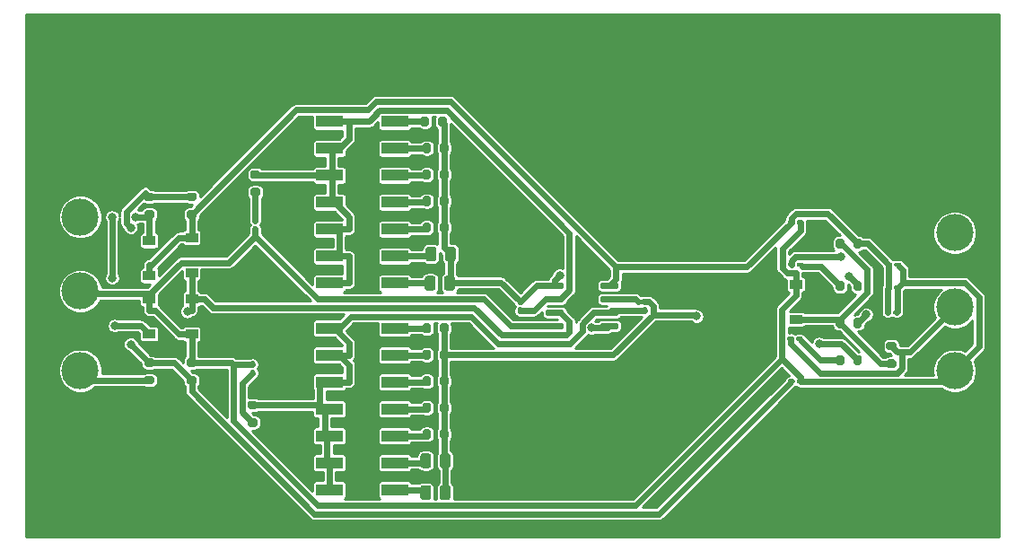
<source format=gbr>
%TF.GenerationSoftware,KiCad,Pcbnew,5.1.10*%
%TF.CreationDate,2021-08-04T12:07:05+02:00*%
%TF.ProjectId,smd-balanced-test,736d642d-6261-46c6-916e-6365642d7465,rev?*%
%TF.SameCoordinates,Original*%
%TF.FileFunction,Copper,L1,Top*%
%TF.FilePolarity,Positive*%
%FSLAX46Y46*%
G04 Gerber Fmt 4.6, Leading zero omitted, Abs format (unit mm)*
G04 Created by KiCad (PCBNEW 5.1.10) date 2021-08-04 12:07:05*
%MOMM*%
%LPD*%
G01*
G04 APERTURE LIST*
%TA.AperFunction,SMDPad,CuDef*%
%ADD10R,1.200000X0.900000*%
%TD*%
%TA.AperFunction,ComponentPad*%
%ADD11C,3.500000*%
%TD*%
%TA.AperFunction,SMDPad,CuDef*%
%ADD12R,2.500000X1.140000*%
%TD*%
%TA.AperFunction,ViaPad*%
%ADD13C,0.800000*%
%TD*%
%TA.AperFunction,Conductor*%
%ADD14C,0.400600*%
%TD*%
%TA.AperFunction,Conductor*%
%ADD15C,0.600000*%
%TD*%
%TA.AperFunction,Conductor*%
%ADD16C,0.254000*%
%TD*%
%TA.AperFunction,Conductor*%
%ADD17C,0.100000*%
%TD*%
G04 APERTURE END LIST*
%TO.P,C1,1*%
%TO.N,VCC*%
%TA.AperFunction,SMDPad,CuDef*%
G36*
G01*
X107275000Y-52600000D02*
X107275000Y-52400000D01*
G75*
G02*
X107375000Y-52300000I100000J0D01*
G01*
X107810000Y-52300000D01*
G75*
G02*
X107910000Y-52400000I0J-100000D01*
G01*
X107910000Y-52600000D01*
G75*
G02*
X107810000Y-52700000I-100000J0D01*
G01*
X107375000Y-52700000D01*
G75*
G02*
X107275000Y-52600000I0J100000D01*
G01*
G37*
%TD.AperFunction*%
%TO.P,C1,2*%
%TO.N,V-*%
%TA.AperFunction,SMDPad,CuDef*%
G36*
G01*
X108090000Y-52600000D02*
X108090000Y-52400000D01*
G75*
G02*
X108190000Y-52300000I100000J0D01*
G01*
X108625000Y-52300000D01*
G75*
G02*
X108725000Y-52400000I0J-100000D01*
G01*
X108725000Y-52600000D01*
G75*
G02*
X108625000Y-52700000I-100000J0D01*
G01*
X108190000Y-52700000D01*
G75*
G02*
X108090000Y-52600000I0J100000D01*
G01*
G37*
%TD.AperFunction*%
%TD*%
%TO.P,C2,2*%
%TO.N,V-*%
%TA.AperFunction,SMDPad,CuDef*%
G36*
G01*
X117275000Y-58795000D02*
X117275000Y-58595000D01*
G75*
G02*
X117375000Y-58495000I100000J0D01*
G01*
X117810000Y-58495000D01*
G75*
G02*
X117910000Y-58595000I0J-100000D01*
G01*
X117910000Y-58795000D01*
G75*
G02*
X117810000Y-58895000I-100000J0D01*
G01*
X117375000Y-58895000D01*
G75*
G02*
X117275000Y-58795000I0J100000D01*
G01*
G37*
%TD.AperFunction*%
%TO.P,C2,1*%
%TO.N,VCC*%
%TA.AperFunction,SMDPad,CuDef*%
G36*
G01*
X116460000Y-58795000D02*
X116460000Y-58595000D01*
G75*
G02*
X116560000Y-58495000I100000J0D01*
G01*
X116995000Y-58495000D01*
G75*
G02*
X117095000Y-58595000I0J-100000D01*
G01*
X117095000Y-58795000D01*
G75*
G02*
X116995000Y-58895000I-100000J0D01*
G01*
X116560000Y-58895000D01*
G75*
G02*
X116460000Y-58795000I0J100000D01*
G01*
G37*
%TD.AperFunction*%
%TD*%
%TO.P,C3,2*%
%TO.N,V-*%
%TA.AperFunction,SMDPad,CuDef*%
G36*
G01*
X117182000Y-61100000D02*
X117182000Y-60900000D01*
G75*
G02*
X117282000Y-60800000I100000J0D01*
G01*
X117717000Y-60800000D01*
G75*
G02*
X117817000Y-60900000I0J-100000D01*
G01*
X117817000Y-61100000D01*
G75*
G02*
X117717000Y-61200000I-100000J0D01*
G01*
X117282000Y-61200000D01*
G75*
G02*
X117182000Y-61100000I0J100000D01*
G01*
G37*
%TD.AperFunction*%
%TO.P,C3,1*%
%TO.N,VCC*%
%TA.AperFunction,SMDPad,CuDef*%
G36*
G01*
X116367000Y-61100000D02*
X116367000Y-60900000D01*
G75*
G02*
X116467000Y-60800000I100000J0D01*
G01*
X116902000Y-60800000D01*
G75*
G02*
X117002000Y-60900000I0J-100000D01*
G01*
X117002000Y-61100000D01*
G75*
G02*
X116902000Y-61200000I-100000J0D01*
G01*
X116467000Y-61200000D01*
G75*
G02*
X116367000Y-61100000I0J100000D01*
G01*
G37*
%TD.AperFunction*%
%TD*%
%TO.P,C4,2*%
%TO.N,Net-(C4-Pad2)*%
%TA.AperFunction,SMDPad,CuDef*%
G36*
G01*
X108090000Y-56600000D02*
X108090000Y-56400000D01*
G75*
G02*
X108190000Y-56300000I100000J0D01*
G01*
X108625000Y-56300000D01*
G75*
G02*
X108725000Y-56400000I0J-100000D01*
G01*
X108725000Y-56600000D01*
G75*
G02*
X108625000Y-56700000I-100000J0D01*
G01*
X108190000Y-56700000D01*
G75*
G02*
X108090000Y-56600000I0J100000D01*
G01*
G37*
%TD.AperFunction*%
%TO.P,C4,1*%
%TO.N,/2*%
%TA.AperFunction,SMDPad,CuDef*%
G36*
G01*
X107275000Y-56600000D02*
X107275000Y-56400000D01*
G75*
G02*
X107375000Y-56300000I100000J0D01*
G01*
X107810000Y-56300000D01*
G75*
G02*
X107910000Y-56400000I0J-100000D01*
G01*
X107910000Y-56600000D01*
G75*
G02*
X107810000Y-56700000I-100000J0D01*
G01*
X107375000Y-56700000D01*
G75*
G02*
X107275000Y-56600000I0J100000D01*
G01*
G37*
%TD.AperFunction*%
%TD*%
%TO.P,C5,1*%
%TO.N,/3*%
%TA.AperFunction,SMDPad,CuDef*%
G36*
G01*
X107207000Y-63600000D02*
X107207000Y-63400000D01*
G75*
G02*
X107307000Y-63300000I100000J0D01*
G01*
X107742000Y-63300000D01*
G75*
G02*
X107842000Y-63400000I0J-100000D01*
G01*
X107842000Y-63600000D01*
G75*
G02*
X107742000Y-63700000I-100000J0D01*
G01*
X107307000Y-63700000D01*
G75*
G02*
X107207000Y-63600000I0J100000D01*
G01*
G37*
%TD.AperFunction*%
%TO.P,C5,2*%
%TO.N,Net-(C5-Pad2)*%
%TA.AperFunction,SMDPad,CuDef*%
G36*
G01*
X108022000Y-63600000D02*
X108022000Y-63400000D01*
G75*
G02*
X108122000Y-63300000I100000J0D01*
G01*
X108557000Y-63300000D01*
G75*
G02*
X108657000Y-63400000I0J-100000D01*
G01*
X108657000Y-63600000D01*
G75*
G02*
X108557000Y-63700000I-100000J0D01*
G01*
X108122000Y-63700000D01*
G75*
G02*
X108022000Y-63600000I0J100000D01*
G01*
G37*
%TD.AperFunction*%
%TD*%
%TO.P,C6,1*%
%TO.N,V-*%
%TA.AperFunction,SMDPad,CuDef*%
G36*
G01*
X57100000Y-53475000D02*
X56900000Y-53475000D01*
G75*
G02*
X56800000Y-53375000I0J100000D01*
G01*
X56800000Y-52940000D01*
G75*
G02*
X56900000Y-52840000I100000J0D01*
G01*
X57100000Y-52840000D01*
G75*
G02*
X57200000Y-52940000I0J-100000D01*
G01*
X57200000Y-53375000D01*
G75*
G02*
X57100000Y-53475000I-100000J0D01*
G01*
G37*
%TD.AperFunction*%
%TO.P,C6,2*%
%TO.N,Net-(C6-Pad2)*%
%TA.AperFunction,SMDPad,CuDef*%
G36*
G01*
X57100000Y-52660000D02*
X56900000Y-52660000D01*
G75*
G02*
X56800000Y-52560000I0J100000D01*
G01*
X56800000Y-52125000D01*
G75*
G02*
X56900000Y-52025000I100000J0D01*
G01*
X57100000Y-52025000D01*
G75*
G02*
X57200000Y-52125000I0J-100000D01*
G01*
X57200000Y-52560000D01*
G75*
G02*
X57100000Y-52660000I-100000J0D01*
G01*
G37*
%TD.AperFunction*%
%TD*%
%TO.P,C7,2*%
%TO.N,V-*%
%TA.AperFunction,SMDPad,CuDef*%
G36*
G01*
X108090000Y-67600000D02*
X108090000Y-67400000D01*
G75*
G02*
X108190000Y-67300000I100000J0D01*
G01*
X108625000Y-67300000D01*
G75*
G02*
X108725000Y-67400000I0J-100000D01*
G01*
X108725000Y-67600000D01*
G75*
G02*
X108625000Y-67700000I-100000J0D01*
G01*
X108190000Y-67700000D01*
G75*
G02*
X108090000Y-67600000I0J100000D01*
G01*
G37*
%TD.AperFunction*%
%TO.P,C7,1*%
%TO.N,Net-(C7-Pad1)*%
%TA.AperFunction,SMDPad,CuDef*%
G36*
G01*
X107275000Y-67600000D02*
X107275000Y-67400000D01*
G75*
G02*
X107375000Y-67300000I100000J0D01*
G01*
X107810000Y-67300000D01*
G75*
G02*
X107910000Y-67400000I0J-100000D01*
G01*
X107910000Y-67600000D01*
G75*
G02*
X107810000Y-67700000I-100000J0D01*
G01*
X107375000Y-67700000D01*
G75*
G02*
X107275000Y-67600000I0J100000D01*
G01*
G37*
%TD.AperFunction*%
%TD*%
%TO.P,C8,1*%
%TO.N,V-*%
%TA.AperFunction,SMDPad,CuDef*%
G36*
G01*
X56650000Y-65592500D02*
X56850000Y-65592500D01*
G75*
G02*
X56950000Y-65692500I0J-100000D01*
G01*
X56950000Y-66127500D01*
G75*
G02*
X56850000Y-66227500I-100000J0D01*
G01*
X56650000Y-66227500D01*
G75*
G02*
X56550000Y-66127500I0J100000D01*
G01*
X56550000Y-65692500D01*
G75*
G02*
X56650000Y-65592500I100000J0D01*
G01*
G37*
%TD.AperFunction*%
%TO.P,C8,2*%
%TO.N,Net-(C8-Pad2)*%
%TA.AperFunction,SMDPad,CuDef*%
G36*
G01*
X56650000Y-66407500D02*
X56850000Y-66407500D01*
G75*
G02*
X56950000Y-66507500I0J-100000D01*
G01*
X56950000Y-66942500D01*
G75*
G02*
X56850000Y-67042500I-100000J0D01*
G01*
X56650000Y-67042500D01*
G75*
G02*
X56550000Y-66942500I0J100000D01*
G01*
X56550000Y-66507500D01*
G75*
G02*
X56650000Y-66407500I100000J0D01*
G01*
G37*
%TD.AperFunction*%
%TD*%
%TO.P,C9,1*%
%TO.N,V-*%
%TA.AperFunction,SMDPad,CuDef*%
G36*
G01*
X117910000Y-56400000D02*
X117910000Y-56600000D01*
G75*
G02*
X117810000Y-56700000I-100000J0D01*
G01*
X117375000Y-56700000D01*
G75*
G02*
X117275000Y-56600000I0J100000D01*
G01*
X117275000Y-56400000D01*
G75*
G02*
X117375000Y-56300000I100000J0D01*
G01*
X117810000Y-56300000D01*
G75*
G02*
X117910000Y-56400000I0J-100000D01*
G01*
G37*
%TD.AperFunction*%
%TO.P,C9,2*%
%TO.N,VCC*%
%TA.AperFunction,SMDPad,CuDef*%
G36*
G01*
X117095000Y-56400000D02*
X117095000Y-56600000D01*
G75*
G02*
X116995000Y-56700000I-100000J0D01*
G01*
X116560000Y-56700000D01*
G75*
G02*
X116460000Y-56600000I0J100000D01*
G01*
X116460000Y-56400000D01*
G75*
G02*
X116560000Y-56300000I100000J0D01*
G01*
X116995000Y-56300000D01*
G75*
G02*
X117095000Y-56400000I0J-100000D01*
G01*
G37*
%TD.AperFunction*%
%TD*%
D10*
%TO.P,D1,1*%
%TO.N,Net-(D1-Pad1)*%
X108000000Y-61650000D03*
%TO.P,D1,2*%
%TO.N,V-*%
X108000000Y-58350000D03*
%TD*%
%TO.P,D2,2*%
%TO.N,Net-(D2-Pad2)*%
X51000000Y-57250000D03*
%TO.P,D2,1*%
%TO.N,VCC*%
X51000000Y-53950000D03*
%TD*%
%TO.P,D3,1*%
%TO.N,Net-(D2-Pad2)*%
X51000000Y-59750000D03*
%TO.P,D3,2*%
%TO.N,V-*%
X51000000Y-63050000D03*
%TD*%
%TO.P,D4,2*%
%TO.N,ind*%
X47000000Y-54250000D03*
%TO.P,D4,1*%
%TO.N,VCC*%
X47000000Y-57550000D03*
%TD*%
%TO.P,D5,1*%
%TO.N,ind*%
X47000000Y-63050000D03*
%TO.P,D5,2*%
%TO.N,V-*%
X47000000Y-59750000D03*
%TD*%
D11*
%TO.P,J1,1*%
%TO.N,Net-(D2-Pad2)*%
X40500000Y-66500000D03*
%TD*%
%TO.P,J2,1*%
%TO.N,/2*%
X123000000Y-53500000D03*
%TD*%
%TO.P,J3,1*%
%TO.N,/3*%
X123000000Y-60500000D03*
%TD*%
%TO.P,J4,1*%
%TO.N,V-*%
X123000000Y-66500000D03*
%TD*%
%TO.P,J6,1*%
%TO.N,Earth*%
X40500000Y-38000000D03*
%TD*%
%TO.P,J7,1*%
%TO.N,Earth*%
X123000000Y-38000000D03*
%TD*%
%TO.P,J8,1*%
%TO.N,Earth*%
X123000000Y-78000000D03*
%TD*%
%TO.P,J9,1*%
%TO.N,Earth*%
X40500000Y-78000000D03*
%TD*%
%TO.P,J10,1*%
%TO.N,ind*%
X40500000Y-52000000D03*
%TD*%
%TO.P,J11,1*%
%TO.N,V-*%
X40500000Y-59000000D03*
%TD*%
%TO.P,R1,1*%
%TO.N,Net-(D1-Pad1)*%
%TA.AperFunction,SMDPad,CuDef*%
G36*
G01*
X111775000Y-54775000D02*
X111775000Y-54225000D01*
G75*
G02*
X111975000Y-54025000I200000J0D01*
G01*
X112375000Y-54025000D01*
G75*
G02*
X112575000Y-54225000I0J-200000D01*
G01*
X112575000Y-54775000D01*
G75*
G02*
X112375000Y-54975000I-200000J0D01*
G01*
X111975000Y-54975000D01*
G75*
G02*
X111775000Y-54775000I0J200000D01*
G01*
G37*
%TD.AperFunction*%
%TO.P,R1,2*%
%TO.N,VCC*%
%TA.AperFunction,SMDPad,CuDef*%
G36*
G01*
X113425000Y-54775000D02*
X113425000Y-54225000D01*
G75*
G02*
X113625000Y-54025000I200000J0D01*
G01*
X114025000Y-54025000D01*
G75*
G02*
X114225000Y-54225000I0J-200000D01*
G01*
X114225000Y-54775000D01*
G75*
G02*
X114025000Y-54975000I-200000J0D01*
G01*
X113625000Y-54975000D01*
G75*
G02*
X113425000Y-54775000I0J200000D01*
G01*
G37*
%TD.AperFunction*%
%TD*%
%TO.P,R2,1*%
%TO.N,Rout*%
%TA.AperFunction,SMDPad,CuDef*%
G36*
G01*
X75050000Y-42725000D02*
X75050000Y-43275000D01*
G75*
G02*
X74850000Y-43475000I-200000J0D01*
G01*
X74450000Y-43475000D01*
G75*
G02*
X74250000Y-43275000I0J200000D01*
G01*
X74250000Y-42725000D01*
G75*
G02*
X74450000Y-42525000I200000J0D01*
G01*
X74850000Y-42525000D01*
G75*
G02*
X75050000Y-42725000I0J-200000D01*
G01*
G37*
%TD.AperFunction*%
%TO.P,R2,2*%
%TO.N,Net-(R2-Pad2)*%
%TA.AperFunction,SMDPad,CuDef*%
G36*
G01*
X73400000Y-42725000D02*
X73400000Y-43275000D01*
G75*
G02*
X73200000Y-43475000I-200000J0D01*
G01*
X72800000Y-43475000D01*
G75*
G02*
X72600000Y-43275000I0J200000D01*
G01*
X72600000Y-42725000D01*
G75*
G02*
X72800000Y-42525000I200000J0D01*
G01*
X73200000Y-42525000D01*
G75*
G02*
X73400000Y-42725000I0J-200000D01*
G01*
G37*
%TD.AperFunction*%
%TD*%
%TO.P,R3,1*%
%TO.N,Net-(D1-Pad1)*%
%TA.AperFunction,SMDPad,CuDef*%
G36*
G01*
X111775000Y-62275000D02*
X111775000Y-61725000D01*
G75*
G02*
X111975000Y-61525000I200000J0D01*
G01*
X112375000Y-61525000D01*
G75*
G02*
X112575000Y-61725000I0J-200000D01*
G01*
X112575000Y-62275000D01*
G75*
G02*
X112375000Y-62475000I-200000J0D01*
G01*
X111975000Y-62475000D01*
G75*
G02*
X111775000Y-62275000I0J200000D01*
G01*
G37*
%TD.AperFunction*%
%TO.P,R3,2*%
%TO.N,/2*%
%TA.AperFunction,SMDPad,CuDef*%
G36*
G01*
X113425000Y-62275000D02*
X113425000Y-61725000D01*
G75*
G02*
X113625000Y-61525000I200000J0D01*
G01*
X114025000Y-61525000D01*
G75*
G02*
X114225000Y-61725000I0J-200000D01*
G01*
X114225000Y-62275000D01*
G75*
G02*
X114025000Y-62475000I-200000J0D01*
G01*
X113625000Y-62475000D01*
G75*
G02*
X113425000Y-62275000I0J200000D01*
G01*
G37*
%TD.AperFunction*%
%TD*%
%TO.P,R4,2*%
%TO.N,/3*%
%TA.AperFunction,SMDPad,CuDef*%
G36*
G01*
X117275000Y-64575000D02*
X116725000Y-64575000D01*
G75*
G02*
X116525000Y-64375000I0J200000D01*
G01*
X116525000Y-63975000D01*
G75*
G02*
X116725000Y-63775000I200000J0D01*
G01*
X117275000Y-63775000D01*
G75*
G02*
X117475000Y-63975000I0J-200000D01*
G01*
X117475000Y-64375000D01*
G75*
G02*
X117275000Y-64575000I-200000J0D01*
G01*
G37*
%TD.AperFunction*%
%TO.P,R4,1*%
%TO.N,Net-(D1-Pad1)*%
%TA.AperFunction,SMDPad,CuDef*%
G36*
G01*
X117275000Y-66225000D02*
X116725000Y-66225000D01*
G75*
G02*
X116525000Y-66025000I0J200000D01*
G01*
X116525000Y-65625000D01*
G75*
G02*
X116725000Y-65425000I200000J0D01*
G01*
X117275000Y-65425000D01*
G75*
G02*
X117475000Y-65625000I0J-200000D01*
G01*
X117475000Y-66025000D01*
G75*
G02*
X117275000Y-66225000I-200000J0D01*
G01*
G37*
%TD.AperFunction*%
%TD*%
%TO.P,R5,2*%
%TO.N,Rout*%
%TA.AperFunction,SMDPad,CuDef*%
G36*
G01*
X113425000Y-58775000D02*
X113425000Y-58225000D01*
G75*
G02*
X113625000Y-58025000I200000J0D01*
G01*
X114025000Y-58025000D01*
G75*
G02*
X114225000Y-58225000I0J-200000D01*
G01*
X114225000Y-58775000D01*
G75*
G02*
X114025000Y-58975000I-200000J0D01*
G01*
X113625000Y-58975000D01*
G75*
G02*
X113425000Y-58775000I0J200000D01*
G01*
G37*
%TD.AperFunction*%
%TO.P,R5,1*%
%TO.N,Net-(C4-Pad2)*%
%TA.AperFunction,SMDPad,CuDef*%
G36*
G01*
X111775000Y-58775000D02*
X111775000Y-58225000D01*
G75*
G02*
X111975000Y-58025000I200000J0D01*
G01*
X112375000Y-58025000D01*
G75*
G02*
X112575000Y-58225000I0J-200000D01*
G01*
X112575000Y-58775000D01*
G75*
G02*
X112375000Y-58975000I-200000J0D01*
G01*
X111975000Y-58975000D01*
G75*
G02*
X111775000Y-58775000I0J200000D01*
G01*
G37*
%TD.AperFunction*%
%TD*%
%TO.P,R6,2*%
%TO.N,Net-(C7-Pad1)*%
%TA.AperFunction,SMDPad,CuDef*%
G36*
G01*
X51275000Y-50500000D02*
X50725000Y-50500000D01*
G75*
G02*
X50525000Y-50300000I0J200000D01*
G01*
X50525000Y-49900000D01*
G75*
G02*
X50725000Y-49700000I200000J0D01*
G01*
X51275000Y-49700000D01*
G75*
G02*
X51475000Y-49900000I0J-200000D01*
G01*
X51475000Y-50300000D01*
G75*
G02*
X51275000Y-50500000I-200000J0D01*
G01*
G37*
%TD.AperFunction*%
%TO.P,R6,1*%
%TO.N,VCC*%
%TA.AperFunction,SMDPad,CuDef*%
G36*
G01*
X51275000Y-52150000D02*
X50725000Y-52150000D01*
G75*
G02*
X50525000Y-51950000I0J200000D01*
G01*
X50525000Y-51550000D01*
G75*
G02*
X50725000Y-51350000I200000J0D01*
G01*
X51275000Y-51350000D01*
G75*
G02*
X51475000Y-51550000I0J-200000D01*
G01*
X51475000Y-51950000D01*
G75*
G02*
X51275000Y-52150000I-200000J0D01*
G01*
G37*
%TD.AperFunction*%
%TD*%
%TO.P,R8,2*%
%TO.N,Rout2*%
%TA.AperFunction,SMDPad,CuDef*%
G36*
G01*
X113425000Y-65775000D02*
X113425000Y-65225000D01*
G75*
G02*
X113625000Y-65025000I200000J0D01*
G01*
X114025000Y-65025000D01*
G75*
G02*
X114225000Y-65225000I0J-200000D01*
G01*
X114225000Y-65775000D01*
G75*
G02*
X114025000Y-65975000I-200000J0D01*
G01*
X113625000Y-65975000D01*
G75*
G02*
X113425000Y-65775000I0J200000D01*
G01*
G37*
%TD.AperFunction*%
%TO.P,R8,1*%
%TO.N,Net-(C5-Pad2)*%
%TA.AperFunction,SMDPad,CuDef*%
G36*
G01*
X111775000Y-65775000D02*
X111775000Y-65225000D01*
G75*
G02*
X111975000Y-65025000I200000J0D01*
G01*
X112375000Y-65025000D01*
G75*
G02*
X112575000Y-65225000I0J-200000D01*
G01*
X112575000Y-65775000D01*
G75*
G02*
X112375000Y-65975000I-200000J0D01*
G01*
X111975000Y-65975000D01*
G75*
G02*
X111775000Y-65775000I0J200000D01*
G01*
G37*
%TD.AperFunction*%
%TD*%
%TO.P,R9,2*%
%TO.N,Rin*%
%TA.AperFunction,SMDPad,CuDef*%
G36*
G01*
X57275000Y-48400000D02*
X56725000Y-48400000D01*
G75*
G02*
X56525000Y-48200000I0J200000D01*
G01*
X56525000Y-47800000D01*
G75*
G02*
X56725000Y-47600000I200000J0D01*
G01*
X57275000Y-47600000D01*
G75*
G02*
X57475000Y-47800000I0J-200000D01*
G01*
X57475000Y-48200000D01*
G75*
G02*
X57275000Y-48400000I-200000J0D01*
G01*
G37*
%TD.AperFunction*%
%TO.P,R9,1*%
%TO.N,Net-(C6-Pad2)*%
%TA.AperFunction,SMDPad,CuDef*%
G36*
G01*
X57275000Y-50050000D02*
X56725000Y-50050000D01*
G75*
G02*
X56525000Y-49850000I0J200000D01*
G01*
X56525000Y-49450000D01*
G75*
G02*
X56725000Y-49250000I200000J0D01*
G01*
X57275000Y-49250000D01*
G75*
G02*
X57475000Y-49450000I0J-200000D01*
G01*
X57475000Y-49850000D01*
G75*
G02*
X57275000Y-50050000I-200000J0D01*
G01*
G37*
%TD.AperFunction*%
%TD*%
%TO.P,R10,1*%
%TO.N,Net-(C7-Pad1)*%
%TA.AperFunction,SMDPad,CuDef*%
G36*
G01*
X51275000Y-67800000D02*
X50725000Y-67800000D01*
G75*
G02*
X50525000Y-67600000I0J200000D01*
G01*
X50525000Y-67200000D01*
G75*
G02*
X50725000Y-67000000I200000J0D01*
G01*
X51275000Y-67000000D01*
G75*
G02*
X51475000Y-67200000I0J-200000D01*
G01*
X51475000Y-67600000D01*
G75*
G02*
X51275000Y-67800000I-200000J0D01*
G01*
G37*
%TD.AperFunction*%
%TO.P,R10,2*%
%TO.N,V-*%
%TA.AperFunction,SMDPad,CuDef*%
G36*
G01*
X51275000Y-66150000D02*
X50725000Y-66150000D01*
G75*
G02*
X50525000Y-65950000I0J200000D01*
G01*
X50525000Y-65550000D01*
G75*
G02*
X50725000Y-65350000I200000J0D01*
G01*
X51275000Y-65350000D01*
G75*
G02*
X51475000Y-65550000I0J-200000D01*
G01*
X51475000Y-65950000D01*
G75*
G02*
X51275000Y-66150000I-200000J0D01*
G01*
G37*
%TD.AperFunction*%
%TD*%
%TO.P,R11,1*%
%TO.N,Net-(C7-Pad1)*%
%TA.AperFunction,SMDPad,CuDef*%
G36*
G01*
X46725000Y-49700000D02*
X47275000Y-49700000D01*
G75*
G02*
X47475000Y-49900000I0J-200000D01*
G01*
X47475000Y-50300000D01*
G75*
G02*
X47275000Y-50500000I-200000J0D01*
G01*
X46725000Y-50500000D01*
G75*
G02*
X46525000Y-50300000I0J200000D01*
G01*
X46525000Y-49900000D01*
G75*
G02*
X46725000Y-49700000I200000J0D01*
G01*
G37*
%TD.AperFunction*%
%TO.P,R11,2*%
%TO.N,ind*%
%TA.AperFunction,SMDPad,CuDef*%
G36*
G01*
X46725000Y-51350000D02*
X47275000Y-51350000D01*
G75*
G02*
X47475000Y-51550000I0J-200000D01*
G01*
X47475000Y-51950000D01*
G75*
G02*
X47275000Y-52150000I-200000J0D01*
G01*
X46725000Y-52150000D01*
G75*
G02*
X46525000Y-51950000I0J200000D01*
G01*
X46525000Y-51550000D01*
G75*
G02*
X46725000Y-51350000I200000J0D01*
G01*
G37*
%TD.AperFunction*%
%TD*%
%TO.P,R12,1*%
%TO.N,Net-(C8-Pad2)*%
%TA.AperFunction,SMDPad,CuDef*%
G36*
G01*
X57025000Y-71800000D02*
X56475000Y-71800000D01*
G75*
G02*
X56275000Y-71600000I0J200000D01*
G01*
X56275000Y-71200000D01*
G75*
G02*
X56475000Y-71000000I200000J0D01*
G01*
X57025000Y-71000000D01*
G75*
G02*
X57225000Y-71200000I0J-200000D01*
G01*
X57225000Y-71600000D01*
G75*
G02*
X57025000Y-71800000I-200000J0D01*
G01*
G37*
%TD.AperFunction*%
%TO.P,R12,2*%
%TO.N,Rin2*%
%TA.AperFunction,SMDPad,CuDef*%
G36*
G01*
X57025000Y-70150000D02*
X56475000Y-70150000D01*
G75*
G02*
X56275000Y-69950000I0J200000D01*
G01*
X56275000Y-69550000D01*
G75*
G02*
X56475000Y-69350000I200000J0D01*
G01*
X57025000Y-69350000D01*
G75*
G02*
X57225000Y-69550000I0J-200000D01*
G01*
X57225000Y-69950000D01*
G75*
G02*
X57025000Y-70150000I-200000J0D01*
G01*
G37*
%TD.AperFunction*%
%TD*%
%TO.P,R13,2*%
%TO.N,Net-(R13-Pad2)*%
%TA.AperFunction,SMDPad,CuDef*%
G36*
G01*
X73575000Y-45225000D02*
X73575000Y-45775000D01*
G75*
G02*
X73375000Y-45975000I-200000J0D01*
G01*
X72975000Y-45975000D01*
G75*
G02*
X72775000Y-45775000I0J200000D01*
G01*
X72775000Y-45225000D01*
G75*
G02*
X72975000Y-45025000I200000J0D01*
G01*
X73375000Y-45025000D01*
G75*
G02*
X73575000Y-45225000I0J-200000D01*
G01*
G37*
%TD.AperFunction*%
%TO.P,R13,1*%
%TO.N,Rout*%
%TA.AperFunction,SMDPad,CuDef*%
G36*
G01*
X75225000Y-45225000D02*
X75225000Y-45775000D01*
G75*
G02*
X75025000Y-45975000I-200000J0D01*
G01*
X74625000Y-45975000D01*
G75*
G02*
X74425000Y-45775000I0J200000D01*
G01*
X74425000Y-45225000D01*
G75*
G02*
X74625000Y-45025000I200000J0D01*
G01*
X75025000Y-45025000D01*
G75*
G02*
X75225000Y-45225000I0J-200000D01*
G01*
G37*
%TD.AperFunction*%
%TD*%
%TO.P,R14,1*%
%TO.N,Rout*%
%TA.AperFunction,SMDPad,CuDef*%
G36*
G01*
X75225000Y-47725000D02*
X75225000Y-48275000D01*
G75*
G02*
X75025000Y-48475000I-200000J0D01*
G01*
X74625000Y-48475000D01*
G75*
G02*
X74425000Y-48275000I0J200000D01*
G01*
X74425000Y-47725000D01*
G75*
G02*
X74625000Y-47525000I200000J0D01*
G01*
X75025000Y-47525000D01*
G75*
G02*
X75225000Y-47725000I0J-200000D01*
G01*
G37*
%TD.AperFunction*%
%TO.P,R14,2*%
%TO.N,Net-(R14-Pad2)*%
%TA.AperFunction,SMDPad,CuDef*%
G36*
G01*
X73575000Y-47725000D02*
X73575000Y-48275000D01*
G75*
G02*
X73375000Y-48475000I-200000J0D01*
G01*
X72975000Y-48475000D01*
G75*
G02*
X72775000Y-48275000I0J200000D01*
G01*
X72775000Y-47725000D01*
G75*
G02*
X72975000Y-47525000I200000J0D01*
G01*
X73375000Y-47525000D01*
G75*
G02*
X73575000Y-47725000I0J-200000D01*
G01*
G37*
%TD.AperFunction*%
%TD*%
%TO.P,R15,2*%
%TO.N,Net-(R15-Pad2)*%
%TA.AperFunction,SMDPad,CuDef*%
G36*
G01*
X73575000Y-50225000D02*
X73575000Y-50775000D01*
G75*
G02*
X73375000Y-50975000I-200000J0D01*
G01*
X72975000Y-50975000D01*
G75*
G02*
X72775000Y-50775000I0J200000D01*
G01*
X72775000Y-50225000D01*
G75*
G02*
X72975000Y-50025000I200000J0D01*
G01*
X73375000Y-50025000D01*
G75*
G02*
X73575000Y-50225000I0J-200000D01*
G01*
G37*
%TD.AperFunction*%
%TO.P,R15,1*%
%TO.N,Rout*%
%TA.AperFunction,SMDPad,CuDef*%
G36*
G01*
X75225000Y-50225000D02*
X75225000Y-50775000D01*
G75*
G02*
X75025000Y-50975000I-200000J0D01*
G01*
X74625000Y-50975000D01*
G75*
G02*
X74425000Y-50775000I0J200000D01*
G01*
X74425000Y-50225000D01*
G75*
G02*
X74625000Y-50025000I200000J0D01*
G01*
X75025000Y-50025000D01*
G75*
G02*
X75225000Y-50225000I0J-200000D01*
G01*
G37*
%TD.AperFunction*%
%TD*%
%TO.P,R16,2*%
%TO.N,Net-(R16-Pad2)*%
%TA.AperFunction,SMDPad,CuDef*%
G36*
G01*
X73575000Y-52725000D02*
X73575000Y-53275000D01*
G75*
G02*
X73375000Y-53475000I-200000J0D01*
G01*
X72975000Y-53475000D01*
G75*
G02*
X72775000Y-53275000I0J200000D01*
G01*
X72775000Y-52725000D01*
G75*
G02*
X72975000Y-52525000I200000J0D01*
G01*
X73375000Y-52525000D01*
G75*
G02*
X73575000Y-52725000I0J-200000D01*
G01*
G37*
%TD.AperFunction*%
%TO.P,R16,1*%
%TO.N,Rout*%
%TA.AperFunction,SMDPad,CuDef*%
G36*
G01*
X75225000Y-52725000D02*
X75225000Y-53275000D01*
G75*
G02*
X75025000Y-53475000I-200000J0D01*
G01*
X74625000Y-53475000D01*
G75*
G02*
X74425000Y-53275000I0J200000D01*
G01*
X74425000Y-52725000D01*
G75*
G02*
X74625000Y-52525000I200000J0D01*
G01*
X75025000Y-52525000D01*
G75*
G02*
X75225000Y-52725000I0J-200000D01*
G01*
G37*
%TD.AperFunction*%
%TD*%
%TO.P,R17,1*%
%TO.N,Rout*%
%TA.AperFunction,SMDPad,CuDef*%
G36*
G01*
X75925000Y-55049998D02*
X75925000Y-55950002D01*
G75*
G02*
X75675002Y-56200000I-249998J0D01*
G01*
X75149998Y-56200000D01*
G75*
G02*
X74900000Y-55950002I0J249998D01*
G01*
X74900000Y-55049998D01*
G75*
G02*
X75149998Y-54800000I249998J0D01*
G01*
X75675002Y-54800000D01*
G75*
G02*
X75925000Y-55049998I0J-249998D01*
G01*
G37*
%TD.AperFunction*%
%TO.P,R17,2*%
%TO.N,Net-(R17-Pad2)*%
%TA.AperFunction,SMDPad,CuDef*%
G36*
G01*
X74100000Y-55049998D02*
X74100000Y-55950002D01*
G75*
G02*
X73850002Y-56200000I-249998J0D01*
G01*
X73324998Y-56200000D01*
G75*
G02*
X73075000Y-55950002I0J249998D01*
G01*
X73075000Y-55049998D01*
G75*
G02*
X73324998Y-54800000I249998J0D01*
G01*
X73850002Y-54800000D01*
G75*
G02*
X74100000Y-55049998I0J-249998D01*
G01*
G37*
%TD.AperFunction*%
%TD*%
%TO.P,R18,2*%
%TO.N,Net-(R18-Pad2)*%
%TA.AperFunction,SMDPad,CuDef*%
G36*
G01*
X74012500Y-57799998D02*
X74012500Y-58700002D01*
G75*
G02*
X73762502Y-58950000I-249998J0D01*
G01*
X73237498Y-58950000D01*
G75*
G02*
X72987500Y-58700002I0J249998D01*
G01*
X72987500Y-57799998D01*
G75*
G02*
X73237498Y-57550000I249998J0D01*
G01*
X73762502Y-57550000D01*
G75*
G02*
X74012500Y-57799998I0J-249998D01*
G01*
G37*
%TD.AperFunction*%
%TO.P,R18,1*%
%TO.N,Rout*%
%TA.AperFunction,SMDPad,CuDef*%
G36*
G01*
X75837500Y-57799998D02*
X75837500Y-58700002D01*
G75*
G02*
X75587502Y-58950000I-249998J0D01*
G01*
X75062498Y-58950000D01*
G75*
G02*
X74812500Y-58700002I0J249998D01*
G01*
X74812500Y-57799998D01*
G75*
G02*
X75062498Y-57550000I249998J0D01*
G01*
X75587502Y-57550000D01*
G75*
G02*
X75837500Y-57799998I0J-249998D01*
G01*
G37*
%TD.AperFunction*%
%TD*%
%TO.P,R19,1*%
%TO.N,Rout2*%
%TA.AperFunction,SMDPad,CuDef*%
G36*
G01*
X75225000Y-62225000D02*
X75225000Y-62775000D01*
G75*
G02*
X75025000Y-62975000I-200000J0D01*
G01*
X74625000Y-62975000D01*
G75*
G02*
X74425000Y-62775000I0J200000D01*
G01*
X74425000Y-62225000D01*
G75*
G02*
X74625000Y-62025000I200000J0D01*
G01*
X75025000Y-62025000D01*
G75*
G02*
X75225000Y-62225000I0J-200000D01*
G01*
G37*
%TD.AperFunction*%
%TO.P,R19,2*%
%TO.N,Net-(R19-Pad2)*%
%TA.AperFunction,SMDPad,CuDef*%
G36*
G01*
X73575000Y-62225000D02*
X73575000Y-62775000D01*
G75*
G02*
X73375000Y-62975000I-200000J0D01*
G01*
X72975000Y-62975000D01*
G75*
G02*
X72775000Y-62775000I0J200000D01*
G01*
X72775000Y-62225000D01*
G75*
G02*
X72975000Y-62025000I200000J0D01*
G01*
X73375000Y-62025000D01*
G75*
G02*
X73575000Y-62225000I0J-200000D01*
G01*
G37*
%TD.AperFunction*%
%TD*%
%TO.P,R20,1*%
%TO.N,Rout2*%
%TA.AperFunction,SMDPad,CuDef*%
G36*
G01*
X75225000Y-64725000D02*
X75225000Y-65275000D01*
G75*
G02*
X75025000Y-65475000I-200000J0D01*
G01*
X74625000Y-65475000D01*
G75*
G02*
X74425000Y-65275000I0J200000D01*
G01*
X74425000Y-64725000D01*
G75*
G02*
X74625000Y-64525000I200000J0D01*
G01*
X75025000Y-64525000D01*
G75*
G02*
X75225000Y-64725000I0J-200000D01*
G01*
G37*
%TD.AperFunction*%
%TO.P,R20,2*%
%TO.N,Net-(R20-Pad2)*%
%TA.AperFunction,SMDPad,CuDef*%
G36*
G01*
X73575000Y-64725000D02*
X73575000Y-65275000D01*
G75*
G02*
X73375000Y-65475000I-200000J0D01*
G01*
X72975000Y-65475000D01*
G75*
G02*
X72775000Y-65275000I0J200000D01*
G01*
X72775000Y-64725000D01*
G75*
G02*
X72975000Y-64525000I200000J0D01*
G01*
X73375000Y-64525000D01*
G75*
G02*
X73575000Y-64725000I0J-200000D01*
G01*
G37*
%TD.AperFunction*%
%TD*%
%TO.P,R21,2*%
%TO.N,Net-(R21-Pad2)*%
%TA.AperFunction,SMDPad,CuDef*%
G36*
G01*
X73575000Y-67225000D02*
X73575000Y-67775000D01*
G75*
G02*
X73375000Y-67975000I-200000J0D01*
G01*
X72975000Y-67975000D01*
G75*
G02*
X72775000Y-67775000I0J200000D01*
G01*
X72775000Y-67225000D01*
G75*
G02*
X72975000Y-67025000I200000J0D01*
G01*
X73375000Y-67025000D01*
G75*
G02*
X73575000Y-67225000I0J-200000D01*
G01*
G37*
%TD.AperFunction*%
%TO.P,R21,1*%
%TO.N,Rout2*%
%TA.AperFunction,SMDPad,CuDef*%
G36*
G01*
X75225000Y-67225000D02*
X75225000Y-67775000D01*
G75*
G02*
X75025000Y-67975000I-200000J0D01*
G01*
X74625000Y-67975000D01*
G75*
G02*
X74425000Y-67775000I0J200000D01*
G01*
X74425000Y-67225000D01*
G75*
G02*
X74625000Y-67025000I200000J0D01*
G01*
X75025000Y-67025000D01*
G75*
G02*
X75225000Y-67225000I0J-200000D01*
G01*
G37*
%TD.AperFunction*%
%TD*%
%TO.P,R22,1*%
%TO.N,Rout2*%
%TA.AperFunction,SMDPad,CuDef*%
G36*
G01*
X75225000Y-69725000D02*
X75225000Y-70275000D01*
G75*
G02*
X75025000Y-70475000I-200000J0D01*
G01*
X74625000Y-70475000D01*
G75*
G02*
X74425000Y-70275000I0J200000D01*
G01*
X74425000Y-69725000D01*
G75*
G02*
X74625000Y-69525000I200000J0D01*
G01*
X75025000Y-69525000D01*
G75*
G02*
X75225000Y-69725000I0J-200000D01*
G01*
G37*
%TD.AperFunction*%
%TO.P,R22,2*%
%TO.N,Net-(R22-Pad2)*%
%TA.AperFunction,SMDPad,CuDef*%
G36*
G01*
X73575000Y-69725000D02*
X73575000Y-70275000D01*
G75*
G02*
X73375000Y-70475000I-200000J0D01*
G01*
X72975000Y-70475000D01*
G75*
G02*
X72775000Y-70275000I0J200000D01*
G01*
X72775000Y-69725000D01*
G75*
G02*
X72975000Y-69525000I200000J0D01*
G01*
X73375000Y-69525000D01*
G75*
G02*
X73575000Y-69725000I0J-200000D01*
G01*
G37*
%TD.AperFunction*%
%TD*%
%TO.P,R23,2*%
%TO.N,Net-(R23-Pad2)*%
%TA.AperFunction,SMDPad,CuDef*%
G36*
G01*
X73575000Y-72225000D02*
X73575000Y-72775000D01*
G75*
G02*
X73375000Y-72975000I-200000J0D01*
G01*
X72975000Y-72975000D01*
G75*
G02*
X72775000Y-72775000I0J200000D01*
G01*
X72775000Y-72225000D01*
G75*
G02*
X72975000Y-72025000I200000J0D01*
G01*
X73375000Y-72025000D01*
G75*
G02*
X73575000Y-72225000I0J-200000D01*
G01*
G37*
%TD.AperFunction*%
%TO.P,R23,1*%
%TO.N,Rout2*%
%TA.AperFunction,SMDPad,CuDef*%
G36*
G01*
X75225000Y-72225000D02*
X75225000Y-72775000D01*
G75*
G02*
X75025000Y-72975000I-200000J0D01*
G01*
X74625000Y-72975000D01*
G75*
G02*
X74425000Y-72775000I0J200000D01*
G01*
X74425000Y-72225000D01*
G75*
G02*
X74625000Y-72025000I200000J0D01*
G01*
X75025000Y-72025000D01*
G75*
G02*
X75225000Y-72225000I0J-200000D01*
G01*
G37*
%TD.AperFunction*%
%TD*%
%TO.P,R24,2*%
%TO.N,Net-(R24-Pad2)*%
%TA.AperFunction,SMDPad,CuDef*%
G36*
G01*
X73600000Y-74549998D02*
X73600000Y-75450002D01*
G75*
G02*
X73350002Y-75700000I-249998J0D01*
G01*
X72824998Y-75700000D01*
G75*
G02*
X72575000Y-75450002I0J249998D01*
G01*
X72575000Y-74549998D01*
G75*
G02*
X72824998Y-74300000I249998J0D01*
G01*
X73350002Y-74300000D01*
G75*
G02*
X73600000Y-74549998I0J-249998D01*
G01*
G37*
%TD.AperFunction*%
%TO.P,R24,1*%
%TO.N,Rout2*%
%TA.AperFunction,SMDPad,CuDef*%
G36*
G01*
X75425000Y-74549998D02*
X75425000Y-75450002D01*
G75*
G02*
X75175002Y-75700000I-249998J0D01*
G01*
X74649998Y-75700000D01*
G75*
G02*
X74400000Y-75450002I0J249998D01*
G01*
X74400000Y-74549998D01*
G75*
G02*
X74649998Y-74300000I249998J0D01*
G01*
X75175002Y-74300000D01*
G75*
G02*
X75425000Y-74549998I0J-249998D01*
G01*
G37*
%TD.AperFunction*%
%TD*%
%TO.P,R25,1*%
%TO.N,Rout2*%
%TA.AperFunction,SMDPad,CuDef*%
G36*
G01*
X75425000Y-77549998D02*
X75425000Y-78450002D01*
G75*
G02*
X75175002Y-78700000I-249998J0D01*
G01*
X74649998Y-78700000D01*
G75*
G02*
X74400000Y-78450002I0J249998D01*
G01*
X74400000Y-77549998D01*
G75*
G02*
X74649998Y-77300000I249998J0D01*
G01*
X75175002Y-77300000D01*
G75*
G02*
X75425000Y-77549998I0J-249998D01*
G01*
G37*
%TD.AperFunction*%
%TO.P,R25,2*%
%TO.N,Net-(R25-Pad2)*%
%TA.AperFunction,SMDPad,CuDef*%
G36*
G01*
X73600000Y-77549998D02*
X73600000Y-78450002D01*
G75*
G02*
X73350002Y-78700000I-249998J0D01*
G01*
X72824998Y-78700000D01*
G75*
G02*
X72575000Y-78450002I0J249998D01*
G01*
X72575000Y-77549998D01*
G75*
G02*
X72824998Y-77300000I249998J0D01*
G01*
X73350002Y-77300000D01*
G75*
G02*
X73600000Y-77549998I0J-249998D01*
G01*
G37*
%TD.AperFunction*%
%TD*%
D12*
%TO.P,SW1,14*%
%TO.N,Net-(R2-Pad2)*%
X70170000Y-43000000D03*
%TO.P,SW1,1*%
%TO.N,Rin*%
X64000000Y-43000000D03*
%TO.P,SW1,13*%
%TO.N,Net-(R13-Pad2)*%
X70170000Y-45540000D03*
%TO.P,SW1,2*%
%TO.N,Rin*%
X64000000Y-45540000D03*
%TO.P,SW1,12*%
%TO.N,Net-(R14-Pad2)*%
X70170000Y-48080000D03*
%TO.P,SW1,3*%
%TO.N,Rin*%
X64000000Y-48080000D03*
%TO.P,SW1,11*%
%TO.N,Net-(R15-Pad2)*%
X70170000Y-50620000D03*
%TO.P,SW1,4*%
%TO.N,Rin*%
X64000000Y-50620000D03*
%TO.P,SW1,10*%
%TO.N,Net-(R16-Pad2)*%
X70170000Y-53160000D03*
%TO.P,SW1,5*%
%TO.N,Rin*%
X64000000Y-53160000D03*
%TO.P,SW1,9*%
%TO.N,Net-(R17-Pad2)*%
X70170000Y-55700000D03*
%TO.P,SW1,6*%
%TO.N,Rin*%
X64000000Y-55700000D03*
%TO.P,SW1,8*%
%TO.N,Net-(R18-Pad2)*%
X70170000Y-58240000D03*
%TO.P,SW1,7*%
%TO.N,Rin*%
X64000000Y-58240000D03*
%TD*%
%TO.P,SW2,7*%
%TO.N,Rin2*%
X64000000Y-77740000D03*
%TO.P,SW2,8*%
%TO.N,Net-(R25-Pad2)*%
X70170000Y-77740000D03*
%TO.P,SW2,6*%
%TO.N,Rin2*%
X64000000Y-75200000D03*
%TO.P,SW2,9*%
%TO.N,Net-(R24-Pad2)*%
X70170000Y-75200000D03*
%TO.P,SW2,5*%
%TO.N,Rin2*%
X64000000Y-72660000D03*
%TO.P,SW2,10*%
%TO.N,Net-(R23-Pad2)*%
X70170000Y-72660000D03*
%TO.P,SW2,4*%
%TO.N,Rin2*%
X64000000Y-70120000D03*
%TO.P,SW2,11*%
%TO.N,Net-(R22-Pad2)*%
X70170000Y-70120000D03*
%TO.P,SW2,3*%
%TO.N,Rin2*%
X64000000Y-67580000D03*
%TO.P,SW2,12*%
%TO.N,Net-(R21-Pad2)*%
X70170000Y-67580000D03*
%TO.P,SW2,2*%
%TO.N,Rin2*%
X64000000Y-65040000D03*
%TO.P,SW2,13*%
%TO.N,Net-(R20-Pad2)*%
X70170000Y-65040000D03*
%TO.P,SW2,1*%
%TO.N,Rin2*%
X64000000Y-62500000D03*
%TO.P,SW2,14*%
%TO.N,Net-(R19-Pad2)*%
X70170000Y-62500000D03*
%TD*%
%TO.P,R7,1*%
%TO.N,Net-(C7-Pad1)*%
%TA.AperFunction,SMDPad,CuDef*%
G36*
G01*
X46725000Y-65350000D02*
X47275000Y-65350000D01*
G75*
G02*
X47475000Y-65550000I0J-200000D01*
G01*
X47475000Y-65950000D01*
G75*
G02*
X47275000Y-66150000I-200000J0D01*
G01*
X46725000Y-66150000D01*
G75*
G02*
X46525000Y-65950000I0J200000D01*
G01*
X46525000Y-65550000D01*
G75*
G02*
X46725000Y-65350000I200000J0D01*
G01*
G37*
%TD.AperFunction*%
%TO.P,R7,2*%
%TO.N,Net-(D2-Pad2)*%
%TA.AperFunction,SMDPad,CuDef*%
G36*
G01*
X46725000Y-67000000D02*
X47275000Y-67000000D01*
G75*
G02*
X47475000Y-67200000I0J-200000D01*
G01*
X47475000Y-67600000D01*
G75*
G02*
X47275000Y-67800000I-200000J0D01*
G01*
X46725000Y-67800000D01*
G75*
G02*
X46525000Y-67600000I0J200000D01*
G01*
X46525000Y-67200000D01*
G75*
G02*
X46725000Y-67000000I200000J0D01*
G01*
G37*
%TD.AperFunction*%
%TD*%
%TO.P,C10,1*%
%TO.N,Rin*%
%TA.AperFunction,SMDPad,CuDef*%
G36*
G01*
X82100000Y-61157500D02*
X81900000Y-61157500D01*
G75*
G02*
X81800000Y-61057500I0J100000D01*
G01*
X81800000Y-60622500D01*
G75*
G02*
X81900000Y-60522500I100000J0D01*
G01*
X82100000Y-60522500D01*
G75*
G02*
X82200000Y-60622500I0J-100000D01*
G01*
X82200000Y-61057500D01*
G75*
G02*
X82100000Y-61157500I-100000J0D01*
G01*
G37*
%TD.AperFunction*%
%TO.P,C10,2*%
%TO.N,Rout*%
%TA.AperFunction,SMDPad,CuDef*%
G36*
G01*
X82100000Y-60342500D02*
X81900000Y-60342500D01*
G75*
G02*
X81800000Y-60242500I0J100000D01*
G01*
X81800000Y-59807500D01*
G75*
G02*
X81900000Y-59707500I100000J0D01*
G01*
X82100000Y-59707500D01*
G75*
G02*
X82200000Y-59807500I0J-100000D01*
G01*
X82200000Y-60242500D01*
G75*
G02*
X82100000Y-60342500I-100000J0D01*
G01*
G37*
%TD.AperFunction*%
%TD*%
%TO.P,C11,2*%
%TO.N,Rout2*%
%TA.AperFunction,SMDPad,CuDef*%
G36*
G01*
X93850000Y-60317500D02*
X93650000Y-60317500D01*
G75*
G02*
X93550000Y-60217500I0J100000D01*
G01*
X93550000Y-59782500D01*
G75*
G02*
X93650000Y-59682500I100000J0D01*
G01*
X93850000Y-59682500D01*
G75*
G02*
X93950000Y-59782500I0J-100000D01*
G01*
X93950000Y-60217500D01*
G75*
G02*
X93850000Y-60317500I-100000J0D01*
G01*
G37*
%TD.AperFunction*%
%TO.P,C11,1*%
%TO.N,Rin2*%
%TA.AperFunction,SMDPad,CuDef*%
G36*
G01*
X93850000Y-61132500D02*
X93650000Y-61132500D01*
G75*
G02*
X93550000Y-61032500I0J100000D01*
G01*
X93550000Y-60597500D01*
G75*
G02*
X93650000Y-60497500I100000J0D01*
G01*
X93850000Y-60497500D01*
G75*
G02*
X93950000Y-60597500I0J-100000D01*
G01*
X93950000Y-61032500D01*
G75*
G02*
X93850000Y-61132500I-100000J0D01*
G01*
G37*
%TD.AperFunction*%
%TD*%
%TO.P,U1,1*%
%TO.N,Rout*%
%TA.AperFunction,SMDPad,CuDef*%
G36*
G01*
X84375000Y-58630000D02*
X84375000Y-58330000D01*
G75*
G02*
X84525000Y-58180000I150000J0D01*
G01*
X85975000Y-58180000D01*
G75*
G02*
X86125000Y-58330000I0J-150000D01*
G01*
X86125000Y-58630000D01*
G75*
G02*
X85975000Y-58780000I-150000J0D01*
G01*
X84525000Y-58780000D01*
G75*
G02*
X84375000Y-58630000I0J150000D01*
G01*
G37*
%TD.AperFunction*%
%TO.P,U1,2*%
%TO.N,Rin*%
%TA.AperFunction,SMDPad,CuDef*%
G36*
G01*
X84375000Y-59900000D02*
X84375000Y-59600000D01*
G75*
G02*
X84525000Y-59450000I150000J0D01*
G01*
X85975000Y-59450000D01*
G75*
G02*
X86125000Y-59600000I0J-150000D01*
G01*
X86125000Y-59900000D01*
G75*
G02*
X85975000Y-60050000I-150000J0D01*
G01*
X84525000Y-60050000D01*
G75*
G02*
X84375000Y-59900000I0J150000D01*
G01*
G37*
%TD.AperFunction*%
%TO.P,U1,3*%
%TO.N,Net-(D2-Pad2)*%
%TA.AperFunction,SMDPad,CuDef*%
G36*
G01*
X84375000Y-61170000D02*
X84375000Y-60870000D01*
G75*
G02*
X84525000Y-60720000I150000J0D01*
G01*
X85975000Y-60720000D01*
G75*
G02*
X86125000Y-60870000I0J-150000D01*
G01*
X86125000Y-61170000D01*
G75*
G02*
X85975000Y-61320000I-150000J0D01*
G01*
X84525000Y-61320000D01*
G75*
G02*
X84375000Y-61170000I0J150000D01*
G01*
G37*
%TD.AperFunction*%
%TO.P,U1,4*%
%TO.N,V-*%
%TA.AperFunction,SMDPad,CuDef*%
G36*
G01*
X84375000Y-62440000D02*
X84375000Y-62140000D01*
G75*
G02*
X84525000Y-61990000I150000J0D01*
G01*
X85975000Y-61990000D01*
G75*
G02*
X86125000Y-62140000I0J-150000D01*
G01*
X86125000Y-62440000D01*
G75*
G02*
X85975000Y-62590000I-150000J0D01*
G01*
X84525000Y-62590000D01*
G75*
G02*
X84375000Y-62440000I0J150000D01*
G01*
G37*
%TD.AperFunction*%
%TO.P,U1,5*%
%TO.N,ind*%
%TA.AperFunction,SMDPad,CuDef*%
G36*
G01*
X89525000Y-62440000D02*
X89525000Y-62140000D01*
G75*
G02*
X89675000Y-61990000I150000J0D01*
G01*
X91125000Y-61990000D01*
G75*
G02*
X91275000Y-62140000I0J-150000D01*
G01*
X91275000Y-62440000D01*
G75*
G02*
X91125000Y-62590000I-150000J0D01*
G01*
X89675000Y-62590000D01*
G75*
G02*
X89525000Y-62440000I0J150000D01*
G01*
G37*
%TD.AperFunction*%
%TO.P,U1,6*%
%TO.N,Rin2*%
%TA.AperFunction,SMDPad,CuDef*%
G36*
G01*
X89525000Y-61170000D02*
X89525000Y-60870000D01*
G75*
G02*
X89675000Y-60720000I150000J0D01*
G01*
X91125000Y-60720000D01*
G75*
G02*
X91275000Y-60870000I0J-150000D01*
G01*
X91275000Y-61170000D01*
G75*
G02*
X91125000Y-61320000I-150000J0D01*
G01*
X89675000Y-61320000D01*
G75*
G02*
X89525000Y-61170000I0J150000D01*
G01*
G37*
%TD.AperFunction*%
%TO.P,U1,7*%
%TO.N,Rout2*%
%TA.AperFunction,SMDPad,CuDef*%
G36*
G01*
X89525000Y-59900000D02*
X89525000Y-59600000D01*
G75*
G02*
X89675000Y-59450000I150000J0D01*
G01*
X91125000Y-59450000D01*
G75*
G02*
X91275000Y-59600000I0J-150000D01*
G01*
X91275000Y-59900000D01*
G75*
G02*
X91125000Y-60050000I-150000J0D01*
G01*
X89675000Y-60050000D01*
G75*
G02*
X89525000Y-59900000I0J150000D01*
G01*
G37*
%TD.AperFunction*%
%TO.P,U1,8*%
%TO.N,VCC*%
%TA.AperFunction,SMDPad,CuDef*%
G36*
G01*
X89525000Y-58630000D02*
X89525000Y-58330000D01*
G75*
G02*
X89675000Y-58180000I150000J0D01*
G01*
X91125000Y-58180000D01*
G75*
G02*
X91275000Y-58330000I0J-150000D01*
G01*
X91275000Y-58630000D01*
G75*
G02*
X91125000Y-58780000I-150000J0D01*
G01*
X89675000Y-58780000D01*
G75*
G02*
X89525000Y-58630000I0J150000D01*
G01*
G37*
%TD.AperFunction*%
%TD*%
D13*
%TO.N,/2*%
X112276500Y-55770700D03*
X114641000Y-61184000D03*
%TO.N,Net-(C7-Pad1)*%
X45250400Y-64000400D03*
X45250000Y-53000000D03*
%TO.N,Net-(D2-Pad2)*%
X50587100Y-60908900D03*
%TO.N,ind*%
X88750600Y-62472100D03*
X45750000Y-52000000D03*
X43500000Y-52000000D03*
X43500000Y-57750000D03*
X43750000Y-62250000D03*
%TO.N,Earth*%
X56750000Y-62750000D03*
X57250000Y-58250000D03*
X60250000Y-49500000D03*
X67500000Y-45250000D03*
X67500000Y-63750000D03*
X81000000Y-51750000D03*
X88000000Y-55750000D03*
X83250000Y-75500000D03*
X119500000Y-62250000D03*
X120750000Y-64750000D03*
X110750000Y-60000000D03*
X110250000Y-62750000D03*
X109750000Y-54500000D03*
X79750000Y-59500000D03*
X76750000Y-63750000D03*
X89500000Y-63750000D03*
X60500000Y-73250000D03*
X53500000Y-68750000D03*
X99000000Y-74500000D03*
%TO.N,Rout*%
X113044600Y-57601800D03*
X85726800Y-57495800D03*
%TO.N,Rout2*%
X110216400Y-63952100D03*
X98631300Y-61361200D03*
%TD*%
D14*
%TO.N,VCC*%
X116681200Y-60996700D02*
X116684500Y-61000000D01*
D15*
X116770600Y-58695000D02*
X116681200Y-58784400D01*
X116681200Y-58784400D02*
X116681200Y-60996700D01*
X116774100Y-58695000D02*
X116770600Y-58695000D01*
D14*
X116774100Y-58695000D02*
X116777500Y-58695000D01*
X116770600Y-56506900D02*
X116777500Y-56500000D01*
D15*
X116770600Y-58695000D02*
X116770600Y-56506900D01*
D14*
X116601600Y-56324100D02*
X116777500Y-56500000D01*
D15*
X47000000Y-57550000D02*
X47000000Y-56500000D01*
X51000000Y-53950000D02*
X49800000Y-53950000D01*
X49800000Y-53950000D02*
X47250000Y-56500000D01*
X47250000Y-56500000D02*
X47000000Y-56500000D01*
X51000000Y-51750000D02*
X51000000Y-53950000D01*
X91034800Y-56713300D02*
X75416500Y-41095000D01*
X75416500Y-41095000D02*
X68415500Y-41095000D01*
X68415500Y-41095000D02*
X67615300Y-41895200D01*
X67615300Y-41895200D02*
X67615300Y-41895300D01*
X67615300Y-41895300D02*
X60854700Y-41895300D01*
X60854700Y-41895300D02*
X51000000Y-51750000D01*
X90400000Y-58480000D02*
X91034800Y-57845200D01*
X91034800Y-57845200D02*
X91034800Y-56713300D01*
X91034800Y-56713300D02*
X103379200Y-56713300D01*
X103379200Y-56713300D02*
X107416600Y-52675900D01*
X113825000Y-54500000D02*
X111024100Y-51699100D01*
X111024100Y-51699100D02*
X108011400Y-51699100D01*
X108011400Y-51699100D02*
X107589200Y-52121300D01*
X107589200Y-52121300D02*
X107589200Y-52496700D01*
X113825000Y-54500000D02*
X114777500Y-54500000D01*
X114777500Y-54500000D02*
X116601600Y-56324100D01*
D14*
X107589200Y-52496700D02*
X107592500Y-52500000D01*
X107416600Y-52675900D02*
X107592500Y-52500000D01*
%TO.N,V-*%
X57000000Y-53160900D02*
X57000000Y-53157500D01*
D15*
X57000000Y-53814100D02*
X57000000Y-53160900D01*
X57000000Y-53814100D02*
X62932000Y-59746100D01*
X62932000Y-59746100D02*
X78547700Y-59746100D01*
X78547700Y-59746100D02*
X81091600Y-62290000D01*
X81091600Y-62290000D02*
X85250000Y-62290000D01*
X47000000Y-59225000D02*
X47084300Y-59225000D01*
X47084300Y-59225000D02*
X50009700Y-56299600D01*
X50009700Y-56299600D02*
X54514500Y-56299600D01*
X54514500Y-56299600D02*
X57000000Y-53814100D01*
D14*
X56746700Y-65906700D02*
X56750000Y-65910000D01*
D15*
X54942100Y-65906900D02*
X54942300Y-65906700D01*
X54942300Y-65906700D02*
X56746700Y-65906700D01*
X54942100Y-65906900D02*
X54785200Y-65750000D01*
X54785200Y-65750000D02*
X51000000Y-65750000D01*
X106678300Y-65382100D02*
X92841100Y-79219300D01*
X92841100Y-79219300D02*
X62905800Y-79219300D01*
X62905800Y-79219300D02*
X54942100Y-71255600D01*
X54942100Y-71255600D02*
X54942100Y-65906900D01*
X118073400Y-58220700D02*
X117595800Y-58698300D01*
X123000000Y-66500000D02*
X125269900Y-64230100D01*
X125269900Y-64230100D02*
X125269900Y-59568300D01*
X125269900Y-59568300D02*
X123922300Y-58220700D01*
X123922300Y-58220700D02*
X118073400Y-58220700D01*
X118073400Y-58220700D02*
X118073400Y-56980900D01*
X118073400Y-56980900D02*
X117768400Y-56675900D01*
D14*
X117768400Y-56675900D02*
X117592500Y-56500000D01*
D15*
X108410900Y-67500000D02*
X108464800Y-67553900D01*
X108464800Y-67553900D02*
X121946100Y-67553900D01*
X121946100Y-67553900D02*
X123000000Y-66500000D01*
D14*
X117595800Y-58698300D02*
X117592500Y-58695000D01*
D15*
X117502900Y-61000000D02*
X117595800Y-60907100D01*
X117595800Y-60907100D02*
X117595800Y-58698300D01*
D14*
X117502900Y-61000000D02*
X117499500Y-61000000D01*
D15*
X106678300Y-65382100D02*
X108410900Y-67114700D01*
X108410900Y-67114700D02*
X108410900Y-67500000D01*
X108000000Y-59400000D02*
X106678300Y-60721700D01*
X106678300Y-60721700D02*
X106678300Y-65382100D01*
X40500000Y-59000000D02*
X40725000Y-59225000D01*
X40725000Y-59225000D02*
X47000000Y-59225000D01*
X47000000Y-59750000D02*
X47000000Y-59225000D01*
X47000000Y-59750000D02*
X47000000Y-60800000D01*
X47000000Y-60800000D02*
X47550000Y-60800000D01*
X47550000Y-60800000D02*
X49800000Y-63050000D01*
X51000000Y-63050000D02*
X49800000Y-63050000D01*
X108410800Y-52503300D02*
X108410800Y-53321300D01*
X108410800Y-53321300D02*
X106729500Y-55002600D01*
X106729500Y-55002600D02*
X106729500Y-56843300D01*
X106729500Y-56843300D02*
X107186200Y-57300000D01*
X107186200Y-57300000D02*
X108000000Y-57300000D01*
X108000000Y-58350000D02*
X108000000Y-59400000D01*
D14*
X108410900Y-67500000D02*
X108407500Y-67500000D01*
D15*
X108000000Y-58350000D02*
X108000000Y-57300000D01*
D14*
X108410800Y-52503300D02*
X108407500Y-52500000D01*
D15*
X51000000Y-63050000D02*
X51000000Y-65750000D01*
D14*
%TO.N,Net-(C4-Pad2)*%
X108583400Y-56675900D02*
X108407500Y-56500000D01*
D15*
X112175000Y-58500000D02*
X110350900Y-56675900D01*
X110350900Y-56675900D02*
X108583400Y-56675900D01*
%TO.N,/2*%
X112276500Y-55770700D02*
X107945200Y-55770700D01*
X107945200Y-55770700D02*
X107589200Y-56126700D01*
X107589200Y-56126700D02*
X107589200Y-56496700D01*
D14*
X107589200Y-56496700D02*
X107592500Y-56500000D01*
D15*
X113825000Y-62000000D02*
X114641000Y-61184000D01*
%TO.N,/3*%
X118017700Y-64736600D02*
X118763400Y-64736600D01*
X118763400Y-64736600D02*
X123000000Y-60500000D01*
X117000000Y-64175000D02*
X117561600Y-64736600D01*
X117561600Y-64736600D02*
X118017700Y-64736600D01*
X118017700Y-64736600D02*
X118017700Y-66272900D01*
X118017700Y-66272900D02*
X117557000Y-66733600D01*
X117557000Y-66733600D02*
X110324100Y-66733600D01*
X110324100Y-66733600D02*
X107521200Y-63930700D01*
X107521200Y-63930700D02*
X107521200Y-63503300D01*
D14*
X107521200Y-63503300D02*
X107524500Y-63500000D01*
%TO.N,Net-(C5-Pad2)*%
X108515400Y-63675900D02*
X108339500Y-63500000D01*
D15*
X112175000Y-65500000D02*
X110339500Y-65500000D01*
X110339500Y-65500000D02*
X108515400Y-63675900D01*
D14*
%TO.N,Net-(C6-Pad2)*%
X57000000Y-52339100D02*
X57000000Y-52342500D01*
D15*
X57000000Y-49650000D02*
X57000000Y-52339100D01*
%TO.N,Net-(C7-Pad1)*%
X51000000Y-67400000D02*
X51000000Y-68462800D01*
X51000000Y-68462800D02*
X62556800Y-80019600D01*
X62556800Y-80019600D02*
X95072900Y-80019600D01*
X95072900Y-80019600D02*
X107416600Y-67675900D01*
D14*
X107416600Y-67675900D02*
X107592500Y-67500000D01*
D15*
X47000000Y-65750000D02*
X49350000Y-65750000D01*
X49350000Y-65750000D02*
X51000000Y-67400000D01*
X47000000Y-50100000D02*
X46614600Y-49714600D01*
X45250400Y-64000400D02*
X45250400Y-64000400D01*
X51000000Y-50100000D02*
X47000000Y-50100000D01*
X45250400Y-64000400D02*
X47000000Y-65750000D01*
X44849999Y-51479201D02*
X46614600Y-49714600D01*
X44849999Y-52599999D02*
X44849999Y-51479201D01*
X45250000Y-53000000D02*
X44849999Y-52599999D01*
D14*
%TO.N,Net-(C8-Pad2)*%
X56750000Y-66728400D02*
X56750000Y-66725000D01*
D15*
X56750000Y-71400000D02*
X55755600Y-70405600D01*
X55755600Y-70405600D02*
X55755600Y-67722800D01*
X55755600Y-67722800D02*
X56750000Y-66728400D01*
%TO.N,Net-(D1-Pad1)*%
X112175000Y-61650000D02*
X114733000Y-59092000D01*
X114733000Y-59092000D02*
X114733000Y-56953900D01*
X114733000Y-56953900D02*
X112279100Y-54500000D01*
X112279100Y-54500000D02*
X112175000Y-54500000D01*
X112175000Y-61650000D02*
X112175000Y-62000000D01*
X112175000Y-61650000D02*
X109200000Y-61650000D01*
X108000000Y-61650000D02*
X109200000Y-61650000D01*
X117000000Y-65825000D02*
X116000000Y-65825000D01*
X116000000Y-65825000D02*
X112175000Y-62000000D01*
%TO.N,Net-(D2-Pad2)*%
X52200000Y-59750000D02*
X52996500Y-60546500D01*
X52996500Y-60546500D02*
X77650400Y-60546500D01*
X77650400Y-60546500D02*
X80223900Y-63120000D01*
X80223900Y-63120000D02*
X86329300Y-63120000D01*
X86329300Y-63120000D02*
X86628500Y-62820800D01*
X86628500Y-62820800D02*
X86628500Y-61862900D01*
X86628500Y-61862900D02*
X85785600Y-61020000D01*
X85785600Y-61020000D02*
X85250000Y-61020000D01*
X51000000Y-57250000D02*
X51000000Y-59750000D01*
X50587100Y-60908900D02*
X50696000Y-60800000D01*
X50696000Y-60800000D02*
X51000000Y-60800000D01*
X51000000Y-59750000D02*
X51000000Y-60800000D01*
X47000000Y-67400000D02*
X41400000Y-67400000D01*
X41400000Y-67400000D02*
X40500000Y-66500000D01*
X51000000Y-59750000D02*
X52200000Y-59750000D01*
%TO.N,ind*%
X90400000Y-62290000D02*
X90217900Y-62472100D01*
X90217900Y-62472100D02*
X88750600Y-62472100D01*
X47000000Y-51750000D02*
X47000000Y-54250000D01*
X45750000Y-52000000D02*
X46750000Y-52000000D01*
X46750000Y-52000000D02*
X47000000Y-51750000D01*
X43500000Y-52000000D02*
X43500000Y-57750000D01*
X46200000Y-62250000D02*
X47000000Y-63050000D01*
X43750000Y-62250000D02*
X46200000Y-62250000D01*
%TO.N,Earth*%
X40500000Y-38000000D02*
X123000000Y-38000000D01*
%TO.N,Rout*%
X75412500Y-58162500D02*
X75412500Y-55500000D01*
X75325000Y-58250000D02*
X75412500Y-58162500D01*
X75412500Y-58162500D02*
X80137500Y-58162500D01*
X80137500Y-58162500D02*
X81824100Y-59849100D01*
D14*
X81824100Y-59849100D02*
X82000000Y-60025000D01*
D15*
X85250000Y-58480000D02*
X83545000Y-58480000D01*
X83545000Y-58480000D02*
X82175900Y-59849100D01*
D14*
X82175900Y-59849100D02*
X82000000Y-60025000D01*
D15*
X85250000Y-58480000D02*
X85250000Y-57972600D01*
X85250000Y-57972600D02*
X85726800Y-57495800D01*
X113044600Y-57601800D02*
X113825000Y-58382200D01*
X113825000Y-58382200D02*
X113825000Y-58500000D01*
X75412500Y-55500000D02*
X74825000Y-54912500D01*
X74825000Y-54912500D02*
X74825000Y-53000000D01*
X74825000Y-45500000D02*
X74825000Y-43175000D01*
X74825000Y-43175000D02*
X74650000Y-43000000D01*
X74825000Y-48000000D02*
X74825000Y-45500000D01*
X74825000Y-50500000D02*
X74825000Y-48000000D01*
X74825000Y-53000000D02*
X74825000Y-50500000D01*
%TO.N,Net-(R2-Pad2)*%
X70170000Y-43000000D02*
X73000000Y-43000000D01*
%TO.N,Rout2*%
X113825000Y-65500000D02*
X112277100Y-63952100D01*
X112277100Y-63952100D02*
X110216400Y-63952100D01*
X94551200Y-61215100D02*
X98485200Y-61215100D01*
X98485200Y-61215100D02*
X98631300Y-61361200D01*
X94551200Y-61215100D02*
X94551200Y-60406500D01*
X94551200Y-60406500D02*
X94141400Y-59996700D01*
X94141400Y-59996700D02*
X93753300Y-59996700D01*
X74825000Y-65000000D02*
X90766300Y-65000000D01*
X90766300Y-65000000D02*
X94551200Y-61215100D01*
D14*
X93753300Y-59996700D02*
X93750000Y-60000000D01*
X93105400Y-60000000D02*
X93750000Y-60000000D01*
D15*
X90400000Y-59750000D02*
X92855400Y-59750000D01*
X92855400Y-59750000D02*
X93105400Y-60000000D01*
X74825000Y-65000000D02*
X74825000Y-67500000D01*
X74825000Y-62500000D02*
X74825000Y-65000000D01*
X74825000Y-70000000D02*
X74825000Y-67500000D01*
X74825000Y-72500000D02*
X74825000Y-70000000D01*
X74912500Y-75000000D02*
X74825000Y-74912500D01*
X74825000Y-74912500D02*
X74825000Y-72500000D01*
X74912500Y-78000000D02*
X74912500Y-75000000D01*
%TO.N,Rin*%
X85250000Y-59750000D02*
X85799700Y-59750000D01*
X85799700Y-59750000D02*
X86638200Y-58911500D01*
X86638200Y-58911500D02*
X86638200Y-53517200D01*
X86638200Y-53517200D02*
X75050700Y-41929700D01*
X75050700Y-41929700D02*
X68712700Y-41929700D01*
X68712700Y-41929700D02*
X68419700Y-42222700D01*
X68419700Y-42222700D02*
X68419700Y-42340900D01*
X68419700Y-42340900D02*
X67760600Y-43000000D01*
X67760600Y-43000000D02*
X65850000Y-43000000D01*
X64231300Y-48080000D02*
X64000000Y-48080000D01*
X64231300Y-50620000D02*
X64231300Y-48080000D01*
X64462500Y-45540000D02*
X64231300Y-45771200D01*
X64231300Y-45771200D02*
X64231300Y-48080000D01*
X64462500Y-45540000D02*
X64925000Y-45540000D01*
X64000000Y-45540000D02*
X64462500Y-45540000D01*
X64231300Y-50620000D02*
X64462500Y-50620000D01*
X64000000Y-50620000D02*
X64231300Y-50620000D01*
X64925000Y-55700000D02*
X65850000Y-55700000D01*
X64000000Y-55700000D02*
X64925000Y-55700000D01*
X64925000Y-53160000D02*
X65850000Y-53160000D01*
X64000000Y-53160000D02*
X64925000Y-53160000D01*
X64925000Y-55700000D02*
X64925000Y-53160000D01*
X64462500Y-50620000D02*
X65850000Y-52007500D01*
X65850000Y-52007500D02*
X65850000Y-53160000D01*
X64000000Y-48080000D02*
X57080000Y-48080000D01*
X57080000Y-48080000D02*
X57000000Y-48000000D01*
X64000000Y-58240000D02*
X65850000Y-58240000D01*
X65850000Y-58240000D02*
X65850000Y-55700000D01*
X82003300Y-60843300D02*
X83268900Y-60843300D01*
X83268900Y-60843300D02*
X84362200Y-59750000D01*
X84362200Y-59750000D02*
X85250000Y-59750000D01*
X64000000Y-43000000D02*
X65850000Y-43000000D01*
X64925000Y-45540000D02*
X65850000Y-44615000D01*
X65850000Y-44615000D02*
X65850000Y-43000000D01*
D14*
X82003300Y-60843300D02*
X82000000Y-60840000D01*
D15*
%TO.N,Rin2*%
X63884400Y-75200000D02*
X64000000Y-75315600D01*
X64000000Y-75315600D02*
X64000000Y-77740000D01*
X63884400Y-75200000D02*
X63768800Y-75200000D01*
X64000000Y-75200000D02*
X63884400Y-75200000D01*
X63768800Y-72660000D02*
X63537500Y-72660000D01*
X64000000Y-72660000D02*
X63768800Y-72660000D01*
X63768800Y-72660000D02*
X63768800Y-75200000D01*
X63075000Y-69750000D02*
X63075000Y-70120000D01*
X63075000Y-67580000D02*
X63075000Y-69750000D01*
X63075000Y-69750000D02*
X56750000Y-69750000D01*
X63537500Y-70120000D02*
X63075000Y-70120000D01*
X64000000Y-70120000D02*
X63537500Y-70120000D01*
X63537500Y-70120000D02*
X63537500Y-72660000D01*
X64925000Y-62500000D02*
X66035700Y-61389300D01*
X66035700Y-61389300D02*
X77361300Y-61389300D01*
X77361300Y-61389300D02*
X79892500Y-63920500D01*
X79892500Y-63920500D02*
X86728400Y-63920500D01*
X86728400Y-63920500D02*
X87850300Y-62798600D01*
X87850300Y-62798600D02*
X87850300Y-62099200D01*
X87850300Y-62099200D02*
X88929500Y-61020000D01*
X88929500Y-61020000D02*
X90400000Y-61020000D01*
X64000000Y-67580000D02*
X65850000Y-67580000D01*
X64925000Y-65040000D02*
X65850000Y-65965000D01*
X65850000Y-65965000D02*
X65850000Y-67580000D01*
X64925000Y-65040000D02*
X65850000Y-65040000D01*
X64000000Y-65040000D02*
X64925000Y-65040000D01*
X64462500Y-62500000D02*
X65850000Y-63887500D01*
X65850000Y-63887500D02*
X65850000Y-65040000D01*
X64462500Y-62500000D02*
X64000000Y-62500000D01*
X64000000Y-67580000D02*
X63075000Y-67580000D01*
X64462500Y-62500000D02*
X64925000Y-62500000D01*
D14*
X93746700Y-60818300D02*
X93750000Y-60815000D01*
D15*
X90400000Y-61020000D02*
X90601700Y-60818300D01*
X90601700Y-60818300D02*
X93746700Y-60818300D01*
%TO.N,Net-(R13-Pad2)*%
X70170000Y-45540000D02*
X73135000Y-45540000D01*
X73135000Y-45540000D02*
X73175000Y-45500000D01*
%TO.N,Net-(R14-Pad2)*%
X70170000Y-48080000D02*
X73095000Y-48080000D01*
X73095000Y-48080000D02*
X73175000Y-48000000D01*
%TO.N,Net-(R15-Pad2)*%
X70170000Y-50620000D02*
X73055000Y-50620000D01*
X73055000Y-50620000D02*
X73175000Y-50500000D01*
%TO.N,Net-(R16-Pad2)*%
X70170000Y-53160000D02*
X73015000Y-53160000D01*
X73015000Y-53160000D02*
X73175000Y-53000000D01*
%TO.N,Net-(R17-Pad2)*%
X70170000Y-55700000D02*
X73387500Y-55700000D01*
X73387500Y-55700000D02*
X73587500Y-55500000D01*
%TO.N,Net-(R18-Pad2)*%
X70170000Y-58240000D02*
X73490000Y-58240000D01*
X73490000Y-58240000D02*
X73500000Y-58250000D01*
%TO.N,Net-(R19-Pad2)*%
X70170000Y-62500000D02*
X73175000Y-62500000D01*
%TO.N,Net-(R20-Pad2)*%
X70170000Y-65040000D02*
X73135000Y-65040000D01*
X73135000Y-65040000D02*
X73175000Y-65000000D01*
%TO.N,Net-(R21-Pad2)*%
X70170000Y-67580000D02*
X73095000Y-67580000D01*
X73095000Y-67580000D02*
X73175000Y-67500000D01*
%TO.N,Net-(R22-Pad2)*%
X70170000Y-70120000D02*
X73055000Y-70120000D01*
X73055000Y-70120000D02*
X73175000Y-70000000D01*
%TO.N,Net-(R23-Pad2)*%
X70170000Y-72660000D02*
X73015000Y-72660000D01*
X73015000Y-72660000D02*
X73175000Y-72500000D01*
%TO.N,Net-(R24-Pad2)*%
X70170000Y-75200000D02*
X72887500Y-75200000D01*
X72887500Y-75200000D02*
X73087500Y-75000000D01*
%TO.N,Net-(R25-Pad2)*%
X70170000Y-77740000D02*
X72827500Y-77740000D01*
X72827500Y-77740000D02*
X73087500Y-78000000D01*
%TD*%
D16*
%TO.N,Earth*%
X127148001Y-82148000D02*
X35352000Y-82148000D01*
X35352000Y-66295433D01*
X38423000Y-66295433D01*
X38423000Y-66704567D01*
X38502818Y-67105839D01*
X38659386Y-67483829D01*
X38886689Y-67824011D01*
X39175989Y-68113311D01*
X39516171Y-68340614D01*
X39894161Y-68497182D01*
X40295433Y-68577000D01*
X40704567Y-68577000D01*
X41105839Y-68497182D01*
X41483829Y-68340614D01*
X41824011Y-68113311D01*
X41910322Y-68027000D01*
X46416105Y-68027000D01*
X46431336Y-68039500D01*
X46522720Y-68088346D01*
X46621879Y-68118425D01*
X46725000Y-68128582D01*
X47275000Y-68128582D01*
X47378121Y-68118425D01*
X47477280Y-68088346D01*
X47568664Y-68039500D01*
X47648764Y-67973764D01*
X47714500Y-67893664D01*
X47763346Y-67802280D01*
X47793425Y-67703121D01*
X47803582Y-67600000D01*
X47803582Y-67200000D01*
X47793425Y-67096879D01*
X47763346Y-66997720D01*
X47714500Y-66906336D01*
X47648764Y-66826236D01*
X47568664Y-66760500D01*
X47477280Y-66711654D01*
X47378121Y-66681575D01*
X47275000Y-66671418D01*
X46725000Y-66671418D01*
X46621879Y-66681575D01*
X46522720Y-66711654D01*
X46431336Y-66760500D01*
X46416105Y-66773000D01*
X42563388Y-66773000D01*
X42577000Y-66704567D01*
X42577000Y-66295433D01*
X42497182Y-65894161D01*
X42340614Y-65516171D01*
X42113311Y-65175989D01*
X41824011Y-64886689D01*
X41483829Y-64659386D01*
X41105839Y-64502818D01*
X40704567Y-64423000D01*
X40295433Y-64423000D01*
X39894161Y-64502818D01*
X39516171Y-64659386D01*
X39175989Y-64886689D01*
X38886689Y-65175989D01*
X38659386Y-65516171D01*
X38502818Y-65894161D01*
X38423000Y-66295433D01*
X35352000Y-66295433D01*
X35352000Y-62178397D01*
X43023000Y-62178397D01*
X43023000Y-62321603D01*
X43050938Y-62462058D01*
X43105741Y-62594364D01*
X43185302Y-62713436D01*
X43286564Y-62814698D01*
X43405636Y-62894259D01*
X43537942Y-62949062D01*
X43678397Y-62977000D01*
X43821603Y-62977000D01*
X43962058Y-62949062D01*
X44094364Y-62894259D01*
X44120194Y-62877000D01*
X45940289Y-62877000D01*
X46071418Y-63008129D01*
X46071418Y-63500000D01*
X46077732Y-63564103D01*
X46096430Y-63625743D01*
X46126794Y-63682550D01*
X46167657Y-63732343D01*
X46217450Y-63773206D01*
X46274257Y-63803570D01*
X46335897Y-63822268D01*
X46400000Y-63828582D01*
X47600000Y-63828582D01*
X47664103Y-63822268D01*
X47725743Y-63803570D01*
X47782550Y-63773206D01*
X47832343Y-63732343D01*
X47873206Y-63682550D01*
X47903570Y-63625743D01*
X47922268Y-63564103D01*
X47928582Y-63500000D01*
X47928582Y-62600000D01*
X47922268Y-62535897D01*
X47903570Y-62474257D01*
X47873206Y-62417450D01*
X47832343Y-62367657D01*
X47782550Y-62326794D01*
X47725743Y-62296430D01*
X47664103Y-62277732D01*
X47600000Y-62271418D01*
X47108130Y-62271418D01*
X46665138Y-61828427D01*
X46645501Y-61804499D01*
X46550028Y-61726147D01*
X46441103Y-61667925D01*
X46322913Y-61632073D01*
X46230794Y-61623000D01*
X46200000Y-61619967D01*
X46169206Y-61623000D01*
X44120194Y-61623000D01*
X44094364Y-61605741D01*
X43962058Y-61550938D01*
X43821603Y-61523000D01*
X43678397Y-61523000D01*
X43537942Y-61550938D01*
X43405636Y-61605741D01*
X43286564Y-61685302D01*
X43185302Y-61786564D01*
X43105741Y-61905636D01*
X43050938Y-62037942D01*
X43023000Y-62178397D01*
X35352000Y-62178397D01*
X35352000Y-58795433D01*
X38423000Y-58795433D01*
X38423000Y-59204567D01*
X38502818Y-59605839D01*
X38659386Y-59983829D01*
X38886689Y-60324011D01*
X39175989Y-60613311D01*
X39516171Y-60840614D01*
X39894161Y-60997182D01*
X40295433Y-61077000D01*
X40704567Y-61077000D01*
X41105839Y-60997182D01*
X41483829Y-60840614D01*
X41824011Y-60613311D01*
X42113311Y-60324011D01*
X42340614Y-59983829D01*
X42395219Y-59852000D01*
X46071418Y-59852000D01*
X46071418Y-60200000D01*
X46077732Y-60264103D01*
X46096430Y-60325743D01*
X46126794Y-60382550D01*
X46167657Y-60432343D01*
X46217450Y-60473206D01*
X46274257Y-60503570D01*
X46335897Y-60522268D01*
X46373001Y-60525923D01*
X46373001Y-60769196D01*
X46369967Y-60800000D01*
X46382073Y-60922913D01*
X46417925Y-61041103D01*
X46476147Y-61150028D01*
X46554499Y-61245501D01*
X46649972Y-61323853D01*
X46758897Y-61382075D01*
X46877087Y-61417927D01*
X46969206Y-61427000D01*
X47000000Y-61430033D01*
X47030794Y-61427000D01*
X47290289Y-61427000D01*
X49334862Y-63471573D01*
X49354499Y-63495501D01*
X49448360Y-63572530D01*
X49449972Y-63573853D01*
X49558896Y-63632075D01*
X49677087Y-63667927D01*
X49800000Y-63680033D01*
X49830794Y-63677000D01*
X50123827Y-63677000D01*
X50126794Y-63682550D01*
X50167657Y-63732343D01*
X50217450Y-63773206D01*
X50274257Y-63803570D01*
X50335897Y-63822268D01*
X50373000Y-63825923D01*
X50373001Y-65158374D01*
X50351236Y-65176236D01*
X50285500Y-65256336D01*
X50236654Y-65347720D01*
X50206575Y-65446879D01*
X50196418Y-65550000D01*
X50196418Y-65709707D01*
X49815138Y-65328427D01*
X49795501Y-65304499D01*
X49700028Y-65226147D01*
X49591103Y-65167925D01*
X49472913Y-65132073D01*
X49380794Y-65123000D01*
X49350000Y-65119967D01*
X49319206Y-65123000D01*
X47583895Y-65123000D01*
X47568664Y-65110500D01*
X47477280Y-65061654D01*
X47378121Y-65031575D01*
X47275000Y-65021418D01*
X47158130Y-65021418D01*
X45955523Y-63818812D01*
X45949462Y-63788342D01*
X45894659Y-63656036D01*
X45815098Y-63536964D01*
X45713836Y-63435702D01*
X45594764Y-63356141D01*
X45462458Y-63301338D01*
X45322003Y-63273400D01*
X45178797Y-63273400D01*
X45038342Y-63301338D01*
X44906036Y-63356141D01*
X44786964Y-63435702D01*
X44685702Y-63536964D01*
X44606141Y-63656036D01*
X44551338Y-63788342D01*
X44523400Y-63928797D01*
X44523400Y-64072003D01*
X44551338Y-64212458D01*
X44606141Y-64344764D01*
X44685702Y-64463836D01*
X44786964Y-64565098D01*
X44906036Y-64644659D01*
X45038342Y-64699462D01*
X45068812Y-64705523D01*
X46196418Y-65833130D01*
X46196418Y-65950000D01*
X46206575Y-66053121D01*
X46236654Y-66152280D01*
X46285500Y-66243664D01*
X46351236Y-66323764D01*
X46431336Y-66389500D01*
X46522720Y-66438346D01*
X46621879Y-66468425D01*
X46725000Y-66478582D01*
X47275000Y-66478582D01*
X47378121Y-66468425D01*
X47477280Y-66438346D01*
X47568664Y-66389500D01*
X47583895Y-66377000D01*
X49090289Y-66377000D01*
X50196418Y-67483130D01*
X50196418Y-67600000D01*
X50206575Y-67703121D01*
X50236654Y-67802280D01*
X50285500Y-67893664D01*
X50351236Y-67973764D01*
X50373001Y-67991626D01*
X50373001Y-68431996D01*
X50369967Y-68462800D01*
X50382073Y-68585712D01*
X50417926Y-68703903D01*
X50476148Y-68812828D01*
X50554500Y-68908301D01*
X50578423Y-68927934D01*
X62091666Y-80441178D01*
X62111299Y-80465101D01*
X62206772Y-80543453D01*
X62315697Y-80601675D01*
X62433887Y-80637527D01*
X62526006Y-80646600D01*
X62526007Y-80646600D01*
X62556799Y-80649633D01*
X62587591Y-80646600D01*
X95042106Y-80646600D01*
X95072900Y-80649633D01*
X95103694Y-80646600D01*
X95195813Y-80637527D01*
X95314003Y-80601675D01*
X95422928Y-80543453D01*
X95518401Y-80465101D01*
X95538038Y-80441173D01*
X107881730Y-68097482D01*
X107940453Y-68025928D01*
X107953078Y-68002308D01*
X107974011Y-67995958D01*
X108000000Y-67982067D01*
X108009038Y-67986897D01*
X108019299Y-67999401D01*
X108114772Y-68077753D01*
X108223697Y-68135975D01*
X108341887Y-68171827D01*
X108394712Y-68177030D01*
X108464799Y-68183933D01*
X108495593Y-68180900D01*
X121777143Y-68180900D01*
X122016171Y-68340614D01*
X122394161Y-68497182D01*
X122795433Y-68577000D01*
X123204567Y-68577000D01*
X123605839Y-68497182D01*
X123983829Y-68340614D01*
X124324011Y-68113311D01*
X124613311Y-67824011D01*
X124840614Y-67483829D01*
X124997182Y-67105839D01*
X125077000Y-66704567D01*
X125077000Y-66295433D01*
X124997182Y-65894161D01*
X124849379Y-65537332D01*
X125691479Y-64695233D01*
X125715401Y-64675601D01*
X125793753Y-64580128D01*
X125851975Y-64471203D01*
X125887827Y-64353013D01*
X125896900Y-64260894D01*
X125896900Y-64260893D01*
X125899933Y-64230101D01*
X125896900Y-64199309D01*
X125896900Y-59599093D01*
X125899933Y-59568299D01*
X125887827Y-59445387D01*
X125882407Y-59427519D01*
X125851975Y-59327197D01*
X125793753Y-59218272D01*
X125715401Y-59122799D01*
X125691478Y-59103166D01*
X124387438Y-57799127D01*
X124367801Y-57775199D01*
X124272328Y-57696847D01*
X124163403Y-57638625D01*
X124045213Y-57602773D01*
X123953094Y-57593700D01*
X123922300Y-57590667D01*
X123891506Y-57593700D01*
X118700400Y-57593700D01*
X118700400Y-57011693D01*
X118703433Y-56980899D01*
X118691327Y-56857987D01*
X118686872Y-56843300D01*
X118655475Y-56739797D01*
X118597253Y-56630872D01*
X118518901Y-56535399D01*
X118494973Y-56515762D01*
X118195346Y-56216135D01*
X118166353Y-56161893D01*
X118113053Y-56096947D01*
X118048107Y-56043647D01*
X117974011Y-56004042D01*
X117893612Y-55979653D01*
X117810000Y-55971418D01*
X117605374Y-55971418D01*
X117592500Y-55970150D01*
X117579626Y-55971418D01*
X117375000Y-55971418D01*
X117291388Y-55979653D01*
X117210989Y-56004042D01*
X117185000Y-56017933D01*
X117159011Y-56004042D01*
X117138705Y-55997882D01*
X117137769Y-55997115D01*
X117125453Y-55974072D01*
X117066730Y-55902518D01*
X115242638Y-54078427D01*
X115223001Y-54054499D01*
X115127528Y-53976147D01*
X115018603Y-53917925D01*
X114900413Y-53882073D01*
X114808294Y-53873000D01*
X114777500Y-53869967D01*
X114746706Y-53873000D01*
X114416625Y-53873000D01*
X114398764Y-53851236D01*
X114318664Y-53785500D01*
X114227280Y-53736654D01*
X114128121Y-53706575D01*
X114025000Y-53696418D01*
X113908130Y-53696418D01*
X113507145Y-53295433D01*
X120923000Y-53295433D01*
X120923000Y-53704567D01*
X121002818Y-54105839D01*
X121159386Y-54483829D01*
X121386689Y-54824011D01*
X121675989Y-55113311D01*
X122016171Y-55340614D01*
X122394161Y-55497182D01*
X122795433Y-55577000D01*
X123204567Y-55577000D01*
X123605839Y-55497182D01*
X123983829Y-55340614D01*
X124324011Y-55113311D01*
X124613311Y-54824011D01*
X124840614Y-54483829D01*
X124997182Y-54105839D01*
X125077000Y-53704567D01*
X125077000Y-53295433D01*
X124997182Y-52894161D01*
X124840614Y-52516171D01*
X124613311Y-52175989D01*
X124324011Y-51886689D01*
X123983829Y-51659386D01*
X123605839Y-51502818D01*
X123204567Y-51423000D01*
X122795433Y-51423000D01*
X122394161Y-51502818D01*
X122016171Y-51659386D01*
X121675989Y-51886689D01*
X121386689Y-52175989D01*
X121159386Y-52516171D01*
X121002818Y-52894161D01*
X120923000Y-53295433D01*
X113507145Y-53295433D01*
X111489238Y-51277527D01*
X111469601Y-51253599D01*
X111374128Y-51175247D01*
X111265203Y-51117025D01*
X111147013Y-51081173D01*
X111054894Y-51072100D01*
X111024100Y-51069067D01*
X110993306Y-51072100D01*
X108042194Y-51072100D01*
X108011400Y-51069067D01*
X107980606Y-51072100D01*
X107888487Y-51081173D01*
X107770297Y-51117025D01*
X107661372Y-51175247D01*
X107565899Y-51253599D01*
X107546266Y-51277522D01*
X107167627Y-51656162D01*
X107143699Y-51675799D01*
X107065347Y-51771273D01*
X107007125Y-51880198D01*
X106976222Y-51982072D01*
X106971273Y-51998388D01*
X106959167Y-52121300D01*
X106962200Y-52152094D01*
X106962200Y-52243588D01*
X103119489Y-56086300D01*
X91294512Y-56086300D01*
X75881638Y-40673427D01*
X75862001Y-40649499D01*
X75766528Y-40571147D01*
X75657603Y-40512925D01*
X75539413Y-40477073D01*
X75447294Y-40468000D01*
X75416500Y-40464967D01*
X75385706Y-40468000D01*
X68446294Y-40468000D01*
X68415500Y-40464967D01*
X68384706Y-40468000D01*
X68292587Y-40477073D01*
X68174397Y-40512925D01*
X68065472Y-40571147D01*
X67969999Y-40649499D01*
X67950366Y-40673422D01*
X67355489Y-41268300D01*
X60885491Y-41268300D01*
X60854699Y-41265267D01*
X60823907Y-41268300D01*
X60823906Y-41268300D01*
X60731787Y-41277373D01*
X60613597Y-41313225D01*
X60504672Y-41371447D01*
X60409199Y-41449799D01*
X60389566Y-41473722D01*
X51803582Y-50059707D01*
X51803582Y-49900000D01*
X51793425Y-49796879D01*
X51763346Y-49697720D01*
X51714500Y-49606336D01*
X51648764Y-49526236D01*
X51568664Y-49460500D01*
X51477280Y-49411654D01*
X51378121Y-49381575D01*
X51275000Y-49371418D01*
X50725000Y-49371418D01*
X50621879Y-49381575D01*
X50522720Y-49411654D01*
X50431336Y-49460500D01*
X50416105Y-49473000D01*
X47583895Y-49473000D01*
X47568664Y-49460500D01*
X47477280Y-49411654D01*
X47378121Y-49381575D01*
X47275000Y-49371418D01*
X47158129Y-49371418D01*
X47079729Y-49293018D01*
X47060100Y-49269100D01*
X46964627Y-49190747D01*
X46855703Y-49132526D01*
X46737513Y-49096673D01*
X46614600Y-49084567D01*
X46491687Y-49096673D01*
X46373496Y-49132526D01*
X46264572Y-49190747D01*
X46193018Y-49249470D01*
X46193011Y-49249477D01*
X46169100Y-49269100D01*
X46149476Y-49293012D01*
X44428421Y-51014067D01*
X44404499Y-51033700D01*
X44326147Y-51129173D01*
X44270131Y-51233970D01*
X44267925Y-51238098D01*
X44232072Y-51356289D01*
X44219966Y-51479201D01*
X44223000Y-51510005D01*
X44223000Y-51908286D01*
X44199062Y-51787942D01*
X44144259Y-51655636D01*
X44064698Y-51536564D01*
X43963436Y-51435302D01*
X43844364Y-51355741D01*
X43712058Y-51300938D01*
X43571603Y-51273000D01*
X43428397Y-51273000D01*
X43287942Y-51300938D01*
X43155636Y-51355741D01*
X43036564Y-51435302D01*
X42935302Y-51536564D01*
X42855741Y-51655636D01*
X42800938Y-51787942D01*
X42773000Y-51928397D01*
X42773000Y-52071603D01*
X42800938Y-52212058D01*
X42855741Y-52344364D01*
X42873000Y-52370194D01*
X42873001Y-57379805D01*
X42855741Y-57405636D01*
X42800938Y-57537942D01*
X42773000Y-57678397D01*
X42773000Y-57821603D01*
X42800938Y-57962058D01*
X42855741Y-58094364D01*
X42935302Y-58213436D01*
X43036564Y-58314698D01*
X43155636Y-58394259D01*
X43287942Y-58449062D01*
X43428397Y-58477000D01*
X43571603Y-58477000D01*
X43712058Y-58449062D01*
X43844364Y-58394259D01*
X43963436Y-58314698D01*
X44064698Y-58213436D01*
X44144259Y-58094364D01*
X44199062Y-57962058D01*
X44227000Y-57821603D01*
X44227000Y-57678397D01*
X44199062Y-57537942D01*
X44144259Y-57405636D01*
X44127000Y-57379806D01*
X44127000Y-52370194D01*
X44144259Y-52344364D01*
X44199062Y-52212058D01*
X44222999Y-52091715D01*
X44222999Y-52569204D01*
X44219966Y-52599999D01*
X44223605Y-52636947D01*
X44232072Y-52722911D01*
X44267924Y-52841101D01*
X44326146Y-52950026D01*
X44404498Y-53045500D01*
X44428426Y-53065137D01*
X44544877Y-53181588D01*
X44550938Y-53212058D01*
X44605741Y-53344364D01*
X44685302Y-53463436D01*
X44786564Y-53564698D01*
X44905636Y-53644259D01*
X45037942Y-53699062D01*
X45178397Y-53727000D01*
X45321603Y-53727000D01*
X45462058Y-53699062D01*
X45594364Y-53644259D01*
X45713436Y-53564698D01*
X45814698Y-53463436D01*
X45894259Y-53344364D01*
X45949062Y-53212058D01*
X45977000Y-53071603D01*
X45977000Y-52928397D01*
X45949062Y-52787942D01*
X45916038Y-52708216D01*
X45962058Y-52699062D01*
X46094364Y-52644259D01*
X46120194Y-52627000D01*
X46373000Y-52627000D01*
X46373001Y-53474077D01*
X46335897Y-53477732D01*
X46274257Y-53496430D01*
X46217450Y-53526794D01*
X46167657Y-53567657D01*
X46126794Y-53617450D01*
X46096430Y-53674257D01*
X46077732Y-53735897D01*
X46071418Y-53800000D01*
X46071418Y-54700000D01*
X46077732Y-54764103D01*
X46096430Y-54825743D01*
X46126794Y-54882550D01*
X46167657Y-54932343D01*
X46217450Y-54973206D01*
X46274257Y-55003570D01*
X46335897Y-55022268D01*
X46400000Y-55028582D01*
X47600000Y-55028582D01*
X47664103Y-55022268D01*
X47725743Y-55003570D01*
X47782550Y-54973206D01*
X47832343Y-54932343D01*
X47873206Y-54882550D01*
X47903570Y-54825743D01*
X47922268Y-54764103D01*
X47928582Y-54700000D01*
X47928582Y-53800000D01*
X47922268Y-53735897D01*
X47903570Y-53674257D01*
X47873206Y-53617450D01*
X47832343Y-53567657D01*
X47782550Y-53526794D01*
X47725743Y-53496430D01*
X47664103Y-53477732D01*
X47627000Y-53474077D01*
X47627000Y-52341625D01*
X47648764Y-52323764D01*
X47714500Y-52243664D01*
X47763346Y-52152280D01*
X47793425Y-52053121D01*
X47803582Y-51950000D01*
X47803582Y-51550000D01*
X47793425Y-51446879D01*
X47763346Y-51347720D01*
X47714500Y-51256336D01*
X47648764Y-51176236D01*
X47568664Y-51110500D01*
X47477280Y-51061654D01*
X47378121Y-51031575D01*
X47275000Y-51021418D01*
X46725000Y-51021418D01*
X46621879Y-51031575D01*
X46522720Y-51061654D01*
X46431336Y-51110500D01*
X46351236Y-51176236D01*
X46285500Y-51256336D01*
X46236654Y-51347720D01*
X46228986Y-51373000D01*
X46120194Y-51373000D01*
X46094364Y-51355741D01*
X45962058Y-51300938D01*
X45922785Y-51293126D01*
X46460711Y-50755201D01*
X46522720Y-50788346D01*
X46621879Y-50818425D01*
X46725000Y-50828582D01*
X47275000Y-50828582D01*
X47378121Y-50818425D01*
X47477280Y-50788346D01*
X47568664Y-50739500D01*
X47583895Y-50727000D01*
X50416105Y-50727000D01*
X50431336Y-50739500D01*
X50522720Y-50788346D01*
X50621879Y-50818425D01*
X50725000Y-50828582D01*
X51034707Y-50828582D01*
X50841871Y-51021418D01*
X50725000Y-51021418D01*
X50621879Y-51031575D01*
X50522720Y-51061654D01*
X50431336Y-51110500D01*
X50351236Y-51176236D01*
X50285500Y-51256336D01*
X50236654Y-51347720D01*
X50206575Y-51446879D01*
X50196418Y-51550000D01*
X50196418Y-51950000D01*
X50206575Y-52053121D01*
X50236654Y-52152280D01*
X50285500Y-52243664D01*
X50351236Y-52323764D01*
X50373000Y-52341625D01*
X50373001Y-53174077D01*
X50335897Y-53177732D01*
X50274257Y-53196430D01*
X50217450Y-53226794D01*
X50167657Y-53267657D01*
X50126794Y-53317450D01*
X50123827Y-53323000D01*
X49830794Y-53323000D01*
X49800000Y-53319967D01*
X49677087Y-53332073D01*
X49558896Y-53367925D01*
X49458514Y-53421581D01*
X49449972Y-53426147D01*
X49354499Y-53504499D01*
X49334866Y-53528422D01*
X46992592Y-55870697D01*
X46969206Y-55873000D01*
X46877087Y-55882073D01*
X46758897Y-55917925D01*
X46649972Y-55976147D01*
X46554499Y-56054499D01*
X46476147Y-56149972D01*
X46417925Y-56258897D01*
X46382073Y-56377087D01*
X46369967Y-56500000D01*
X46373001Y-56530804D01*
X46373001Y-56774077D01*
X46335897Y-56777732D01*
X46274257Y-56796430D01*
X46217450Y-56826794D01*
X46167657Y-56867657D01*
X46126794Y-56917450D01*
X46096430Y-56974257D01*
X46077732Y-57035897D01*
X46071418Y-57100000D01*
X46071418Y-58000000D01*
X46077732Y-58064103D01*
X46096430Y-58125743D01*
X46126794Y-58182550D01*
X46167657Y-58232343D01*
X46217450Y-58273206D01*
X46274257Y-58303570D01*
X46335897Y-58322268D01*
X46400000Y-58328582D01*
X47094007Y-58328582D01*
X46824589Y-58598000D01*
X42537728Y-58598000D01*
X42497182Y-58394161D01*
X42340614Y-58016171D01*
X42113311Y-57675989D01*
X41824011Y-57386689D01*
X41483829Y-57159386D01*
X41105839Y-57002818D01*
X40704567Y-56923000D01*
X40295433Y-56923000D01*
X39894161Y-57002818D01*
X39516171Y-57159386D01*
X39175989Y-57386689D01*
X38886689Y-57675989D01*
X38659386Y-58016171D01*
X38502818Y-58394161D01*
X38423000Y-58795433D01*
X35352000Y-58795433D01*
X35352000Y-51795433D01*
X38423000Y-51795433D01*
X38423000Y-52204567D01*
X38502818Y-52605839D01*
X38659386Y-52983829D01*
X38886689Y-53324011D01*
X39175989Y-53613311D01*
X39516171Y-53840614D01*
X39894161Y-53997182D01*
X40295433Y-54077000D01*
X40704567Y-54077000D01*
X41105839Y-53997182D01*
X41483829Y-53840614D01*
X41824011Y-53613311D01*
X42113311Y-53324011D01*
X42340614Y-52983829D01*
X42497182Y-52605839D01*
X42577000Y-52204567D01*
X42577000Y-51795433D01*
X42497182Y-51394161D01*
X42340614Y-51016171D01*
X42113311Y-50675989D01*
X41824011Y-50386689D01*
X41483829Y-50159386D01*
X41105839Y-50002818D01*
X40704567Y-49923000D01*
X40295433Y-49923000D01*
X39894161Y-50002818D01*
X39516171Y-50159386D01*
X39175989Y-50386689D01*
X38886689Y-50675989D01*
X38659386Y-51016171D01*
X38502818Y-51394161D01*
X38423000Y-51795433D01*
X35352000Y-51795433D01*
X35352000Y-32852000D01*
X127148000Y-32852000D01*
X127148001Y-82148000D01*
%TA.AperFunction,Conductor*%
D17*
G36*
X127148001Y-82148000D02*
G01*
X35352000Y-82148000D01*
X35352000Y-66295433D01*
X38423000Y-66295433D01*
X38423000Y-66704567D01*
X38502818Y-67105839D01*
X38659386Y-67483829D01*
X38886689Y-67824011D01*
X39175989Y-68113311D01*
X39516171Y-68340614D01*
X39894161Y-68497182D01*
X40295433Y-68577000D01*
X40704567Y-68577000D01*
X41105839Y-68497182D01*
X41483829Y-68340614D01*
X41824011Y-68113311D01*
X41910322Y-68027000D01*
X46416105Y-68027000D01*
X46431336Y-68039500D01*
X46522720Y-68088346D01*
X46621879Y-68118425D01*
X46725000Y-68128582D01*
X47275000Y-68128582D01*
X47378121Y-68118425D01*
X47477280Y-68088346D01*
X47568664Y-68039500D01*
X47648764Y-67973764D01*
X47714500Y-67893664D01*
X47763346Y-67802280D01*
X47793425Y-67703121D01*
X47803582Y-67600000D01*
X47803582Y-67200000D01*
X47793425Y-67096879D01*
X47763346Y-66997720D01*
X47714500Y-66906336D01*
X47648764Y-66826236D01*
X47568664Y-66760500D01*
X47477280Y-66711654D01*
X47378121Y-66681575D01*
X47275000Y-66671418D01*
X46725000Y-66671418D01*
X46621879Y-66681575D01*
X46522720Y-66711654D01*
X46431336Y-66760500D01*
X46416105Y-66773000D01*
X42563388Y-66773000D01*
X42577000Y-66704567D01*
X42577000Y-66295433D01*
X42497182Y-65894161D01*
X42340614Y-65516171D01*
X42113311Y-65175989D01*
X41824011Y-64886689D01*
X41483829Y-64659386D01*
X41105839Y-64502818D01*
X40704567Y-64423000D01*
X40295433Y-64423000D01*
X39894161Y-64502818D01*
X39516171Y-64659386D01*
X39175989Y-64886689D01*
X38886689Y-65175989D01*
X38659386Y-65516171D01*
X38502818Y-65894161D01*
X38423000Y-66295433D01*
X35352000Y-66295433D01*
X35352000Y-62178397D01*
X43023000Y-62178397D01*
X43023000Y-62321603D01*
X43050938Y-62462058D01*
X43105741Y-62594364D01*
X43185302Y-62713436D01*
X43286564Y-62814698D01*
X43405636Y-62894259D01*
X43537942Y-62949062D01*
X43678397Y-62977000D01*
X43821603Y-62977000D01*
X43962058Y-62949062D01*
X44094364Y-62894259D01*
X44120194Y-62877000D01*
X45940289Y-62877000D01*
X46071418Y-63008129D01*
X46071418Y-63500000D01*
X46077732Y-63564103D01*
X46096430Y-63625743D01*
X46126794Y-63682550D01*
X46167657Y-63732343D01*
X46217450Y-63773206D01*
X46274257Y-63803570D01*
X46335897Y-63822268D01*
X46400000Y-63828582D01*
X47600000Y-63828582D01*
X47664103Y-63822268D01*
X47725743Y-63803570D01*
X47782550Y-63773206D01*
X47832343Y-63732343D01*
X47873206Y-63682550D01*
X47903570Y-63625743D01*
X47922268Y-63564103D01*
X47928582Y-63500000D01*
X47928582Y-62600000D01*
X47922268Y-62535897D01*
X47903570Y-62474257D01*
X47873206Y-62417450D01*
X47832343Y-62367657D01*
X47782550Y-62326794D01*
X47725743Y-62296430D01*
X47664103Y-62277732D01*
X47600000Y-62271418D01*
X47108130Y-62271418D01*
X46665138Y-61828427D01*
X46645501Y-61804499D01*
X46550028Y-61726147D01*
X46441103Y-61667925D01*
X46322913Y-61632073D01*
X46230794Y-61623000D01*
X46200000Y-61619967D01*
X46169206Y-61623000D01*
X44120194Y-61623000D01*
X44094364Y-61605741D01*
X43962058Y-61550938D01*
X43821603Y-61523000D01*
X43678397Y-61523000D01*
X43537942Y-61550938D01*
X43405636Y-61605741D01*
X43286564Y-61685302D01*
X43185302Y-61786564D01*
X43105741Y-61905636D01*
X43050938Y-62037942D01*
X43023000Y-62178397D01*
X35352000Y-62178397D01*
X35352000Y-58795433D01*
X38423000Y-58795433D01*
X38423000Y-59204567D01*
X38502818Y-59605839D01*
X38659386Y-59983829D01*
X38886689Y-60324011D01*
X39175989Y-60613311D01*
X39516171Y-60840614D01*
X39894161Y-60997182D01*
X40295433Y-61077000D01*
X40704567Y-61077000D01*
X41105839Y-60997182D01*
X41483829Y-60840614D01*
X41824011Y-60613311D01*
X42113311Y-60324011D01*
X42340614Y-59983829D01*
X42395219Y-59852000D01*
X46071418Y-59852000D01*
X46071418Y-60200000D01*
X46077732Y-60264103D01*
X46096430Y-60325743D01*
X46126794Y-60382550D01*
X46167657Y-60432343D01*
X46217450Y-60473206D01*
X46274257Y-60503570D01*
X46335897Y-60522268D01*
X46373001Y-60525923D01*
X46373001Y-60769196D01*
X46369967Y-60800000D01*
X46382073Y-60922913D01*
X46417925Y-61041103D01*
X46476147Y-61150028D01*
X46554499Y-61245501D01*
X46649972Y-61323853D01*
X46758897Y-61382075D01*
X46877087Y-61417927D01*
X46969206Y-61427000D01*
X47000000Y-61430033D01*
X47030794Y-61427000D01*
X47290289Y-61427000D01*
X49334862Y-63471573D01*
X49354499Y-63495501D01*
X49448360Y-63572530D01*
X49449972Y-63573853D01*
X49558896Y-63632075D01*
X49677087Y-63667927D01*
X49800000Y-63680033D01*
X49830794Y-63677000D01*
X50123827Y-63677000D01*
X50126794Y-63682550D01*
X50167657Y-63732343D01*
X50217450Y-63773206D01*
X50274257Y-63803570D01*
X50335897Y-63822268D01*
X50373000Y-63825923D01*
X50373001Y-65158374D01*
X50351236Y-65176236D01*
X50285500Y-65256336D01*
X50236654Y-65347720D01*
X50206575Y-65446879D01*
X50196418Y-65550000D01*
X50196418Y-65709707D01*
X49815138Y-65328427D01*
X49795501Y-65304499D01*
X49700028Y-65226147D01*
X49591103Y-65167925D01*
X49472913Y-65132073D01*
X49380794Y-65123000D01*
X49350000Y-65119967D01*
X49319206Y-65123000D01*
X47583895Y-65123000D01*
X47568664Y-65110500D01*
X47477280Y-65061654D01*
X47378121Y-65031575D01*
X47275000Y-65021418D01*
X47158130Y-65021418D01*
X45955523Y-63818812D01*
X45949462Y-63788342D01*
X45894659Y-63656036D01*
X45815098Y-63536964D01*
X45713836Y-63435702D01*
X45594764Y-63356141D01*
X45462458Y-63301338D01*
X45322003Y-63273400D01*
X45178797Y-63273400D01*
X45038342Y-63301338D01*
X44906036Y-63356141D01*
X44786964Y-63435702D01*
X44685702Y-63536964D01*
X44606141Y-63656036D01*
X44551338Y-63788342D01*
X44523400Y-63928797D01*
X44523400Y-64072003D01*
X44551338Y-64212458D01*
X44606141Y-64344764D01*
X44685702Y-64463836D01*
X44786964Y-64565098D01*
X44906036Y-64644659D01*
X45038342Y-64699462D01*
X45068812Y-64705523D01*
X46196418Y-65833130D01*
X46196418Y-65950000D01*
X46206575Y-66053121D01*
X46236654Y-66152280D01*
X46285500Y-66243664D01*
X46351236Y-66323764D01*
X46431336Y-66389500D01*
X46522720Y-66438346D01*
X46621879Y-66468425D01*
X46725000Y-66478582D01*
X47275000Y-66478582D01*
X47378121Y-66468425D01*
X47477280Y-66438346D01*
X47568664Y-66389500D01*
X47583895Y-66377000D01*
X49090289Y-66377000D01*
X50196418Y-67483130D01*
X50196418Y-67600000D01*
X50206575Y-67703121D01*
X50236654Y-67802280D01*
X50285500Y-67893664D01*
X50351236Y-67973764D01*
X50373001Y-67991626D01*
X50373001Y-68431996D01*
X50369967Y-68462800D01*
X50382073Y-68585712D01*
X50417926Y-68703903D01*
X50476148Y-68812828D01*
X50554500Y-68908301D01*
X50578423Y-68927934D01*
X62091666Y-80441178D01*
X62111299Y-80465101D01*
X62206772Y-80543453D01*
X62315697Y-80601675D01*
X62433887Y-80637527D01*
X62526006Y-80646600D01*
X62526007Y-80646600D01*
X62556799Y-80649633D01*
X62587591Y-80646600D01*
X95042106Y-80646600D01*
X95072900Y-80649633D01*
X95103694Y-80646600D01*
X95195813Y-80637527D01*
X95314003Y-80601675D01*
X95422928Y-80543453D01*
X95518401Y-80465101D01*
X95538038Y-80441173D01*
X107881730Y-68097482D01*
X107940453Y-68025928D01*
X107953078Y-68002308D01*
X107974011Y-67995958D01*
X108000000Y-67982067D01*
X108009038Y-67986897D01*
X108019299Y-67999401D01*
X108114772Y-68077753D01*
X108223697Y-68135975D01*
X108341887Y-68171827D01*
X108394712Y-68177030D01*
X108464799Y-68183933D01*
X108495593Y-68180900D01*
X121777143Y-68180900D01*
X122016171Y-68340614D01*
X122394161Y-68497182D01*
X122795433Y-68577000D01*
X123204567Y-68577000D01*
X123605839Y-68497182D01*
X123983829Y-68340614D01*
X124324011Y-68113311D01*
X124613311Y-67824011D01*
X124840614Y-67483829D01*
X124997182Y-67105839D01*
X125077000Y-66704567D01*
X125077000Y-66295433D01*
X124997182Y-65894161D01*
X124849379Y-65537332D01*
X125691479Y-64695233D01*
X125715401Y-64675601D01*
X125793753Y-64580128D01*
X125851975Y-64471203D01*
X125887827Y-64353013D01*
X125896900Y-64260894D01*
X125896900Y-64260893D01*
X125899933Y-64230101D01*
X125896900Y-64199309D01*
X125896900Y-59599093D01*
X125899933Y-59568299D01*
X125887827Y-59445387D01*
X125882407Y-59427519D01*
X125851975Y-59327197D01*
X125793753Y-59218272D01*
X125715401Y-59122799D01*
X125691478Y-59103166D01*
X124387438Y-57799127D01*
X124367801Y-57775199D01*
X124272328Y-57696847D01*
X124163403Y-57638625D01*
X124045213Y-57602773D01*
X123953094Y-57593700D01*
X123922300Y-57590667D01*
X123891506Y-57593700D01*
X118700400Y-57593700D01*
X118700400Y-57011693D01*
X118703433Y-56980899D01*
X118691327Y-56857987D01*
X118686872Y-56843300D01*
X118655475Y-56739797D01*
X118597253Y-56630872D01*
X118518901Y-56535399D01*
X118494973Y-56515762D01*
X118195346Y-56216135D01*
X118166353Y-56161893D01*
X118113053Y-56096947D01*
X118048107Y-56043647D01*
X117974011Y-56004042D01*
X117893612Y-55979653D01*
X117810000Y-55971418D01*
X117605374Y-55971418D01*
X117592500Y-55970150D01*
X117579626Y-55971418D01*
X117375000Y-55971418D01*
X117291388Y-55979653D01*
X117210989Y-56004042D01*
X117185000Y-56017933D01*
X117159011Y-56004042D01*
X117138705Y-55997882D01*
X117137769Y-55997115D01*
X117125453Y-55974072D01*
X117066730Y-55902518D01*
X115242638Y-54078427D01*
X115223001Y-54054499D01*
X115127528Y-53976147D01*
X115018603Y-53917925D01*
X114900413Y-53882073D01*
X114808294Y-53873000D01*
X114777500Y-53869967D01*
X114746706Y-53873000D01*
X114416625Y-53873000D01*
X114398764Y-53851236D01*
X114318664Y-53785500D01*
X114227280Y-53736654D01*
X114128121Y-53706575D01*
X114025000Y-53696418D01*
X113908130Y-53696418D01*
X113507145Y-53295433D01*
X120923000Y-53295433D01*
X120923000Y-53704567D01*
X121002818Y-54105839D01*
X121159386Y-54483829D01*
X121386689Y-54824011D01*
X121675989Y-55113311D01*
X122016171Y-55340614D01*
X122394161Y-55497182D01*
X122795433Y-55577000D01*
X123204567Y-55577000D01*
X123605839Y-55497182D01*
X123983829Y-55340614D01*
X124324011Y-55113311D01*
X124613311Y-54824011D01*
X124840614Y-54483829D01*
X124997182Y-54105839D01*
X125077000Y-53704567D01*
X125077000Y-53295433D01*
X124997182Y-52894161D01*
X124840614Y-52516171D01*
X124613311Y-52175989D01*
X124324011Y-51886689D01*
X123983829Y-51659386D01*
X123605839Y-51502818D01*
X123204567Y-51423000D01*
X122795433Y-51423000D01*
X122394161Y-51502818D01*
X122016171Y-51659386D01*
X121675989Y-51886689D01*
X121386689Y-52175989D01*
X121159386Y-52516171D01*
X121002818Y-52894161D01*
X120923000Y-53295433D01*
X113507145Y-53295433D01*
X111489238Y-51277527D01*
X111469601Y-51253599D01*
X111374128Y-51175247D01*
X111265203Y-51117025D01*
X111147013Y-51081173D01*
X111054894Y-51072100D01*
X111024100Y-51069067D01*
X110993306Y-51072100D01*
X108042194Y-51072100D01*
X108011400Y-51069067D01*
X107980606Y-51072100D01*
X107888487Y-51081173D01*
X107770297Y-51117025D01*
X107661372Y-51175247D01*
X107565899Y-51253599D01*
X107546266Y-51277522D01*
X107167627Y-51656162D01*
X107143699Y-51675799D01*
X107065347Y-51771273D01*
X107007125Y-51880198D01*
X106976222Y-51982072D01*
X106971273Y-51998388D01*
X106959167Y-52121300D01*
X106962200Y-52152094D01*
X106962200Y-52243588D01*
X103119489Y-56086300D01*
X91294512Y-56086300D01*
X75881638Y-40673427D01*
X75862001Y-40649499D01*
X75766528Y-40571147D01*
X75657603Y-40512925D01*
X75539413Y-40477073D01*
X75447294Y-40468000D01*
X75416500Y-40464967D01*
X75385706Y-40468000D01*
X68446294Y-40468000D01*
X68415500Y-40464967D01*
X68384706Y-40468000D01*
X68292587Y-40477073D01*
X68174397Y-40512925D01*
X68065472Y-40571147D01*
X67969999Y-40649499D01*
X67950366Y-40673422D01*
X67355489Y-41268300D01*
X60885491Y-41268300D01*
X60854699Y-41265267D01*
X60823907Y-41268300D01*
X60823906Y-41268300D01*
X60731787Y-41277373D01*
X60613597Y-41313225D01*
X60504672Y-41371447D01*
X60409199Y-41449799D01*
X60389566Y-41473722D01*
X51803582Y-50059707D01*
X51803582Y-49900000D01*
X51793425Y-49796879D01*
X51763346Y-49697720D01*
X51714500Y-49606336D01*
X51648764Y-49526236D01*
X51568664Y-49460500D01*
X51477280Y-49411654D01*
X51378121Y-49381575D01*
X51275000Y-49371418D01*
X50725000Y-49371418D01*
X50621879Y-49381575D01*
X50522720Y-49411654D01*
X50431336Y-49460500D01*
X50416105Y-49473000D01*
X47583895Y-49473000D01*
X47568664Y-49460500D01*
X47477280Y-49411654D01*
X47378121Y-49381575D01*
X47275000Y-49371418D01*
X47158129Y-49371418D01*
X47079729Y-49293018D01*
X47060100Y-49269100D01*
X46964627Y-49190747D01*
X46855703Y-49132526D01*
X46737513Y-49096673D01*
X46614600Y-49084567D01*
X46491687Y-49096673D01*
X46373496Y-49132526D01*
X46264572Y-49190747D01*
X46193018Y-49249470D01*
X46193011Y-49249477D01*
X46169100Y-49269100D01*
X46149476Y-49293012D01*
X44428421Y-51014067D01*
X44404499Y-51033700D01*
X44326147Y-51129173D01*
X44270131Y-51233970D01*
X44267925Y-51238098D01*
X44232072Y-51356289D01*
X44219966Y-51479201D01*
X44223000Y-51510005D01*
X44223000Y-51908286D01*
X44199062Y-51787942D01*
X44144259Y-51655636D01*
X44064698Y-51536564D01*
X43963436Y-51435302D01*
X43844364Y-51355741D01*
X43712058Y-51300938D01*
X43571603Y-51273000D01*
X43428397Y-51273000D01*
X43287942Y-51300938D01*
X43155636Y-51355741D01*
X43036564Y-51435302D01*
X42935302Y-51536564D01*
X42855741Y-51655636D01*
X42800938Y-51787942D01*
X42773000Y-51928397D01*
X42773000Y-52071603D01*
X42800938Y-52212058D01*
X42855741Y-52344364D01*
X42873000Y-52370194D01*
X42873001Y-57379805D01*
X42855741Y-57405636D01*
X42800938Y-57537942D01*
X42773000Y-57678397D01*
X42773000Y-57821603D01*
X42800938Y-57962058D01*
X42855741Y-58094364D01*
X42935302Y-58213436D01*
X43036564Y-58314698D01*
X43155636Y-58394259D01*
X43287942Y-58449062D01*
X43428397Y-58477000D01*
X43571603Y-58477000D01*
X43712058Y-58449062D01*
X43844364Y-58394259D01*
X43963436Y-58314698D01*
X44064698Y-58213436D01*
X44144259Y-58094364D01*
X44199062Y-57962058D01*
X44227000Y-57821603D01*
X44227000Y-57678397D01*
X44199062Y-57537942D01*
X44144259Y-57405636D01*
X44127000Y-57379806D01*
X44127000Y-52370194D01*
X44144259Y-52344364D01*
X44199062Y-52212058D01*
X44222999Y-52091715D01*
X44222999Y-52569204D01*
X44219966Y-52599999D01*
X44223605Y-52636947D01*
X44232072Y-52722911D01*
X44267924Y-52841101D01*
X44326146Y-52950026D01*
X44404498Y-53045500D01*
X44428426Y-53065137D01*
X44544877Y-53181588D01*
X44550938Y-53212058D01*
X44605741Y-53344364D01*
X44685302Y-53463436D01*
X44786564Y-53564698D01*
X44905636Y-53644259D01*
X45037942Y-53699062D01*
X45178397Y-53727000D01*
X45321603Y-53727000D01*
X45462058Y-53699062D01*
X45594364Y-53644259D01*
X45713436Y-53564698D01*
X45814698Y-53463436D01*
X45894259Y-53344364D01*
X45949062Y-53212058D01*
X45977000Y-53071603D01*
X45977000Y-52928397D01*
X45949062Y-52787942D01*
X45916038Y-52708216D01*
X45962058Y-52699062D01*
X46094364Y-52644259D01*
X46120194Y-52627000D01*
X46373000Y-52627000D01*
X46373001Y-53474077D01*
X46335897Y-53477732D01*
X46274257Y-53496430D01*
X46217450Y-53526794D01*
X46167657Y-53567657D01*
X46126794Y-53617450D01*
X46096430Y-53674257D01*
X46077732Y-53735897D01*
X46071418Y-53800000D01*
X46071418Y-54700000D01*
X46077732Y-54764103D01*
X46096430Y-54825743D01*
X46126794Y-54882550D01*
X46167657Y-54932343D01*
X46217450Y-54973206D01*
X46274257Y-55003570D01*
X46335897Y-55022268D01*
X46400000Y-55028582D01*
X47600000Y-55028582D01*
X47664103Y-55022268D01*
X47725743Y-55003570D01*
X47782550Y-54973206D01*
X47832343Y-54932343D01*
X47873206Y-54882550D01*
X47903570Y-54825743D01*
X47922268Y-54764103D01*
X47928582Y-54700000D01*
X47928582Y-53800000D01*
X47922268Y-53735897D01*
X47903570Y-53674257D01*
X47873206Y-53617450D01*
X47832343Y-53567657D01*
X47782550Y-53526794D01*
X47725743Y-53496430D01*
X47664103Y-53477732D01*
X47627000Y-53474077D01*
X47627000Y-52341625D01*
X47648764Y-52323764D01*
X47714500Y-52243664D01*
X47763346Y-52152280D01*
X47793425Y-52053121D01*
X47803582Y-51950000D01*
X47803582Y-51550000D01*
X47793425Y-51446879D01*
X47763346Y-51347720D01*
X47714500Y-51256336D01*
X47648764Y-51176236D01*
X47568664Y-51110500D01*
X47477280Y-51061654D01*
X47378121Y-51031575D01*
X47275000Y-51021418D01*
X46725000Y-51021418D01*
X46621879Y-51031575D01*
X46522720Y-51061654D01*
X46431336Y-51110500D01*
X46351236Y-51176236D01*
X46285500Y-51256336D01*
X46236654Y-51347720D01*
X46228986Y-51373000D01*
X46120194Y-51373000D01*
X46094364Y-51355741D01*
X45962058Y-51300938D01*
X45922785Y-51293126D01*
X46460711Y-50755201D01*
X46522720Y-50788346D01*
X46621879Y-50818425D01*
X46725000Y-50828582D01*
X47275000Y-50828582D01*
X47378121Y-50818425D01*
X47477280Y-50788346D01*
X47568664Y-50739500D01*
X47583895Y-50727000D01*
X50416105Y-50727000D01*
X50431336Y-50739500D01*
X50522720Y-50788346D01*
X50621879Y-50818425D01*
X50725000Y-50828582D01*
X51034707Y-50828582D01*
X50841871Y-51021418D01*
X50725000Y-51021418D01*
X50621879Y-51031575D01*
X50522720Y-51061654D01*
X50431336Y-51110500D01*
X50351236Y-51176236D01*
X50285500Y-51256336D01*
X50236654Y-51347720D01*
X50206575Y-51446879D01*
X50196418Y-51550000D01*
X50196418Y-51950000D01*
X50206575Y-52053121D01*
X50236654Y-52152280D01*
X50285500Y-52243664D01*
X50351236Y-52323764D01*
X50373000Y-52341625D01*
X50373001Y-53174077D01*
X50335897Y-53177732D01*
X50274257Y-53196430D01*
X50217450Y-53226794D01*
X50167657Y-53267657D01*
X50126794Y-53317450D01*
X50123827Y-53323000D01*
X49830794Y-53323000D01*
X49800000Y-53319967D01*
X49677087Y-53332073D01*
X49558896Y-53367925D01*
X49458514Y-53421581D01*
X49449972Y-53426147D01*
X49354499Y-53504499D01*
X49334866Y-53528422D01*
X46992592Y-55870697D01*
X46969206Y-55873000D01*
X46877087Y-55882073D01*
X46758897Y-55917925D01*
X46649972Y-55976147D01*
X46554499Y-56054499D01*
X46476147Y-56149972D01*
X46417925Y-56258897D01*
X46382073Y-56377087D01*
X46369967Y-56500000D01*
X46373001Y-56530804D01*
X46373001Y-56774077D01*
X46335897Y-56777732D01*
X46274257Y-56796430D01*
X46217450Y-56826794D01*
X46167657Y-56867657D01*
X46126794Y-56917450D01*
X46096430Y-56974257D01*
X46077732Y-57035897D01*
X46071418Y-57100000D01*
X46071418Y-58000000D01*
X46077732Y-58064103D01*
X46096430Y-58125743D01*
X46126794Y-58182550D01*
X46167657Y-58232343D01*
X46217450Y-58273206D01*
X46274257Y-58303570D01*
X46335897Y-58322268D01*
X46400000Y-58328582D01*
X47094007Y-58328582D01*
X46824589Y-58598000D01*
X42537728Y-58598000D01*
X42497182Y-58394161D01*
X42340614Y-58016171D01*
X42113311Y-57675989D01*
X41824011Y-57386689D01*
X41483829Y-57159386D01*
X41105839Y-57002818D01*
X40704567Y-56923000D01*
X40295433Y-56923000D01*
X39894161Y-57002818D01*
X39516171Y-57159386D01*
X39175989Y-57386689D01*
X38886689Y-57675989D01*
X38659386Y-58016171D01*
X38502818Y-58394161D01*
X38423000Y-58795433D01*
X35352000Y-58795433D01*
X35352000Y-51795433D01*
X38423000Y-51795433D01*
X38423000Y-52204567D01*
X38502818Y-52605839D01*
X38659386Y-52983829D01*
X38886689Y-53324011D01*
X39175989Y-53613311D01*
X39516171Y-53840614D01*
X39894161Y-53997182D01*
X40295433Y-54077000D01*
X40704567Y-54077000D01*
X41105839Y-53997182D01*
X41483829Y-53840614D01*
X41824011Y-53613311D01*
X42113311Y-53324011D01*
X42340614Y-52983829D01*
X42497182Y-52605839D01*
X42577000Y-52204567D01*
X42577000Y-51795433D01*
X42497182Y-51394161D01*
X42340614Y-51016171D01*
X42113311Y-50675989D01*
X41824011Y-50386689D01*
X41483829Y-50159386D01*
X41105839Y-50002818D01*
X40704567Y-49923000D01*
X40295433Y-49923000D01*
X39894161Y-50002818D01*
X39516171Y-50159386D01*
X39175989Y-50386689D01*
X38886689Y-50675989D01*
X38659386Y-51016171D01*
X38502818Y-51394161D01*
X38423000Y-51795433D01*
X35352000Y-51795433D01*
X35352000Y-32852000D01*
X127148000Y-32852000D01*
X127148001Y-82148000D01*
G37*
%TD.AperFunction*%
D16*
X107380906Y-66971418D02*
X107375000Y-66971418D01*
X107291388Y-66979653D01*
X107210989Y-67004042D01*
X107136893Y-67043647D01*
X107071947Y-67096947D01*
X107018647Y-67161893D01*
X106989655Y-67216133D01*
X94813189Y-79392600D01*
X93554511Y-79392600D01*
X106678300Y-66268812D01*
X107380906Y-66971418D01*
%TA.AperFunction,Conductor*%
D17*
G36*
X107380906Y-66971418D02*
G01*
X107375000Y-66971418D01*
X107291388Y-66979653D01*
X107210989Y-67004042D01*
X107136893Y-67043647D01*
X107071947Y-67096947D01*
X107018647Y-67161893D01*
X106989655Y-67216133D01*
X94813189Y-79392600D01*
X93554511Y-79392600D01*
X106678300Y-66268812D01*
X107380906Y-66971418D01*
G37*
%TD.AperFunction*%
D16*
X68591418Y-63070000D02*
X68597732Y-63134103D01*
X68616430Y-63195743D01*
X68646794Y-63252550D01*
X68687657Y-63302343D01*
X68737450Y-63343206D01*
X68794257Y-63373570D01*
X68855897Y-63392268D01*
X68920000Y-63398582D01*
X71420000Y-63398582D01*
X71484103Y-63392268D01*
X71545743Y-63373570D01*
X71602550Y-63343206D01*
X71652343Y-63302343D01*
X71693206Y-63252550D01*
X71723570Y-63195743D01*
X71742268Y-63134103D01*
X71742968Y-63127000D01*
X72583375Y-63127000D01*
X72601236Y-63148764D01*
X72681336Y-63214500D01*
X72772720Y-63263346D01*
X72871879Y-63293425D01*
X72975000Y-63303582D01*
X73375000Y-63303582D01*
X73478121Y-63293425D01*
X73577280Y-63263346D01*
X73668664Y-63214500D01*
X73748764Y-63148764D01*
X73814500Y-63068664D01*
X73863346Y-62977280D01*
X73893425Y-62878121D01*
X73903582Y-62775000D01*
X73903582Y-62225000D01*
X73893425Y-62121879D01*
X73863346Y-62022720D01*
X73859914Y-62016300D01*
X74140086Y-62016300D01*
X74136654Y-62022720D01*
X74106575Y-62121879D01*
X74096418Y-62225000D01*
X74096418Y-62775000D01*
X74106575Y-62878121D01*
X74136654Y-62977280D01*
X74185500Y-63068664D01*
X74198000Y-63083896D01*
X74198001Y-64416103D01*
X74185500Y-64431336D01*
X74136654Y-64522720D01*
X74106575Y-64621879D01*
X74096418Y-64725000D01*
X74096418Y-65275000D01*
X74106575Y-65378121D01*
X74136654Y-65477280D01*
X74185500Y-65568664D01*
X74198000Y-65583896D01*
X74198001Y-66916104D01*
X74185500Y-66931336D01*
X74136654Y-67022720D01*
X74106575Y-67121879D01*
X74096418Y-67225000D01*
X74096418Y-67775000D01*
X74106575Y-67878121D01*
X74136654Y-67977280D01*
X74185500Y-68068664D01*
X74198001Y-68083896D01*
X74198000Y-69416104D01*
X74185500Y-69431336D01*
X74136654Y-69522720D01*
X74106575Y-69621879D01*
X74096418Y-69725000D01*
X74096418Y-70275000D01*
X74106575Y-70378121D01*
X74136654Y-70477280D01*
X74185500Y-70568664D01*
X74198001Y-70583896D01*
X74198000Y-71916104D01*
X74185500Y-71931336D01*
X74136654Y-72022720D01*
X74106575Y-72121879D01*
X74096418Y-72225000D01*
X74096418Y-72775000D01*
X74106575Y-72878121D01*
X74136654Y-72977280D01*
X74185500Y-73068664D01*
X74198001Y-73083896D01*
X74198000Y-74193129D01*
X74168926Y-74228556D01*
X74115460Y-74328585D01*
X74082535Y-74437123D01*
X74071418Y-74549998D01*
X74071418Y-75450002D01*
X74082535Y-75562877D01*
X74115460Y-75671415D01*
X74168926Y-75771444D01*
X74240880Y-75859120D01*
X74285501Y-75895739D01*
X74285500Y-77104261D01*
X74240880Y-77140880D01*
X74168926Y-77228556D01*
X74115460Y-77328585D01*
X74082535Y-77437123D01*
X74071418Y-77549998D01*
X74071418Y-78450002D01*
X74082535Y-78562877D01*
X74091460Y-78592300D01*
X73908540Y-78592300D01*
X73917465Y-78562877D01*
X73928582Y-78450002D01*
X73928582Y-77549998D01*
X73917465Y-77437123D01*
X73884540Y-77328585D01*
X73831074Y-77228556D01*
X73759120Y-77140880D01*
X73671444Y-77068926D01*
X73571415Y-77015460D01*
X73462877Y-76982535D01*
X73350002Y-76971418D01*
X72824998Y-76971418D01*
X72712123Y-76982535D01*
X72603585Y-77015460D01*
X72503556Y-77068926D01*
X72449852Y-77113000D01*
X71742968Y-77113000D01*
X71742268Y-77105897D01*
X71723570Y-77044257D01*
X71693206Y-76987450D01*
X71652343Y-76937657D01*
X71602550Y-76896794D01*
X71545743Y-76866430D01*
X71484103Y-76847732D01*
X71420000Y-76841418D01*
X68920000Y-76841418D01*
X68855897Y-76847732D01*
X68794257Y-76866430D01*
X68737450Y-76896794D01*
X68687657Y-76937657D01*
X68646794Y-76987450D01*
X68616430Y-77044257D01*
X68597732Y-77105897D01*
X68591418Y-77170000D01*
X68591418Y-78310000D01*
X68597732Y-78374103D01*
X68616430Y-78435743D01*
X68646794Y-78492550D01*
X68687657Y-78542343D01*
X68737450Y-78583206D01*
X68754464Y-78592300D01*
X65415536Y-78592300D01*
X65432550Y-78583206D01*
X65482343Y-78542343D01*
X65523206Y-78492550D01*
X65553570Y-78435743D01*
X65572268Y-78374103D01*
X65578582Y-78310000D01*
X65578582Y-77170000D01*
X65572268Y-77105897D01*
X65553570Y-77044257D01*
X65523206Y-76987450D01*
X65482343Y-76937657D01*
X65432550Y-76896794D01*
X65375743Y-76866430D01*
X65314103Y-76847732D01*
X65250000Y-76841418D01*
X64627000Y-76841418D01*
X64627000Y-76098582D01*
X65250000Y-76098582D01*
X65314103Y-76092268D01*
X65375743Y-76073570D01*
X65432550Y-76043206D01*
X65482343Y-76002343D01*
X65523206Y-75952550D01*
X65553570Y-75895743D01*
X65572268Y-75834103D01*
X65578582Y-75770000D01*
X65578582Y-74630000D01*
X68591418Y-74630000D01*
X68591418Y-75770000D01*
X68597732Y-75834103D01*
X68616430Y-75895743D01*
X68646794Y-75952550D01*
X68687657Y-76002343D01*
X68737450Y-76043206D01*
X68794257Y-76073570D01*
X68855897Y-76092268D01*
X68920000Y-76098582D01*
X71420000Y-76098582D01*
X71484103Y-76092268D01*
X71545743Y-76073570D01*
X71602550Y-76043206D01*
X71652343Y-76002343D01*
X71693206Y-75952550D01*
X71723570Y-75895743D01*
X71742268Y-75834103D01*
X71742968Y-75827000D01*
X72389520Y-75827000D01*
X72415880Y-75859120D01*
X72503556Y-75931074D01*
X72603585Y-75984540D01*
X72712123Y-76017465D01*
X72824998Y-76028582D01*
X73350002Y-76028582D01*
X73462877Y-76017465D01*
X73571415Y-75984540D01*
X73671444Y-75931074D01*
X73759120Y-75859120D01*
X73831074Y-75771444D01*
X73884540Y-75671415D01*
X73917465Y-75562877D01*
X73928582Y-75450002D01*
X73928582Y-74549998D01*
X73917465Y-74437123D01*
X73884540Y-74328585D01*
X73831074Y-74228556D01*
X73759120Y-74140880D01*
X73671444Y-74068926D01*
X73571415Y-74015460D01*
X73462877Y-73982535D01*
X73350002Y-73971418D01*
X72824998Y-73971418D01*
X72712123Y-73982535D01*
X72603585Y-74015460D01*
X72503556Y-74068926D01*
X72415880Y-74140880D01*
X72343926Y-74228556D01*
X72290460Y-74328585D01*
X72257535Y-74437123D01*
X72246418Y-74549998D01*
X72246418Y-74573000D01*
X71742968Y-74573000D01*
X71742268Y-74565897D01*
X71723570Y-74504257D01*
X71693206Y-74447450D01*
X71652343Y-74397657D01*
X71602550Y-74356794D01*
X71545743Y-74326430D01*
X71484103Y-74307732D01*
X71420000Y-74301418D01*
X68920000Y-74301418D01*
X68855897Y-74307732D01*
X68794257Y-74326430D01*
X68737450Y-74356794D01*
X68687657Y-74397657D01*
X68646794Y-74447450D01*
X68616430Y-74504257D01*
X68597732Y-74565897D01*
X68591418Y-74630000D01*
X65578582Y-74630000D01*
X65572268Y-74565897D01*
X65553570Y-74504257D01*
X65523206Y-74447450D01*
X65482343Y-74397657D01*
X65432550Y-74356794D01*
X65375743Y-74326430D01*
X65314103Y-74307732D01*
X65250000Y-74301418D01*
X64395800Y-74301418D01*
X64395800Y-73558582D01*
X65250000Y-73558582D01*
X65314103Y-73552268D01*
X65375743Y-73533570D01*
X65432550Y-73503206D01*
X65482343Y-73462343D01*
X65523206Y-73412550D01*
X65553570Y-73355743D01*
X65572268Y-73294103D01*
X65578582Y-73230000D01*
X65578582Y-72090000D01*
X68591418Y-72090000D01*
X68591418Y-73230000D01*
X68597732Y-73294103D01*
X68616430Y-73355743D01*
X68646794Y-73412550D01*
X68687657Y-73462343D01*
X68737450Y-73503206D01*
X68794257Y-73533570D01*
X68855897Y-73552268D01*
X68920000Y-73558582D01*
X71420000Y-73558582D01*
X71484103Y-73552268D01*
X71545743Y-73533570D01*
X71602550Y-73503206D01*
X71652343Y-73462343D01*
X71693206Y-73412550D01*
X71723570Y-73355743D01*
X71742268Y-73294103D01*
X71742968Y-73287000D01*
X72850698Y-73287000D01*
X72871879Y-73293425D01*
X72975000Y-73303582D01*
X73375000Y-73303582D01*
X73478121Y-73293425D01*
X73577280Y-73263346D01*
X73668664Y-73214500D01*
X73748764Y-73148764D01*
X73814500Y-73068664D01*
X73863346Y-72977280D01*
X73893425Y-72878121D01*
X73903582Y-72775000D01*
X73903582Y-72225000D01*
X73893425Y-72121879D01*
X73863346Y-72022720D01*
X73814500Y-71931336D01*
X73748764Y-71851236D01*
X73668664Y-71785500D01*
X73577280Y-71736654D01*
X73478121Y-71706575D01*
X73375000Y-71696418D01*
X72975000Y-71696418D01*
X72871879Y-71706575D01*
X72772720Y-71736654D01*
X72681336Y-71785500D01*
X72601236Y-71851236D01*
X72535500Y-71931336D01*
X72486654Y-72022720D01*
X72483536Y-72033000D01*
X71742968Y-72033000D01*
X71742268Y-72025897D01*
X71723570Y-71964257D01*
X71693206Y-71907450D01*
X71652343Y-71857657D01*
X71602550Y-71816794D01*
X71545743Y-71786430D01*
X71484103Y-71767732D01*
X71420000Y-71761418D01*
X68920000Y-71761418D01*
X68855897Y-71767732D01*
X68794257Y-71786430D01*
X68737450Y-71816794D01*
X68687657Y-71857657D01*
X68646794Y-71907450D01*
X68616430Y-71964257D01*
X68597732Y-72025897D01*
X68591418Y-72090000D01*
X65578582Y-72090000D01*
X65572268Y-72025897D01*
X65553570Y-71964257D01*
X65523206Y-71907450D01*
X65482343Y-71857657D01*
X65432550Y-71816794D01*
X65375743Y-71786430D01*
X65314103Y-71767732D01*
X65250000Y-71761418D01*
X64164500Y-71761418D01*
X64164500Y-71018582D01*
X65250000Y-71018582D01*
X65314103Y-71012268D01*
X65375743Y-70993570D01*
X65432550Y-70963206D01*
X65482343Y-70922343D01*
X65523206Y-70872550D01*
X65553570Y-70815743D01*
X65572268Y-70754103D01*
X65578582Y-70690000D01*
X65578582Y-69550000D01*
X68591418Y-69550000D01*
X68591418Y-70690000D01*
X68597732Y-70754103D01*
X68616430Y-70815743D01*
X68646794Y-70872550D01*
X68687657Y-70922343D01*
X68737450Y-70963206D01*
X68794257Y-70993570D01*
X68855897Y-71012268D01*
X68920000Y-71018582D01*
X71420000Y-71018582D01*
X71484103Y-71012268D01*
X71545743Y-70993570D01*
X71602550Y-70963206D01*
X71652343Y-70922343D01*
X71693206Y-70872550D01*
X71723570Y-70815743D01*
X71742268Y-70754103D01*
X71742968Y-70747000D01*
X72742139Y-70747000D01*
X72772720Y-70763346D01*
X72871879Y-70793425D01*
X72975000Y-70803582D01*
X73375000Y-70803582D01*
X73478121Y-70793425D01*
X73577280Y-70763346D01*
X73668664Y-70714500D01*
X73748764Y-70648764D01*
X73814500Y-70568664D01*
X73863346Y-70477280D01*
X73893425Y-70378121D01*
X73903582Y-70275000D01*
X73903582Y-69725000D01*
X73893425Y-69621879D01*
X73863346Y-69522720D01*
X73814500Y-69431336D01*
X73748764Y-69351236D01*
X73668664Y-69285500D01*
X73577280Y-69236654D01*
X73478121Y-69206575D01*
X73375000Y-69196418D01*
X72975000Y-69196418D01*
X72871879Y-69206575D01*
X72772720Y-69236654D01*
X72681336Y-69285500D01*
X72601236Y-69351236D01*
X72535500Y-69431336D01*
X72502540Y-69493000D01*
X71742968Y-69493000D01*
X71742268Y-69485897D01*
X71723570Y-69424257D01*
X71693206Y-69367450D01*
X71652343Y-69317657D01*
X71602550Y-69276794D01*
X71545743Y-69246430D01*
X71484103Y-69227732D01*
X71420000Y-69221418D01*
X68920000Y-69221418D01*
X68855897Y-69227732D01*
X68794257Y-69246430D01*
X68737450Y-69276794D01*
X68687657Y-69317657D01*
X68646794Y-69367450D01*
X68616430Y-69424257D01*
X68597732Y-69485897D01*
X68591418Y-69550000D01*
X65578582Y-69550000D01*
X65572268Y-69485897D01*
X65553570Y-69424257D01*
X65523206Y-69367450D01*
X65482343Y-69317657D01*
X65432550Y-69276794D01*
X65375743Y-69246430D01*
X65314103Y-69227732D01*
X65250000Y-69221418D01*
X63702000Y-69221418D01*
X63702000Y-68478582D01*
X65250000Y-68478582D01*
X65314103Y-68472268D01*
X65375743Y-68453570D01*
X65432550Y-68423206D01*
X65482343Y-68382343D01*
X65523206Y-68332550D01*
X65553570Y-68275743D01*
X65572268Y-68214103D01*
X65572968Y-68207000D01*
X65819206Y-68207000D01*
X65850000Y-68210033D01*
X65880794Y-68207000D01*
X65893486Y-68205750D01*
X65972913Y-68197927D01*
X66091103Y-68162075D01*
X66200028Y-68103853D01*
X66295501Y-68025501D01*
X66373853Y-67930028D01*
X66432075Y-67821103D01*
X66467927Y-67702913D01*
X66477000Y-67610794D01*
X66480033Y-67580000D01*
X66477000Y-67549206D01*
X66477000Y-67010000D01*
X68591418Y-67010000D01*
X68591418Y-68150000D01*
X68597732Y-68214103D01*
X68616430Y-68275743D01*
X68646794Y-68332550D01*
X68687657Y-68382343D01*
X68737450Y-68423206D01*
X68794257Y-68453570D01*
X68855897Y-68472268D01*
X68920000Y-68478582D01*
X71420000Y-68478582D01*
X71484103Y-68472268D01*
X71545743Y-68453570D01*
X71602550Y-68423206D01*
X71652343Y-68382343D01*
X71693206Y-68332550D01*
X71723570Y-68275743D01*
X71742268Y-68214103D01*
X71742968Y-68207000D01*
X72672197Y-68207000D01*
X72681336Y-68214500D01*
X72772720Y-68263346D01*
X72871879Y-68293425D01*
X72975000Y-68303582D01*
X73375000Y-68303582D01*
X73478121Y-68293425D01*
X73577280Y-68263346D01*
X73668664Y-68214500D01*
X73748764Y-68148764D01*
X73814500Y-68068664D01*
X73863346Y-67977280D01*
X73893425Y-67878121D01*
X73903582Y-67775000D01*
X73903582Y-67225000D01*
X73893425Y-67121879D01*
X73863346Y-67022720D01*
X73814500Y-66931336D01*
X73748764Y-66851236D01*
X73668664Y-66785500D01*
X73577280Y-66736654D01*
X73478121Y-66706575D01*
X73375000Y-66696418D01*
X72975000Y-66696418D01*
X72871879Y-66706575D01*
X72772720Y-66736654D01*
X72681336Y-66785500D01*
X72601236Y-66851236D01*
X72535500Y-66931336D01*
X72523920Y-66953000D01*
X71742968Y-66953000D01*
X71742268Y-66945897D01*
X71723570Y-66884257D01*
X71693206Y-66827450D01*
X71652343Y-66777657D01*
X71602550Y-66736794D01*
X71545743Y-66706430D01*
X71484103Y-66687732D01*
X71420000Y-66681418D01*
X68920000Y-66681418D01*
X68855897Y-66687732D01*
X68794257Y-66706430D01*
X68737450Y-66736794D01*
X68687657Y-66777657D01*
X68646794Y-66827450D01*
X68616430Y-66884257D01*
X68597732Y-66945897D01*
X68591418Y-67010000D01*
X66477000Y-67010000D01*
X66477000Y-65995794D01*
X66480033Y-65965000D01*
X66467927Y-65842087D01*
X66432075Y-65723896D01*
X66373853Y-65614972D01*
X66368860Y-65608888D01*
X66295501Y-65519499D01*
X66274787Y-65502500D01*
X66295501Y-65485501D01*
X66373853Y-65390028D01*
X66432075Y-65281103D01*
X66467927Y-65162913D01*
X66480033Y-65040000D01*
X66477000Y-65009206D01*
X66477000Y-64470000D01*
X68591418Y-64470000D01*
X68591418Y-65610000D01*
X68597732Y-65674103D01*
X68616430Y-65735743D01*
X68646794Y-65792550D01*
X68687657Y-65842343D01*
X68737450Y-65883206D01*
X68794257Y-65913570D01*
X68855897Y-65932268D01*
X68920000Y-65938582D01*
X71420000Y-65938582D01*
X71484103Y-65932268D01*
X71545743Y-65913570D01*
X71602550Y-65883206D01*
X71652343Y-65842343D01*
X71693206Y-65792550D01*
X71723570Y-65735743D01*
X71742268Y-65674103D01*
X71742968Y-65667000D01*
X72623457Y-65667000D01*
X72681336Y-65714500D01*
X72772720Y-65763346D01*
X72871879Y-65793425D01*
X72975000Y-65803582D01*
X73375000Y-65803582D01*
X73478121Y-65793425D01*
X73577280Y-65763346D01*
X73668664Y-65714500D01*
X73748764Y-65648764D01*
X73814500Y-65568664D01*
X73863346Y-65477280D01*
X73893425Y-65378121D01*
X73903582Y-65275000D01*
X73903582Y-64725000D01*
X73893425Y-64621879D01*
X73863346Y-64522720D01*
X73814500Y-64431336D01*
X73748764Y-64351236D01*
X73668664Y-64285500D01*
X73577280Y-64236654D01*
X73478121Y-64206575D01*
X73375000Y-64196418D01*
X72975000Y-64196418D01*
X72871879Y-64206575D01*
X72772720Y-64236654D01*
X72681336Y-64285500D01*
X72601236Y-64351236D01*
X72550548Y-64413000D01*
X71742968Y-64413000D01*
X71742268Y-64405897D01*
X71723570Y-64344257D01*
X71693206Y-64287450D01*
X71652343Y-64237657D01*
X71602550Y-64196794D01*
X71545743Y-64166430D01*
X71484103Y-64147732D01*
X71420000Y-64141418D01*
X68920000Y-64141418D01*
X68855897Y-64147732D01*
X68794257Y-64166430D01*
X68737450Y-64196794D01*
X68687657Y-64237657D01*
X68646794Y-64287450D01*
X68616430Y-64344257D01*
X68597732Y-64405897D01*
X68591418Y-64470000D01*
X66477000Y-64470000D01*
X66477000Y-63918291D01*
X66480033Y-63887499D01*
X66475168Y-63838107D01*
X66467927Y-63764587D01*
X66432075Y-63646397D01*
X66373853Y-63537472D01*
X66295501Y-63441999D01*
X66271579Y-63422367D01*
X65580461Y-62731250D01*
X66295412Y-62016300D01*
X68591418Y-62016300D01*
X68591418Y-63070000D01*
%TA.AperFunction,Conductor*%
D17*
G36*
X68591418Y-63070000D02*
G01*
X68597732Y-63134103D01*
X68616430Y-63195743D01*
X68646794Y-63252550D01*
X68687657Y-63302343D01*
X68737450Y-63343206D01*
X68794257Y-63373570D01*
X68855897Y-63392268D01*
X68920000Y-63398582D01*
X71420000Y-63398582D01*
X71484103Y-63392268D01*
X71545743Y-63373570D01*
X71602550Y-63343206D01*
X71652343Y-63302343D01*
X71693206Y-63252550D01*
X71723570Y-63195743D01*
X71742268Y-63134103D01*
X71742968Y-63127000D01*
X72583375Y-63127000D01*
X72601236Y-63148764D01*
X72681336Y-63214500D01*
X72772720Y-63263346D01*
X72871879Y-63293425D01*
X72975000Y-63303582D01*
X73375000Y-63303582D01*
X73478121Y-63293425D01*
X73577280Y-63263346D01*
X73668664Y-63214500D01*
X73748764Y-63148764D01*
X73814500Y-63068664D01*
X73863346Y-62977280D01*
X73893425Y-62878121D01*
X73903582Y-62775000D01*
X73903582Y-62225000D01*
X73893425Y-62121879D01*
X73863346Y-62022720D01*
X73859914Y-62016300D01*
X74140086Y-62016300D01*
X74136654Y-62022720D01*
X74106575Y-62121879D01*
X74096418Y-62225000D01*
X74096418Y-62775000D01*
X74106575Y-62878121D01*
X74136654Y-62977280D01*
X74185500Y-63068664D01*
X74198000Y-63083896D01*
X74198001Y-64416103D01*
X74185500Y-64431336D01*
X74136654Y-64522720D01*
X74106575Y-64621879D01*
X74096418Y-64725000D01*
X74096418Y-65275000D01*
X74106575Y-65378121D01*
X74136654Y-65477280D01*
X74185500Y-65568664D01*
X74198000Y-65583896D01*
X74198001Y-66916104D01*
X74185500Y-66931336D01*
X74136654Y-67022720D01*
X74106575Y-67121879D01*
X74096418Y-67225000D01*
X74096418Y-67775000D01*
X74106575Y-67878121D01*
X74136654Y-67977280D01*
X74185500Y-68068664D01*
X74198001Y-68083896D01*
X74198000Y-69416104D01*
X74185500Y-69431336D01*
X74136654Y-69522720D01*
X74106575Y-69621879D01*
X74096418Y-69725000D01*
X74096418Y-70275000D01*
X74106575Y-70378121D01*
X74136654Y-70477280D01*
X74185500Y-70568664D01*
X74198001Y-70583896D01*
X74198000Y-71916104D01*
X74185500Y-71931336D01*
X74136654Y-72022720D01*
X74106575Y-72121879D01*
X74096418Y-72225000D01*
X74096418Y-72775000D01*
X74106575Y-72878121D01*
X74136654Y-72977280D01*
X74185500Y-73068664D01*
X74198001Y-73083896D01*
X74198000Y-74193129D01*
X74168926Y-74228556D01*
X74115460Y-74328585D01*
X74082535Y-74437123D01*
X74071418Y-74549998D01*
X74071418Y-75450002D01*
X74082535Y-75562877D01*
X74115460Y-75671415D01*
X74168926Y-75771444D01*
X74240880Y-75859120D01*
X74285501Y-75895739D01*
X74285500Y-77104261D01*
X74240880Y-77140880D01*
X74168926Y-77228556D01*
X74115460Y-77328585D01*
X74082535Y-77437123D01*
X74071418Y-77549998D01*
X74071418Y-78450002D01*
X74082535Y-78562877D01*
X74091460Y-78592300D01*
X73908540Y-78592300D01*
X73917465Y-78562877D01*
X73928582Y-78450002D01*
X73928582Y-77549998D01*
X73917465Y-77437123D01*
X73884540Y-77328585D01*
X73831074Y-77228556D01*
X73759120Y-77140880D01*
X73671444Y-77068926D01*
X73571415Y-77015460D01*
X73462877Y-76982535D01*
X73350002Y-76971418D01*
X72824998Y-76971418D01*
X72712123Y-76982535D01*
X72603585Y-77015460D01*
X72503556Y-77068926D01*
X72449852Y-77113000D01*
X71742968Y-77113000D01*
X71742268Y-77105897D01*
X71723570Y-77044257D01*
X71693206Y-76987450D01*
X71652343Y-76937657D01*
X71602550Y-76896794D01*
X71545743Y-76866430D01*
X71484103Y-76847732D01*
X71420000Y-76841418D01*
X68920000Y-76841418D01*
X68855897Y-76847732D01*
X68794257Y-76866430D01*
X68737450Y-76896794D01*
X68687657Y-76937657D01*
X68646794Y-76987450D01*
X68616430Y-77044257D01*
X68597732Y-77105897D01*
X68591418Y-77170000D01*
X68591418Y-78310000D01*
X68597732Y-78374103D01*
X68616430Y-78435743D01*
X68646794Y-78492550D01*
X68687657Y-78542343D01*
X68737450Y-78583206D01*
X68754464Y-78592300D01*
X65415536Y-78592300D01*
X65432550Y-78583206D01*
X65482343Y-78542343D01*
X65523206Y-78492550D01*
X65553570Y-78435743D01*
X65572268Y-78374103D01*
X65578582Y-78310000D01*
X65578582Y-77170000D01*
X65572268Y-77105897D01*
X65553570Y-77044257D01*
X65523206Y-76987450D01*
X65482343Y-76937657D01*
X65432550Y-76896794D01*
X65375743Y-76866430D01*
X65314103Y-76847732D01*
X65250000Y-76841418D01*
X64627000Y-76841418D01*
X64627000Y-76098582D01*
X65250000Y-76098582D01*
X65314103Y-76092268D01*
X65375743Y-76073570D01*
X65432550Y-76043206D01*
X65482343Y-76002343D01*
X65523206Y-75952550D01*
X65553570Y-75895743D01*
X65572268Y-75834103D01*
X65578582Y-75770000D01*
X65578582Y-74630000D01*
X68591418Y-74630000D01*
X68591418Y-75770000D01*
X68597732Y-75834103D01*
X68616430Y-75895743D01*
X68646794Y-75952550D01*
X68687657Y-76002343D01*
X68737450Y-76043206D01*
X68794257Y-76073570D01*
X68855897Y-76092268D01*
X68920000Y-76098582D01*
X71420000Y-76098582D01*
X71484103Y-76092268D01*
X71545743Y-76073570D01*
X71602550Y-76043206D01*
X71652343Y-76002343D01*
X71693206Y-75952550D01*
X71723570Y-75895743D01*
X71742268Y-75834103D01*
X71742968Y-75827000D01*
X72389520Y-75827000D01*
X72415880Y-75859120D01*
X72503556Y-75931074D01*
X72603585Y-75984540D01*
X72712123Y-76017465D01*
X72824998Y-76028582D01*
X73350002Y-76028582D01*
X73462877Y-76017465D01*
X73571415Y-75984540D01*
X73671444Y-75931074D01*
X73759120Y-75859120D01*
X73831074Y-75771444D01*
X73884540Y-75671415D01*
X73917465Y-75562877D01*
X73928582Y-75450002D01*
X73928582Y-74549998D01*
X73917465Y-74437123D01*
X73884540Y-74328585D01*
X73831074Y-74228556D01*
X73759120Y-74140880D01*
X73671444Y-74068926D01*
X73571415Y-74015460D01*
X73462877Y-73982535D01*
X73350002Y-73971418D01*
X72824998Y-73971418D01*
X72712123Y-73982535D01*
X72603585Y-74015460D01*
X72503556Y-74068926D01*
X72415880Y-74140880D01*
X72343926Y-74228556D01*
X72290460Y-74328585D01*
X72257535Y-74437123D01*
X72246418Y-74549998D01*
X72246418Y-74573000D01*
X71742968Y-74573000D01*
X71742268Y-74565897D01*
X71723570Y-74504257D01*
X71693206Y-74447450D01*
X71652343Y-74397657D01*
X71602550Y-74356794D01*
X71545743Y-74326430D01*
X71484103Y-74307732D01*
X71420000Y-74301418D01*
X68920000Y-74301418D01*
X68855897Y-74307732D01*
X68794257Y-74326430D01*
X68737450Y-74356794D01*
X68687657Y-74397657D01*
X68646794Y-74447450D01*
X68616430Y-74504257D01*
X68597732Y-74565897D01*
X68591418Y-74630000D01*
X65578582Y-74630000D01*
X65572268Y-74565897D01*
X65553570Y-74504257D01*
X65523206Y-74447450D01*
X65482343Y-74397657D01*
X65432550Y-74356794D01*
X65375743Y-74326430D01*
X65314103Y-74307732D01*
X65250000Y-74301418D01*
X64395800Y-74301418D01*
X64395800Y-73558582D01*
X65250000Y-73558582D01*
X65314103Y-73552268D01*
X65375743Y-73533570D01*
X65432550Y-73503206D01*
X65482343Y-73462343D01*
X65523206Y-73412550D01*
X65553570Y-73355743D01*
X65572268Y-73294103D01*
X65578582Y-73230000D01*
X65578582Y-72090000D01*
X68591418Y-72090000D01*
X68591418Y-73230000D01*
X68597732Y-73294103D01*
X68616430Y-73355743D01*
X68646794Y-73412550D01*
X68687657Y-73462343D01*
X68737450Y-73503206D01*
X68794257Y-73533570D01*
X68855897Y-73552268D01*
X68920000Y-73558582D01*
X71420000Y-73558582D01*
X71484103Y-73552268D01*
X71545743Y-73533570D01*
X71602550Y-73503206D01*
X71652343Y-73462343D01*
X71693206Y-73412550D01*
X71723570Y-73355743D01*
X71742268Y-73294103D01*
X71742968Y-73287000D01*
X72850698Y-73287000D01*
X72871879Y-73293425D01*
X72975000Y-73303582D01*
X73375000Y-73303582D01*
X73478121Y-73293425D01*
X73577280Y-73263346D01*
X73668664Y-73214500D01*
X73748764Y-73148764D01*
X73814500Y-73068664D01*
X73863346Y-72977280D01*
X73893425Y-72878121D01*
X73903582Y-72775000D01*
X73903582Y-72225000D01*
X73893425Y-72121879D01*
X73863346Y-72022720D01*
X73814500Y-71931336D01*
X73748764Y-71851236D01*
X73668664Y-71785500D01*
X73577280Y-71736654D01*
X73478121Y-71706575D01*
X73375000Y-71696418D01*
X72975000Y-71696418D01*
X72871879Y-71706575D01*
X72772720Y-71736654D01*
X72681336Y-71785500D01*
X72601236Y-71851236D01*
X72535500Y-71931336D01*
X72486654Y-72022720D01*
X72483536Y-72033000D01*
X71742968Y-72033000D01*
X71742268Y-72025897D01*
X71723570Y-71964257D01*
X71693206Y-71907450D01*
X71652343Y-71857657D01*
X71602550Y-71816794D01*
X71545743Y-71786430D01*
X71484103Y-71767732D01*
X71420000Y-71761418D01*
X68920000Y-71761418D01*
X68855897Y-71767732D01*
X68794257Y-71786430D01*
X68737450Y-71816794D01*
X68687657Y-71857657D01*
X68646794Y-71907450D01*
X68616430Y-71964257D01*
X68597732Y-72025897D01*
X68591418Y-72090000D01*
X65578582Y-72090000D01*
X65572268Y-72025897D01*
X65553570Y-71964257D01*
X65523206Y-71907450D01*
X65482343Y-71857657D01*
X65432550Y-71816794D01*
X65375743Y-71786430D01*
X65314103Y-71767732D01*
X65250000Y-71761418D01*
X64164500Y-71761418D01*
X64164500Y-71018582D01*
X65250000Y-71018582D01*
X65314103Y-71012268D01*
X65375743Y-70993570D01*
X65432550Y-70963206D01*
X65482343Y-70922343D01*
X65523206Y-70872550D01*
X65553570Y-70815743D01*
X65572268Y-70754103D01*
X65578582Y-70690000D01*
X65578582Y-69550000D01*
X68591418Y-69550000D01*
X68591418Y-70690000D01*
X68597732Y-70754103D01*
X68616430Y-70815743D01*
X68646794Y-70872550D01*
X68687657Y-70922343D01*
X68737450Y-70963206D01*
X68794257Y-70993570D01*
X68855897Y-71012268D01*
X68920000Y-71018582D01*
X71420000Y-71018582D01*
X71484103Y-71012268D01*
X71545743Y-70993570D01*
X71602550Y-70963206D01*
X71652343Y-70922343D01*
X71693206Y-70872550D01*
X71723570Y-70815743D01*
X71742268Y-70754103D01*
X71742968Y-70747000D01*
X72742139Y-70747000D01*
X72772720Y-70763346D01*
X72871879Y-70793425D01*
X72975000Y-70803582D01*
X73375000Y-70803582D01*
X73478121Y-70793425D01*
X73577280Y-70763346D01*
X73668664Y-70714500D01*
X73748764Y-70648764D01*
X73814500Y-70568664D01*
X73863346Y-70477280D01*
X73893425Y-70378121D01*
X73903582Y-70275000D01*
X73903582Y-69725000D01*
X73893425Y-69621879D01*
X73863346Y-69522720D01*
X73814500Y-69431336D01*
X73748764Y-69351236D01*
X73668664Y-69285500D01*
X73577280Y-69236654D01*
X73478121Y-69206575D01*
X73375000Y-69196418D01*
X72975000Y-69196418D01*
X72871879Y-69206575D01*
X72772720Y-69236654D01*
X72681336Y-69285500D01*
X72601236Y-69351236D01*
X72535500Y-69431336D01*
X72502540Y-69493000D01*
X71742968Y-69493000D01*
X71742268Y-69485897D01*
X71723570Y-69424257D01*
X71693206Y-69367450D01*
X71652343Y-69317657D01*
X71602550Y-69276794D01*
X71545743Y-69246430D01*
X71484103Y-69227732D01*
X71420000Y-69221418D01*
X68920000Y-69221418D01*
X68855897Y-69227732D01*
X68794257Y-69246430D01*
X68737450Y-69276794D01*
X68687657Y-69317657D01*
X68646794Y-69367450D01*
X68616430Y-69424257D01*
X68597732Y-69485897D01*
X68591418Y-69550000D01*
X65578582Y-69550000D01*
X65572268Y-69485897D01*
X65553570Y-69424257D01*
X65523206Y-69367450D01*
X65482343Y-69317657D01*
X65432550Y-69276794D01*
X65375743Y-69246430D01*
X65314103Y-69227732D01*
X65250000Y-69221418D01*
X63702000Y-69221418D01*
X63702000Y-68478582D01*
X65250000Y-68478582D01*
X65314103Y-68472268D01*
X65375743Y-68453570D01*
X65432550Y-68423206D01*
X65482343Y-68382343D01*
X65523206Y-68332550D01*
X65553570Y-68275743D01*
X65572268Y-68214103D01*
X65572968Y-68207000D01*
X65819206Y-68207000D01*
X65850000Y-68210033D01*
X65880794Y-68207000D01*
X65893486Y-68205750D01*
X65972913Y-68197927D01*
X66091103Y-68162075D01*
X66200028Y-68103853D01*
X66295501Y-68025501D01*
X66373853Y-67930028D01*
X66432075Y-67821103D01*
X66467927Y-67702913D01*
X66477000Y-67610794D01*
X66480033Y-67580000D01*
X66477000Y-67549206D01*
X66477000Y-67010000D01*
X68591418Y-67010000D01*
X68591418Y-68150000D01*
X68597732Y-68214103D01*
X68616430Y-68275743D01*
X68646794Y-68332550D01*
X68687657Y-68382343D01*
X68737450Y-68423206D01*
X68794257Y-68453570D01*
X68855897Y-68472268D01*
X68920000Y-68478582D01*
X71420000Y-68478582D01*
X71484103Y-68472268D01*
X71545743Y-68453570D01*
X71602550Y-68423206D01*
X71652343Y-68382343D01*
X71693206Y-68332550D01*
X71723570Y-68275743D01*
X71742268Y-68214103D01*
X71742968Y-68207000D01*
X72672197Y-68207000D01*
X72681336Y-68214500D01*
X72772720Y-68263346D01*
X72871879Y-68293425D01*
X72975000Y-68303582D01*
X73375000Y-68303582D01*
X73478121Y-68293425D01*
X73577280Y-68263346D01*
X73668664Y-68214500D01*
X73748764Y-68148764D01*
X73814500Y-68068664D01*
X73863346Y-67977280D01*
X73893425Y-67878121D01*
X73903582Y-67775000D01*
X73903582Y-67225000D01*
X73893425Y-67121879D01*
X73863346Y-67022720D01*
X73814500Y-66931336D01*
X73748764Y-66851236D01*
X73668664Y-66785500D01*
X73577280Y-66736654D01*
X73478121Y-66706575D01*
X73375000Y-66696418D01*
X72975000Y-66696418D01*
X72871879Y-66706575D01*
X72772720Y-66736654D01*
X72681336Y-66785500D01*
X72601236Y-66851236D01*
X72535500Y-66931336D01*
X72523920Y-66953000D01*
X71742968Y-66953000D01*
X71742268Y-66945897D01*
X71723570Y-66884257D01*
X71693206Y-66827450D01*
X71652343Y-66777657D01*
X71602550Y-66736794D01*
X71545743Y-66706430D01*
X71484103Y-66687732D01*
X71420000Y-66681418D01*
X68920000Y-66681418D01*
X68855897Y-66687732D01*
X68794257Y-66706430D01*
X68737450Y-66736794D01*
X68687657Y-66777657D01*
X68646794Y-66827450D01*
X68616430Y-66884257D01*
X68597732Y-66945897D01*
X68591418Y-67010000D01*
X66477000Y-67010000D01*
X66477000Y-65995794D01*
X66480033Y-65965000D01*
X66467927Y-65842087D01*
X66432075Y-65723896D01*
X66373853Y-65614972D01*
X66368860Y-65608888D01*
X66295501Y-65519499D01*
X66274787Y-65502500D01*
X66295501Y-65485501D01*
X66373853Y-65390028D01*
X66432075Y-65281103D01*
X66467927Y-65162913D01*
X66480033Y-65040000D01*
X66477000Y-65009206D01*
X66477000Y-64470000D01*
X68591418Y-64470000D01*
X68591418Y-65610000D01*
X68597732Y-65674103D01*
X68616430Y-65735743D01*
X68646794Y-65792550D01*
X68687657Y-65842343D01*
X68737450Y-65883206D01*
X68794257Y-65913570D01*
X68855897Y-65932268D01*
X68920000Y-65938582D01*
X71420000Y-65938582D01*
X71484103Y-65932268D01*
X71545743Y-65913570D01*
X71602550Y-65883206D01*
X71652343Y-65842343D01*
X71693206Y-65792550D01*
X71723570Y-65735743D01*
X71742268Y-65674103D01*
X71742968Y-65667000D01*
X72623457Y-65667000D01*
X72681336Y-65714500D01*
X72772720Y-65763346D01*
X72871879Y-65793425D01*
X72975000Y-65803582D01*
X73375000Y-65803582D01*
X73478121Y-65793425D01*
X73577280Y-65763346D01*
X73668664Y-65714500D01*
X73748764Y-65648764D01*
X73814500Y-65568664D01*
X73863346Y-65477280D01*
X73893425Y-65378121D01*
X73903582Y-65275000D01*
X73903582Y-64725000D01*
X73893425Y-64621879D01*
X73863346Y-64522720D01*
X73814500Y-64431336D01*
X73748764Y-64351236D01*
X73668664Y-64285500D01*
X73577280Y-64236654D01*
X73478121Y-64206575D01*
X73375000Y-64196418D01*
X72975000Y-64196418D01*
X72871879Y-64206575D01*
X72772720Y-64236654D01*
X72681336Y-64285500D01*
X72601236Y-64351236D01*
X72550548Y-64413000D01*
X71742968Y-64413000D01*
X71742268Y-64405897D01*
X71723570Y-64344257D01*
X71693206Y-64287450D01*
X71652343Y-64237657D01*
X71602550Y-64196794D01*
X71545743Y-64166430D01*
X71484103Y-64147732D01*
X71420000Y-64141418D01*
X68920000Y-64141418D01*
X68855897Y-64147732D01*
X68794257Y-64166430D01*
X68737450Y-64196794D01*
X68687657Y-64237657D01*
X68646794Y-64287450D01*
X68616430Y-64344257D01*
X68597732Y-64405897D01*
X68591418Y-64470000D01*
X66477000Y-64470000D01*
X66477000Y-63918291D01*
X66480033Y-63887499D01*
X66475168Y-63838107D01*
X66467927Y-63764587D01*
X66432075Y-63646397D01*
X66373853Y-63537472D01*
X66295501Y-63441999D01*
X66271579Y-63422367D01*
X65580461Y-62731250D01*
X66295412Y-62016300D01*
X68591418Y-62016300D01*
X68591418Y-63070000D01*
G37*
%TD.AperFunction*%
D16*
X90407801Y-56973013D02*
X90407800Y-57585488D01*
X90141871Y-57851418D01*
X89675000Y-57851418D01*
X89581633Y-57860614D01*
X89491855Y-57887848D01*
X89409114Y-57932074D01*
X89336591Y-57991591D01*
X89277074Y-58064114D01*
X89232848Y-58146855D01*
X89205614Y-58236633D01*
X89196418Y-58330000D01*
X89196418Y-58630000D01*
X89205614Y-58723367D01*
X89232848Y-58813145D01*
X89277074Y-58895886D01*
X89336591Y-58968409D01*
X89409114Y-59027926D01*
X89491855Y-59072152D01*
X89581633Y-59099386D01*
X89675000Y-59108582D01*
X90385268Y-59108582D01*
X90400000Y-59110033D01*
X90414732Y-59108582D01*
X91125000Y-59108582D01*
X91218367Y-59099386D01*
X91308145Y-59072152D01*
X91390886Y-59027926D01*
X91463409Y-58968409D01*
X91522926Y-58895886D01*
X91567152Y-58813145D01*
X91594386Y-58723367D01*
X91603582Y-58630000D01*
X91603582Y-58330000D01*
X91594386Y-58236633D01*
X91573436Y-58167571D01*
X91616875Y-58086303D01*
X91652727Y-57968113D01*
X91661800Y-57875994D01*
X91661800Y-57875993D01*
X91664833Y-57845200D01*
X91661800Y-57814406D01*
X91661800Y-57340300D01*
X103348406Y-57340300D01*
X103379200Y-57343333D01*
X103409994Y-57340300D01*
X103502113Y-57331227D01*
X103620303Y-57295375D01*
X103729228Y-57237153D01*
X103824701Y-57158801D01*
X103844338Y-57134873D01*
X106116820Y-54862392D01*
X106111573Y-54879688D01*
X106099467Y-55002600D01*
X106102500Y-55033394D01*
X106102501Y-56812496D01*
X106099467Y-56843300D01*
X106111573Y-56966212D01*
X106139689Y-57058896D01*
X106147426Y-57084403D01*
X106205648Y-57193328D01*
X106284000Y-57288801D01*
X106307922Y-57308433D01*
X106721066Y-57721578D01*
X106740699Y-57745501D01*
X106836172Y-57823853D01*
X106945097Y-57882075D01*
X107063287Y-57917927D01*
X107071418Y-57918728D01*
X107071418Y-58800000D01*
X107077732Y-58864103D01*
X107096430Y-58925743D01*
X107126794Y-58982550D01*
X107167657Y-59032343D01*
X107217450Y-59073206D01*
X107274257Y-59103570D01*
X107335897Y-59122268D01*
X107373001Y-59125923D01*
X107373001Y-59140287D01*
X106256727Y-60256562D01*
X106232799Y-60276199D01*
X106154447Y-60371673D01*
X106096225Y-60480598D01*
X106066552Y-60578419D01*
X106060373Y-60598788D01*
X106048267Y-60721700D01*
X106051300Y-60752494D01*
X106051301Y-65122387D01*
X92581389Y-78592300D01*
X75733540Y-78592300D01*
X75742465Y-78562877D01*
X75753582Y-78450002D01*
X75753582Y-77549998D01*
X75742465Y-77437123D01*
X75709540Y-77328585D01*
X75656074Y-77228556D01*
X75584120Y-77140880D01*
X75539500Y-77104261D01*
X75539500Y-75895739D01*
X75584120Y-75859120D01*
X75656074Y-75771444D01*
X75709540Y-75671415D01*
X75742465Y-75562877D01*
X75753582Y-75450002D01*
X75753582Y-74549998D01*
X75742465Y-74437123D01*
X75709540Y-74328585D01*
X75656074Y-74228556D01*
X75584120Y-74140880D01*
X75496444Y-74068926D01*
X75452000Y-74045170D01*
X75452000Y-73083895D01*
X75464500Y-73068664D01*
X75513346Y-72977280D01*
X75543425Y-72878121D01*
X75553582Y-72775000D01*
X75553582Y-72225000D01*
X75543425Y-72121879D01*
X75513346Y-72022720D01*
X75464500Y-71931336D01*
X75452000Y-71916105D01*
X75452000Y-70583895D01*
X75464500Y-70568664D01*
X75513346Y-70477280D01*
X75543425Y-70378121D01*
X75553582Y-70275000D01*
X75553582Y-69725000D01*
X75543425Y-69621879D01*
X75513346Y-69522720D01*
X75464500Y-69431336D01*
X75452000Y-69416105D01*
X75452000Y-68083895D01*
X75464500Y-68068664D01*
X75513346Y-67977280D01*
X75543425Y-67878121D01*
X75553582Y-67775000D01*
X75553582Y-67225000D01*
X75543425Y-67121879D01*
X75513346Y-67022720D01*
X75464500Y-66931336D01*
X75452000Y-66916105D01*
X75452000Y-65627000D01*
X90735506Y-65627000D01*
X90766300Y-65630033D01*
X90797094Y-65627000D01*
X90889213Y-65617927D01*
X91007403Y-65582075D01*
X91116328Y-65523853D01*
X91211801Y-65445501D01*
X91231438Y-65421573D01*
X94810912Y-61842100D01*
X98084066Y-61842100D01*
X98167864Y-61925898D01*
X98286936Y-62005459D01*
X98419242Y-62060262D01*
X98559697Y-62088200D01*
X98702903Y-62088200D01*
X98843358Y-62060262D01*
X98975664Y-62005459D01*
X99094736Y-61925898D01*
X99195998Y-61824636D01*
X99275559Y-61705564D01*
X99330362Y-61573258D01*
X99358300Y-61432803D01*
X99358300Y-61289597D01*
X99330362Y-61149142D01*
X99275559Y-61016836D01*
X99195998Y-60897764D01*
X99094736Y-60796502D01*
X98975664Y-60716941D01*
X98843358Y-60662138D01*
X98743673Y-60642310D01*
X98726303Y-60633025D01*
X98608113Y-60597173D01*
X98515994Y-60588100D01*
X98485200Y-60585067D01*
X98454406Y-60588100D01*
X95178200Y-60588100D01*
X95178200Y-60437294D01*
X95181233Y-60406500D01*
X95169127Y-60283587D01*
X95161637Y-60258897D01*
X95133275Y-60165397D01*
X95075053Y-60056472D01*
X94996701Y-59960999D01*
X94972773Y-59941362D01*
X94606538Y-59575127D01*
X94586901Y-59551199D01*
X94491428Y-59472847D01*
X94382503Y-59414625D01*
X94264313Y-59378773D01*
X94172194Y-59369700D01*
X94141400Y-59366667D01*
X94110606Y-59369700D01*
X93958491Y-59369700D01*
X93933612Y-59362153D01*
X93850000Y-59353918D01*
X93650000Y-59353918D01*
X93566388Y-59362153D01*
X93485989Y-59386542D01*
X93416041Y-59423930D01*
X93320538Y-59328427D01*
X93300901Y-59304499D01*
X93205428Y-59226147D01*
X93096503Y-59167925D01*
X92978313Y-59132073D01*
X92886194Y-59123000D01*
X92855400Y-59119967D01*
X92824606Y-59123000D01*
X91141062Y-59123000D01*
X91125000Y-59121418D01*
X89675000Y-59121418D01*
X89581633Y-59130614D01*
X89491855Y-59157848D01*
X89409114Y-59202074D01*
X89336591Y-59261591D01*
X89277074Y-59334114D01*
X89232848Y-59416855D01*
X89205614Y-59506633D01*
X89196418Y-59600000D01*
X89196418Y-59900000D01*
X89205614Y-59993367D01*
X89232848Y-60083145D01*
X89277074Y-60165886D01*
X89336591Y-60238409D01*
X89409114Y-60297926D01*
X89491855Y-60342152D01*
X89581633Y-60369386D01*
X89675000Y-60378582D01*
X90151453Y-60378582D01*
X90140919Y-60391418D01*
X89675000Y-60391418D01*
X89658938Y-60393000D01*
X88960291Y-60393000D01*
X88929499Y-60389967D01*
X88898707Y-60393000D01*
X88898706Y-60393000D01*
X88806587Y-60402073D01*
X88688397Y-60437925D01*
X88579472Y-60496147D01*
X88483999Y-60574499D01*
X88464369Y-60598419D01*
X87428722Y-61634067D01*
X87404800Y-61653699D01*
X87326448Y-61749172D01*
X87268225Y-61858097D01*
X87255500Y-61900046D01*
X87255500Y-61893694D01*
X87258533Y-61862900D01*
X87246427Y-61739987D01*
X87210575Y-61621796D01*
X87152353Y-61512872D01*
X87133187Y-61489518D01*
X87074001Y-61417399D01*
X87050078Y-61397766D01*
X86446073Y-60793762D01*
X86444386Y-60776633D01*
X86417152Y-60686855D01*
X86372926Y-60604114D01*
X86313409Y-60531591D01*
X86240886Y-60472074D01*
X86158145Y-60427848D01*
X86068367Y-60400614D01*
X85975000Y-60391418D01*
X85800332Y-60391418D01*
X85785600Y-60389967D01*
X85770868Y-60391418D01*
X84607494Y-60391418D01*
X84620330Y-60378582D01*
X85784968Y-60378582D01*
X85799700Y-60380033D01*
X85814432Y-60378582D01*
X85975000Y-60378582D01*
X86068367Y-60369386D01*
X86158145Y-60342152D01*
X86240886Y-60297926D01*
X86313409Y-60238409D01*
X86372926Y-60165886D01*
X86417152Y-60083145D01*
X86444386Y-59993367D01*
X86444533Y-59991879D01*
X87059779Y-59376633D01*
X87083701Y-59357001D01*
X87162053Y-59261528D01*
X87220275Y-59152603D01*
X87256127Y-59034413D01*
X87259868Y-58996430D01*
X87268233Y-58911501D01*
X87265200Y-58880707D01*
X87265200Y-53830412D01*
X90407801Y-56973013D01*
%TA.AperFunction,Conductor*%
D17*
G36*
X90407801Y-56973013D02*
G01*
X90407800Y-57585488D01*
X90141871Y-57851418D01*
X89675000Y-57851418D01*
X89581633Y-57860614D01*
X89491855Y-57887848D01*
X89409114Y-57932074D01*
X89336591Y-57991591D01*
X89277074Y-58064114D01*
X89232848Y-58146855D01*
X89205614Y-58236633D01*
X89196418Y-58330000D01*
X89196418Y-58630000D01*
X89205614Y-58723367D01*
X89232848Y-58813145D01*
X89277074Y-58895886D01*
X89336591Y-58968409D01*
X89409114Y-59027926D01*
X89491855Y-59072152D01*
X89581633Y-59099386D01*
X89675000Y-59108582D01*
X90385268Y-59108582D01*
X90400000Y-59110033D01*
X90414732Y-59108582D01*
X91125000Y-59108582D01*
X91218367Y-59099386D01*
X91308145Y-59072152D01*
X91390886Y-59027926D01*
X91463409Y-58968409D01*
X91522926Y-58895886D01*
X91567152Y-58813145D01*
X91594386Y-58723367D01*
X91603582Y-58630000D01*
X91603582Y-58330000D01*
X91594386Y-58236633D01*
X91573436Y-58167571D01*
X91616875Y-58086303D01*
X91652727Y-57968113D01*
X91661800Y-57875994D01*
X91661800Y-57875993D01*
X91664833Y-57845200D01*
X91661800Y-57814406D01*
X91661800Y-57340300D01*
X103348406Y-57340300D01*
X103379200Y-57343333D01*
X103409994Y-57340300D01*
X103502113Y-57331227D01*
X103620303Y-57295375D01*
X103729228Y-57237153D01*
X103824701Y-57158801D01*
X103844338Y-57134873D01*
X106116820Y-54862392D01*
X106111573Y-54879688D01*
X106099467Y-55002600D01*
X106102500Y-55033394D01*
X106102501Y-56812496D01*
X106099467Y-56843300D01*
X106111573Y-56966212D01*
X106139689Y-57058896D01*
X106147426Y-57084403D01*
X106205648Y-57193328D01*
X106284000Y-57288801D01*
X106307922Y-57308433D01*
X106721066Y-57721578D01*
X106740699Y-57745501D01*
X106836172Y-57823853D01*
X106945097Y-57882075D01*
X107063287Y-57917927D01*
X107071418Y-57918728D01*
X107071418Y-58800000D01*
X107077732Y-58864103D01*
X107096430Y-58925743D01*
X107126794Y-58982550D01*
X107167657Y-59032343D01*
X107217450Y-59073206D01*
X107274257Y-59103570D01*
X107335897Y-59122268D01*
X107373001Y-59125923D01*
X107373001Y-59140287D01*
X106256727Y-60256562D01*
X106232799Y-60276199D01*
X106154447Y-60371673D01*
X106096225Y-60480598D01*
X106066552Y-60578419D01*
X106060373Y-60598788D01*
X106048267Y-60721700D01*
X106051300Y-60752494D01*
X106051301Y-65122387D01*
X92581389Y-78592300D01*
X75733540Y-78592300D01*
X75742465Y-78562877D01*
X75753582Y-78450002D01*
X75753582Y-77549998D01*
X75742465Y-77437123D01*
X75709540Y-77328585D01*
X75656074Y-77228556D01*
X75584120Y-77140880D01*
X75539500Y-77104261D01*
X75539500Y-75895739D01*
X75584120Y-75859120D01*
X75656074Y-75771444D01*
X75709540Y-75671415D01*
X75742465Y-75562877D01*
X75753582Y-75450002D01*
X75753582Y-74549998D01*
X75742465Y-74437123D01*
X75709540Y-74328585D01*
X75656074Y-74228556D01*
X75584120Y-74140880D01*
X75496444Y-74068926D01*
X75452000Y-74045170D01*
X75452000Y-73083895D01*
X75464500Y-73068664D01*
X75513346Y-72977280D01*
X75543425Y-72878121D01*
X75553582Y-72775000D01*
X75553582Y-72225000D01*
X75543425Y-72121879D01*
X75513346Y-72022720D01*
X75464500Y-71931336D01*
X75452000Y-71916105D01*
X75452000Y-70583895D01*
X75464500Y-70568664D01*
X75513346Y-70477280D01*
X75543425Y-70378121D01*
X75553582Y-70275000D01*
X75553582Y-69725000D01*
X75543425Y-69621879D01*
X75513346Y-69522720D01*
X75464500Y-69431336D01*
X75452000Y-69416105D01*
X75452000Y-68083895D01*
X75464500Y-68068664D01*
X75513346Y-67977280D01*
X75543425Y-67878121D01*
X75553582Y-67775000D01*
X75553582Y-67225000D01*
X75543425Y-67121879D01*
X75513346Y-67022720D01*
X75464500Y-66931336D01*
X75452000Y-66916105D01*
X75452000Y-65627000D01*
X90735506Y-65627000D01*
X90766300Y-65630033D01*
X90797094Y-65627000D01*
X90889213Y-65617927D01*
X91007403Y-65582075D01*
X91116328Y-65523853D01*
X91211801Y-65445501D01*
X91231438Y-65421573D01*
X94810912Y-61842100D01*
X98084066Y-61842100D01*
X98167864Y-61925898D01*
X98286936Y-62005459D01*
X98419242Y-62060262D01*
X98559697Y-62088200D01*
X98702903Y-62088200D01*
X98843358Y-62060262D01*
X98975664Y-62005459D01*
X99094736Y-61925898D01*
X99195998Y-61824636D01*
X99275559Y-61705564D01*
X99330362Y-61573258D01*
X99358300Y-61432803D01*
X99358300Y-61289597D01*
X99330362Y-61149142D01*
X99275559Y-61016836D01*
X99195998Y-60897764D01*
X99094736Y-60796502D01*
X98975664Y-60716941D01*
X98843358Y-60662138D01*
X98743673Y-60642310D01*
X98726303Y-60633025D01*
X98608113Y-60597173D01*
X98515994Y-60588100D01*
X98485200Y-60585067D01*
X98454406Y-60588100D01*
X95178200Y-60588100D01*
X95178200Y-60437294D01*
X95181233Y-60406500D01*
X95169127Y-60283587D01*
X95161637Y-60258897D01*
X95133275Y-60165397D01*
X95075053Y-60056472D01*
X94996701Y-59960999D01*
X94972773Y-59941362D01*
X94606538Y-59575127D01*
X94586901Y-59551199D01*
X94491428Y-59472847D01*
X94382503Y-59414625D01*
X94264313Y-59378773D01*
X94172194Y-59369700D01*
X94141400Y-59366667D01*
X94110606Y-59369700D01*
X93958491Y-59369700D01*
X93933612Y-59362153D01*
X93850000Y-59353918D01*
X93650000Y-59353918D01*
X93566388Y-59362153D01*
X93485989Y-59386542D01*
X93416041Y-59423930D01*
X93320538Y-59328427D01*
X93300901Y-59304499D01*
X93205428Y-59226147D01*
X93096503Y-59167925D01*
X92978313Y-59132073D01*
X92886194Y-59123000D01*
X92855400Y-59119967D01*
X92824606Y-59123000D01*
X91141062Y-59123000D01*
X91125000Y-59121418D01*
X89675000Y-59121418D01*
X89581633Y-59130614D01*
X89491855Y-59157848D01*
X89409114Y-59202074D01*
X89336591Y-59261591D01*
X89277074Y-59334114D01*
X89232848Y-59416855D01*
X89205614Y-59506633D01*
X89196418Y-59600000D01*
X89196418Y-59900000D01*
X89205614Y-59993367D01*
X89232848Y-60083145D01*
X89277074Y-60165886D01*
X89336591Y-60238409D01*
X89409114Y-60297926D01*
X89491855Y-60342152D01*
X89581633Y-60369386D01*
X89675000Y-60378582D01*
X90151453Y-60378582D01*
X90140919Y-60391418D01*
X89675000Y-60391418D01*
X89658938Y-60393000D01*
X88960291Y-60393000D01*
X88929499Y-60389967D01*
X88898707Y-60393000D01*
X88898706Y-60393000D01*
X88806587Y-60402073D01*
X88688397Y-60437925D01*
X88579472Y-60496147D01*
X88483999Y-60574499D01*
X88464369Y-60598419D01*
X87428722Y-61634067D01*
X87404800Y-61653699D01*
X87326448Y-61749172D01*
X87268225Y-61858097D01*
X87255500Y-61900046D01*
X87255500Y-61893694D01*
X87258533Y-61862900D01*
X87246427Y-61739987D01*
X87210575Y-61621796D01*
X87152353Y-61512872D01*
X87133187Y-61489518D01*
X87074001Y-61417399D01*
X87050078Y-61397766D01*
X86446073Y-60793762D01*
X86444386Y-60776633D01*
X86417152Y-60686855D01*
X86372926Y-60604114D01*
X86313409Y-60531591D01*
X86240886Y-60472074D01*
X86158145Y-60427848D01*
X86068367Y-60400614D01*
X85975000Y-60391418D01*
X85800332Y-60391418D01*
X85785600Y-60389967D01*
X85770868Y-60391418D01*
X84607494Y-60391418D01*
X84620330Y-60378582D01*
X85784968Y-60378582D01*
X85799700Y-60380033D01*
X85814432Y-60378582D01*
X85975000Y-60378582D01*
X86068367Y-60369386D01*
X86158145Y-60342152D01*
X86240886Y-60297926D01*
X86313409Y-60238409D01*
X86372926Y-60165886D01*
X86417152Y-60083145D01*
X86444386Y-59993367D01*
X86444533Y-59991879D01*
X87059779Y-59376633D01*
X87083701Y-59357001D01*
X87162053Y-59261528D01*
X87220275Y-59152603D01*
X87256127Y-59034413D01*
X87259868Y-58996430D01*
X87268233Y-58911501D01*
X87265200Y-58880707D01*
X87265200Y-53830412D01*
X90407801Y-56973013D01*
G37*
%TD.AperFunction*%
D16*
X62421418Y-70690000D02*
X62427732Y-70754103D01*
X62446430Y-70815743D01*
X62476794Y-70872550D01*
X62517657Y-70922343D01*
X62567450Y-70963206D01*
X62624257Y-70993570D01*
X62685897Y-71012268D01*
X62750000Y-71018582D01*
X62910500Y-71018582D01*
X62910501Y-71761418D01*
X62750000Y-71761418D01*
X62685897Y-71767732D01*
X62624257Y-71786430D01*
X62567450Y-71816794D01*
X62517657Y-71857657D01*
X62476794Y-71907450D01*
X62446430Y-71964257D01*
X62427732Y-72025897D01*
X62421418Y-72090000D01*
X62421418Y-73230000D01*
X62427732Y-73294103D01*
X62446430Y-73355743D01*
X62476794Y-73412550D01*
X62517657Y-73462343D01*
X62567450Y-73503206D01*
X62624257Y-73533570D01*
X62685897Y-73552268D01*
X62750000Y-73558582D01*
X63141800Y-73558582D01*
X63141801Y-74301418D01*
X62750000Y-74301418D01*
X62685897Y-74307732D01*
X62624257Y-74326430D01*
X62567450Y-74356794D01*
X62517657Y-74397657D01*
X62476794Y-74447450D01*
X62446430Y-74504257D01*
X62427732Y-74565897D01*
X62421418Y-74630000D01*
X62421418Y-75770000D01*
X62427732Y-75834103D01*
X62446430Y-75895743D01*
X62476794Y-75952550D01*
X62517657Y-76002343D01*
X62567450Y-76043206D01*
X62624257Y-76073570D01*
X62685897Y-76092268D01*
X62750000Y-76098582D01*
X63373000Y-76098582D01*
X63373001Y-76841418D01*
X62750000Y-76841418D01*
X62685897Y-76847732D01*
X62624257Y-76866430D01*
X62567450Y-76896794D01*
X62517657Y-76937657D01*
X62476794Y-76987450D01*
X62446430Y-77044257D01*
X62427732Y-77105897D01*
X62421418Y-77170000D01*
X62421418Y-77848207D01*
X56701793Y-72128582D01*
X57025000Y-72128582D01*
X57128121Y-72118425D01*
X57227280Y-72088346D01*
X57318664Y-72039500D01*
X57398764Y-71973764D01*
X57464500Y-71893664D01*
X57513346Y-71802280D01*
X57543425Y-71703121D01*
X57553582Y-71600000D01*
X57553582Y-71200000D01*
X57543425Y-71096879D01*
X57513346Y-70997720D01*
X57464500Y-70906336D01*
X57398764Y-70826236D01*
X57318664Y-70760500D01*
X57227280Y-70711654D01*
X57128121Y-70681575D01*
X57025000Y-70671418D01*
X56908130Y-70671418D01*
X56715294Y-70478582D01*
X57025000Y-70478582D01*
X57128121Y-70468425D01*
X57227280Y-70438346D01*
X57318664Y-70389500D01*
X57333895Y-70377000D01*
X62421418Y-70377000D01*
X62421418Y-70690000D01*
%TA.AperFunction,Conductor*%
D17*
G36*
X62421418Y-70690000D02*
G01*
X62427732Y-70754103D01*
X62446430Y-70815743D01*
X62476794Y-70872550D01*
X62517657Y-70922343D01*
X62567450Y-70963206D01*
X62624257Y-70993570D01*
X62685897Y-71012268D01*
X62750000Y-71018582D01*
X62910500Y-71018582D01*
X62910501Y-71761418D01*
X62750000Y-71761418D01*
X62685897Y-71767732D01*
X62624257Y-71786430D01*
X62567450Y-71816794D01*
X62517657Y-71857657D01*
X62476794Y-71907450D01*
X62446430Y-71964257D01*
X62427732Y-72025897D01*
X62421418Y-72090000D01*
X62421418Y-73230000D01*
X62427732Y-73294103D01*
X62446430Y-73355743D01*
X62476794Y-73412550D01*
X62517657Y-73462343D01*
X62567450Y-73503206D01*
X62624257Y-73533570D01*
X62685897Y-73552268D01*
X62750000Y-73558582D01*
X63141800Y-73558582D01*
X63141801Y-74301418D01*
X62750000Y-74301418D01*
X62685897Y-74307732D01*
X62624257Y-74326430D01*
X62567450Y-74356794D01*
X62517657Y-74397657D01*
X62476794Y-74447450D01*
X62446430Y-74504257D01*
X62427732Y-74565897D01*
X62421418Y-74630000D01*
X62421418Y-75770000D01*
X62427732Y-75834103D01*
X62446430Y-75895743D01*
X62476794Y-75952550D01*
X62517657Y-76002343D01*
X62567450Y-76043206D01*
X62624257Y-76073570D01*
X62685897Y-76092268D01*
X62750000Y-76098582D01*
X63373000Y-76098582D01*
X63373001Y-76841418D01*
X62750000Y-76841418D01*
X62685897Y-76847732D01*
X62624257Y-76866430D01*
X62567450Y-76896794D01*
X62517657Y-76937657D01*
X62476794Y-76987450D01*
X62446430Y-77044257D01*
X62427732Y-77105897D01*
X62421418Y-77170000D01*
X62421418Y-77848207D01*
X56701793Y-72128582D01*
X57025000Y-72128582D01*
X57128121Y-72118425D01*
X57227280Y-72088346D01*
X57318664Y-72039500D01*
X57398764Y-71973764D01*
X57464500Y-71893664D01*
X57513346Y-71802280D01*
X57543425Y-71703121D01*
X57553582Y-71600000D01*
X57553582Y-71200000D01*
X57543425Y-71096879D01*
X57513346Y-70997720D01*
X57464500Y-70906336D01*
X57398764Y-70826236D01*
X57318664Y-70760500D01*
X57227280Y-70711654D01*
X57128121Y-70681575D01*
X57025000Y-70671418D01*
X56908130Y-70671418D01*
X56715294Y-70478582D01*
X57025000Y-70478582D01*
X57128121Y-70468425D01*
X57227280Y-70438346D01*
X57318664Y-70389500D01*
X57333895Y-70377000D01*
X62421418Y-70377000D01*
X62421418Y-70690000D01*
G37*
%TD.AperFunction*%
D16*
X54315100Y-70891189D02*
X51627000Y-68203089D01*
X51627000Y-67991625D01*
X51648764Y-67973764D01*
X51714500Y-67893664D01*
X51763346Y-67802280D01*
X51793425Y-67703121D01*
X51803582Y-67600000D01*
X51803582Y-67200000D01*
X51793425Y-67096879D01*
X51763346Y-66997720D01*
X51714500Y-66906336D01*
X51648764Y-66826236D01*
X51568664Y-66760500D01*
X51477280Y-66711654D01*
X51378121Y-66681575D01*
X51275000Y-66671418D01*
X51158130Y-66671418D01*
X50965294Y-66478582D01*
X51275000Y-66478582D01*
X51378121Y-66468425D01*
X51477280Y-66438346D01*
X51568664Y-66389500D01*
X51583895Y-66377000D01*
X54315101Y-66377000D01*
X54315100Y-70891189D01*
%TA.AperFunction,Conductor*%
D17*
G36*
X54315100Y-70891189D02*
G01*
X51627000Y-68203089D01*
X51627000Y-67991625D01*
X51648764Y-67973764D01*
X51714500Y-67893664D01*
X51763346Y-67802280D01*
X51793425Y-67703121D01*
X51803582Y-67600000D01*
X51803582Y-67200000D01*
X51793425Y-67096879D01*
X51763346Y-66997720D01*
X51714500Y-66906336D01*
X51648764Y-66826236D01*
X51568664Y-66760500D01*
X51477280Y-66711654D01*
X51378121Y-66681575D01*
X51275000Y-66671418D01*
X51158130Y-66671418D01*
X50965294Y-66478582D01*
X51275000Y-66478582D01*
X51378121Y-66468425D01*
X51477280Y-66438346D01*
X51568664Y-66389500D01*
X51583895Y-66377000D01*
X54315101Y-66377000D01*
X54315100Y-70891189D01*
G37*
%TD.AperFunction*%
D16*
X50071418Y-57700000D02*
X50077732Y-57764103D01*
X50096430Y-57825743D01*
X50126794Y-57882550D01*
X50167657Y-57932343D01*
X50217450Y-57973206D01*
X50274257Y-58003570D01*
X50335897Y-58022268D01*
X50373000Y-58025923D01*
X50373001Y-58974077D01*
X50335897Y-58977732D01*
X50274257Y-58996430D01*
X50217450Y-59026794D01*
X50167657Y-59067657D01*
X50126794Y-59117450D01*
X50096430Y-59174257D01*
X50077732Y-59235897D01*
X50071418Y-59300000D01*
X50071418Y-60200000D01*
X50077732Y-60264103D01*
X50096430Y-60325743D01*
X50112346Y-60355520D01*
X50022402Y-60445464D01*
X49942841Y-60564536D01*
X49888038Y-60696842D01*
X49860100Y-60837297D01*
X49860100Y-60980503D01*
X49888038Y-61120958D01*
X49942841Y-61253264D01*
X50022402Y-61372336D01*
X50123664Y-61473598D01*
X50242736Y-61553159D01*
X50375042Y-61607962D01*
X50515497Y-61635900D01*
X50658703Y-61635900D01*
X50799158Y-61607962D01*
X50931464Y-61553159D01*
X51050536Y-61473598D01*
X51104382Y-61419752D01*
X51122913Y-61417927D01*
X51241103Y-61382075D01*
X51350028Y-61323853D01*
X51445501Y-61245501D01*
X51523853Y-61150028D01*
X51582075Y-61041103D01*
X51617927Y-60922913D01*
X51630033Y-60800000D01*
X51627000Y-60769206D01*
X51627000Y-60525923D01*
X51664103Y-60522268D01*
X51725743Y-60503570D01*
X51782550Y-60473206D01*
X51832343Y-60432343D01*
X51873206Y-60382550D01*
X51876173Y-60377000D01*
X51940289Y-60377000D01*
X52531366Y-60968078D01*
X52550999Y-60992001D01*
X52646472Y-61070353D01*
X52755397Y-61128575D01*
X52873587Y-61164427D01*
X52996499Y-61176533D01*
X53027293Y-61173500D01*
X65364788Y-61173500D01*
X64936871Y-61601418D01*
X62750000Y-61601418D01*
X62685897Y-61607732D01*
X62624257Y-61626430D01*
X62567450Y-61656794D01*
X62517657Y-61697657D01*
X62476794Y-61747450D01*
X62446430Y-61804257D01*
X62427732Y-61865897D01*
X62421418Y-61930000D01*
X62421418Y-63070000D01*
X62427732Y-63134103D01*
X62446430Y-63195743D01*
X62476794Y-63252550D01*
X62517657Y-63302343D01*
X62567450Y-63343206D01*
X62624257Y-63373570D01*
X62685897Y-63392268D01*
X62750000Y-63398582D01*
X64474371Y-63398582D01*
X65217206Y-64141418D01*
X62750000Y-64141418D01*
X62685897Y-64147732D01*
X62624257Y-64166430D01*
X62567450Y-64196794D01*
X62517657Y-64237657D01*
X62476794Y-64287450D01*
X62446430Y-64344257D01*
X62427732Y-64405897D01*
X62421418Y-64470000D01*
X62421418Y-65610000D01*
X62427732Y-65674103D01*
X62446430Y-65735743D01*
X62476794Y-65792550D01*
X62517657Y-65842343D01*
X62567450Y-65883206D01*
X62624257Y-65913570D01*
X62685897Y-65932268D01*
X62750000Y-65938582D01*
X64936871Y-65938582D01*
X65223000Y-66224711D01*
X65223000Y-66681418D01*
X62750000Y-66681418D01*
X62685897Y-66687732D01*
X62624257Y-66706430D01*
X62567450Y-66736794D01*
X62517657Y-66777657D01*
X62476794Y-66827450D01*
X62446430Y-66884257D01*
X62427732Y-66945897D01*
X62421418Y-67010000D01*
X62421418Y-68150000D01*
X62427732Y-68214103D01*
X62446430Y-68275743D01*
X62448000Y-68278681D01*
X62448001Y-69123000D01*
X57333895Y-69123000D01*
X57318664Y-69110500D01*
X57227280Y-69061654D01*
X57128121Y-69031575D01*
X57025000Y-69021418D01*
X56475000Y-69021418D01*
X56382600Y-69030519D01*
X56382600Y-67982511D01*
X57041171Y-67323941D01*
X57088107Y-67298853D01*
X57153053Y-67245553D01*
X57206353Y-67180607D01*
X57236903Y-67123451D01*
X57273853Y-67078428D01*
X57332074Y-66969504D01*
X57367927Y-66851313D01*
X57380033Y-66728400D01*
X57367927Y-66605488D01*
X57332074Y-66487297D01*
X57273853Y-66378373D01*
X57246388Y-66344907D01*
X57245958Y-66343489D01*
X57232067Y-66317500D01*
X57245958Y-66291511D01*
X57248274Y-66283875D01*
X57270553Y-66256728D01*
X57328775Y-66147803D01*
X57364627Y-66029613D01*
X57376733Y-65906700D01*
X57364627Y-65783787D01*
X57328775Y-65665597D01*
X57270553Y-65556672D01*
X57243220Y-65523366D01*
X57206353Y-65454393D01*
X57153053Y-65389447D01*
X57088107Y-65336147D01*
X57014011Y-65296542D01*
X56933612Y-65272153D01*
X56850000Y-65263918D01*
X56650000Y-65263918D01*
X56566388Y-65272153D01*
X56541509Y-65279700D01*
X55200483Y-65279700D01*
X55135228Y-65226147D01*
X55026303Y-65167925D01*
X54908113Y-65132073D01*
X54815994Y-65123000D01*
X54785200Y-65119967D01*
X54754406Y-65123000D01*
X51627000Y-65123000D01*
X51627000Y-63825923D01*
X51664103Y-63822268D01*
X51725743Y-63803570D01*
X51782550Y-63773206D01*
X51832343Y-63732343D01*
X51873206Y-63682550D01*
X51903570Y-63625743D01*
X51922268Y-63564103D01*
X51928582Y-63500000D01*
X51928582Y-62600000D01*
X51922268Y-62535897D01*
X51903570Y-62474257D01*
X51873206Y-62417450D01*
X51832343Y-62367657D01*
X51782550Y-62326794D01*
X51725743Y-62296430D01*
X51664103Y-62277732D01*
X51600000Y-62271418D01*
X50400000Y-62271418D01*
X50335897Y-62277732D01*
X50274257Y-62296430D01*
X50217450Y-62326794D01*
X50167657Y-62367657D01*
X50126794Y-62417450D01*
X50123827Y-62423000D01*
X50059711Y-62423000D01*
X48015138Y-60378427D01*
X47995501Y-60354499D01*
X47914910Y-60288360D01*
X47922268Y-60264103D01*
X47928582Y-60200000D01*
X47928582Y-59300000D01*
X47925662Y-59270350D01*
X50071418Y-57124594D01*
X50071418Y-57700000D01*
%TA.AperFunction,Conductor*%
D17*
G36*
X50071418Y-57700000D02*
G01*
X50077732Y-57764103D01*
X50096430Y-57825743D01*
X50126794Y-57882550D01*
X50167657Y-57932343D01*
X50217450Y-57973206D01*
X50274257Y-58003570D01*
X50335897Y-58022268D01*
X50373000Y-58025923D01*
X50373001Y-58974077D01*
X50335897Y-58977732D01*
X50274257Y-58996430D01*
X50217450Y-59026794D01*
X50167657Y-59067657D01*
X50126794Y-59117450D01*
X50096430Y-59174257D01*
X50077732Y-59235897D01*
X50071418Y-59300000D01*
X50071418Y-60200000D01*
X50077732Y-60264103D01*
X50096430Y-60325743D01*
X50112346Y-60355520D01*
X50022402Y-60445464D01*
X49942841Y-60564536D01*
X49888038Y-60696842D01*
X49860100Y-60837297D01*
X49860100Y-60980503D01*
X49888038Y-61120958D01*
X49942841Y-61253264D01*
X50022402Y-61372336D01*
X50123664Y-61473598D01*
X50242736Y-61553159D01*
X50375042Y-61607962D01*
X50515497Y-61635900D01*
X50658703Y-61635900D01*
X50799158Y-61607962D01*
X50931464Y-61553159D01*
X51050536Y-61473598D01*
X51104382Y-61419752D01*
X51122913Y-61417927D01*
X51241103Y-61382075D01*
X51350028Y-61323853D01*
X51445501Y-61245501D01*
X51523853Y-61150028D01*
X51582075Y-61041103D01*
X51617927Y-60922913D01*
X51630033Y-60800000D01*
X51627000Y-60769206D01*
X51627000Y-60525923D01*
X51664103Y-60522268D01*
X51725743Y-60503570D01*
X51782550Y-60473206D01*
X51832343Y-60432343D01*
X51873206Y-60382550D01*
X51876173Y-60377000D01*
X51940289Y-60377000D01*
X52531366Y-60968078D01*
X52550999Y-60992001D01*
X52646472Y-61070353D01*
X52755397Y-61128575D01*
X52873587Y-61164427D01*
X52996499Y-61176533D01*
X53027293Y-61173500D01*
X65364788Y-61173500D01*
X64936871Y-61601418D01*
X62750000Y-61601418D01*
X62685897Y-61607732D01*
X62624257Y-61626430D01*
X62567450Y-61656794D01*
X62517657Y-61697657D01*
X62476794Y-61747450D01*
X62446430Y-61804257D01*
X62427732Y-61865897D01*
X62421418Y-61930000D01*
X62421418Y-63070000D01*
X62427732Y-63134103D01*
X62446430Y-63195743D01*
X62476794Y-63252550D01*
X62517657Y-63302343D01*
X62567450Y-63343206D01*
X62624257Y-63373570D01*
X62685897Y-63392268D01*
X62750000Y-63398582D01*
X64474371Y-63398582D01*
X65217206Y-64141418D01*
X62750000Y-64141418D01*
X62685897Y-64147732D01*
X62624257Y-64166430D01*
X62567450Y-64196794D01*
X62517657Y-64237657D01*
X62476794Y-64287450D01*
X62446430Y-64344257D01*
X62427732Y-64405897D01*
X62421418Y-64470000D01*
X62421418Y-65610000D01*
X62427732Y-65674103D01*
X62446430Y-65735743D01*
X62476794Y-65792550D01*
X62517657Y-65842343D01*
X62567450Y-65883206D01*
X62624257Y-65913570D01*
X62685897Y-65932268D01*
X62750000Y-65938582D01*
X64936871Y-65938582D01*
X65223000Y-66224711D01*
X65223000Y-66681418D01*
X62750000Y-66681418D01*
X62685897Y-66687732D01*
X62624257Y-66706430D01*
X62567450Y-66736794D01*
X62517657Y-66777657D01*
X62476794Y-66827450D01*
X62446430Y-66884257D01*
X62427732Y-66945897D01*
X62421418Y-67010000D01*
X62421418Y-68150000D01*
X62427732Y-68214103D01*
X62446430Y-68275743D01*
X62448000Y-68278681D01*
X62448001Y-69123000D01*
X57333895Y-69123000D01*
X57318664Y-69110500D01*
X57227280Y-69061654D01*
X57128121Y-69031575D01*
X57025000Y-69021418D01*
X56475000Y-69021418D01*
X56382600Y-69030519D01*
X56382600Y-67982511D01*
X57041171Y-67323941D01*
X57088107Y-67298853D01*
X57153053Y-67245553D01*
X57206353Y-67180607D01*
X57236903Y-67123451D01*
X57273853Y-67078428D01*
X57332074Y-66969504D01*
X57367927Y-66851313D01*
X57380033Y-66728400D01*
X57367927Y-66605488D01*
X57332074Y-66487297D01*
X57273853Y-66378373D01*
X57246388Y-66344907D01*
X57245958Y-66343489D01*
X57232067Y-66317500D01*
X57245958Y-66291511D01*
X57248274Y-66283875D01*
X57270553Y-66256728D01*
X57328775Y-66147803D01*
X57364627Y-66029613D01*
X57376733Y-65906700D01*
X57364627Y-65783787D01*
X57328775Y-65665597D01*
X57270553Y-65556672D01*
X57243220Y-65523366D01*
X57206353Y-65454393D01*
X57153053Y-65389447D01*
X57088107Y-65336147D01*
X57014011Y-65296542D01*
X56933612Y-65272153D01*
X56850000Y-65263918D01*
X56650000Y-65263918D01*
X56566388Y-65272153D01*
X56541509Y-65279700D01*
X55200483Y-65279700D01*
X55135228Y-65226147D01*
X55026303Y-65167925D01*
X54908113Y-65132073D01*
X54815994Y-65123000D01*
X54785200Y-65119967D01*
X54754406Y-65123000D01*
X51627000Y-65123000D01*
X51627000Y-63825923D01*
X51664103Y-63822268D01*
X51725743Y-63803570D01*
X51782550Y-63773206D01*
X51832343Y-63732343D01*
X51873206Y-63682550D01*
X51903570Y-63625743D01*
X51922268Y-63564103D01*
X51928582Y-63500000D01*
X51928582Y-62600000D01*
X51922268Y-62535897D01*
X51903570Y-62474257D01*
X51873206Y-62417450D01*
X51832343Y-62367657D01*
X51782550Y-62326794D01*
X51725743Y-62296430D01*
X51664103Y-62277732D01*
X51600000Y-62271418D01*
X50400000Y-62271418D01*
X50335897Y-62277732D01*
X50274257Y-62296430D01*
X50217450Y-62326794D01*
X50167657Y-62367657D01*
X50126794Y-62417450D01*
X50123827Y-62423000D01*
X50059711Y-62423000D01*
X48015138Y-60378427D01*
X47995501Y-60354499D01*
X47914910Y-60288360D01*
X47922268Y-60264103D01*
X47928582Y-60200000D01*
X47928582Y-59300000D01*
X47925662Y-59270350D01*
X50071418Y-57124594D01*
X50071418Y-57700000D01*
G37*
%TD.AperFunction*%
D16*
X124642900Y-63970388D02*
X123962668Y-64650621D01*
X123605839Y-64502818D01*
X123204567Y-64423000D01*
X122795433Y-64423000D01*
X122394161Y-64502818D01*
X122016171Y-64659386D01*
X121675989Y-64886689D01*
X121386689Y-65175989D01*
X121159386Y-65516171D01*
X121002818Y-65894161D01*
X120923000Y-66295433D01*
X120923000Y-66704567D01*
X120967225Y-66926900D01*
X118250412Y-66926900D01*
X118439278Y-66738034D01*
X118463201Y-66718401D01*
X118541553Y-66622928D01*
X118599775Y-66514003D01*
X118635627Y-66395813D01*
X118644700Y-66303694D01*
X118647733Y-66272901D01*
X118644700Y-66242107D01*
X118644700Y-65363600D01*
X118732606Y-65363600D01*
X118763400Y-65366633D01*
X118794194Y-65363600D01*
X118886313Y-65354527D01*
X119004503Y-65318675D01*
X119113428Y-65260453D01*
X119208901Y-65182101D01*
X119228538Y-65158173D01*
X122037332Y-62349379D01*
X122394161Y-62497182D01*
X122795433Y-62577000D01*
X123204567Y-62577000D01*
X123605839Y-62497182D01*
X123983829Y-62340614D01*
X124324011Y-62113311D01*
X124613311Y-61824011D01*
X124642901Y-61779727D01*
X124642900Y-63970388D01*
%TA.AperFunction,Conductor*%
D17*
G36*
X124642900Y-63970388D02*
G01*
X123962668Y-64650621D01*
X123605839Y-64502818D01*
X123204567Y-64423000D01*
X122795433Y-64423000D01*
X122394161Y-64502818D01*
X122016171Y-64659386D01*
X121675989Y-64886689D01*
X121386689Y-65175989D01*
X121159386Y-65516171D01*
X121002818Y-65894161D01*
X120923000Y-66295433D01*
X120923000Y-66704567D01*
X120967225Y-66926900D01*
X118250412Y-66926900D01*
X118439278Y-66738034D01*
X118463201Y-66718401D01*
X118541553Y-66622928D01*
X118599775Y-66514003D01*
X118635627Y-66395813D01*
X118644700Y-66303694D01*
X118647733Y-66272901D01*
X118644700Y-66242107D01*
X118644700Y-65363600D01*
X118732606Y-65363600D01*
X118763400Y-65366633D01*
X118794194Y-65363600D01*
X118886313Y-65354527D01*
X119004503Y-65318675D01*
X119113428Y-65260453D01*
X119208901Y-65182101D01*
X119228538Y-65158173D01*
X122037332Y-62349379D01*
X122394161Y-62497182D01*
X122795433Y-62577000D01*
X123204567Y-62577000D01*
X123605839Y-62497182D01*
X123983829Y-62340614D01*
X124324011Y-62113311D01*
X124613311Y-61824011D01*
X124642901Y-61779727D01*
X124642900Y-63970388D01*
G37*
%TD.AperFunction*%
D16*
X116143601Y-56752813D02*
X116143600Y-58460091D01*
X116099125Y-58543298D01*
X116066766Y-58649973D01*
X116063273Y-58661488D01*
X116051167Y-58784400D01*
X116054200Y-58815194D01*
X116054201Y-60791506D01*
X116046653Y-60816388D01*
X116038418Y-60900000D01*
X116038418Y-61100000D01*
X116046653Y-61183612D01*
X116071042Y-61264011D01*
X116110647Y-61338107D01*
X116163947Y-61403053D01*
X116228893Y-61456353D01*
X116297869Y-61493221D01*
X116331173Y-61520553D01*
X116440098Y-61578775D01*
X116558288Y-61614627D01*
X116681200Y-61626733D01*
X116804113Y-61614627D01*
X116922303Y-61578775D01*
X117031228Y-61520553D01*
X117058375Y-61498274D01*
X117066011Y-61495958D01*
X117092000Y-61482067D01*
X117117989Y-61495958D01*
X117119408Y-61496389D01*
X117152873Y-61523852D01*
X117261797Y-61582074D01*
X117379988Y-61617927D01*
X117502900Y-61630033D01*
X117625812Y-61617927D01*
X117744003Y-61582074D01*
X117852927Y-61523852D01*
X117897947Y-61486906D01*
X117955107Y-61456353D01*
X118020053Y-61403053D01*
X118073353Y-61338107D01*
X118111004Y-61267667D01*
X118119653Y-61257128D01*
X118177875Y-61148203D01*
X118213727Y-61030013D01*
X118222800Y-60937894D01*
X118222800Y-60937892D01*
X118225833Y-60907101D01*
X118222800Y-60876309D01*
X118222800Y-58958011D01*
X118333112Y-58847700D01*
X121734340Y-58847700D01*
X121675989Y-58886689D01*
X121386689Y-59175989D01*
X121159386Y-59516171D01*
X121002818Y-59894161D01*
X120923000Y-60295433D01*
X120923000Y-60704567D01*
X121002818Y-61105839D01*
X121150621Y-61462668D01*
X118503689Y-64109600D01*
X118048494Y-64109600D01*
X118017700Y-64106567D01*
X117986906Y-64109600D01*
X117821312Y-64109600D01*
X117803582Y-64091870D01*
X117803582Y-63975000D01*
X117793425Y-63871879D01*
X117763346Y-63772720D01*
X117714500Y-63681336D01*
X117648764Y-63601236D01*
X117568664Y-63535500D01*
X117477280Y-63486654D01*
X117378121Y-63456575D01*
X117275000Y-63446418D01*
X116725000Y-63446418D01*
X116621879Y-63456575D01*
X116522720Y-63486654D01*
X116431336Y-63535500D01*
X116351236Y-63601236D01*
X116285500Y-63681336D01*
X116236654Y-63772720D01*
X116206575Y-63871879D01*
X116196418Y-63975000D01*
X116196418Y-64375000D01*
X116206575Y-64478121D01*
X116236654Y-64577280D01*
X116285500Y-64668664D01*
X116351236Y-64748764D01*
X116431336Y-64814500D01*
X116522720Y-64863346D01*
X116621879Y-64893425D01*
X116725000Y-64903582D01*
X116841870Y-64903582D01*
X117034706Y-65096418D01*
X116725000Y-65096418D01*
X116621879Y-65106575D01*
X116522720Y-65136654D01*
X116431336Y-65185500D01*
X116416105Y-65198000D01*
X116259712Y-65198000D01*
X113865293Y-62803582D01*
X114025000Y-62803582D01*
X114128121Y-62793425D01*
X114227280Y-62763346D01*
X114318664Y-62714500D01*
X114398764Y-62648764D01*
X114464500Y-62568664D01*
X114513346Y-62477280D01*
X114543425Y-62378121D01*
X114553582Y-62275000D01*
X114553582Y-62158129D01*
X114822589Y-61889123D01*
X114853058Y-61883062D01*
X114985364Y-61828259D01*
X115104436Y-61748698D01*
X115205698Y-61647436D01*
X115285259Y-61528364D01*
X115340062Y-61396058D01*
X115368000Y-61255603D01*
X115368000Y-61112397D01*
X115340062Y-60971942D01*
X115285259Y-60839636D01*
X115205698Y-60720564D01*
X115104436Y-60619302D01*
X114985364Y-60539741D01*
X114853058Y-60484938D01*
X114712603Y-60457000D01*
X114569397Y-60457000D01*
X114428942Y-60484938D01*
X114296636Y-60539741D01*
X114177564Y-60619302D01*
X114076302Y-60720564D01*
X113996741Y-60839636D01*
X113941938Y-60971942D01*
X113935877Y-61002411D01*
X113741871Y-61196418D01*
X113625000Y-61196418D01*
X113521879Y-61206575D01*
X113497846Y-61213865D01*
X115154579Y-59557133D01*
X115178501Y-59537501D01*
X115256853Y-59442028D01*
X115315075Y-59333103D01*
X115350927Y-59214913D01*
X115360000Y-59122794D01*
X115360000Y-59122793D01*
X115363033Y-59092001D01*
X115360000Y-59061209D01*
X115360000Y-56984694D01*
X115363033Y-56953900D01*
X115350927Y-56830987D01*
X115335238Y-56779268D01*
X115315075Y-56712797D01*
X115256853Y-56603872D01*
X115178501Y-56508399D01*
X115154578Y-56488766D01*
X113969394Y-55303582D01*
X114025000Y-55303582D01*
X114128121Y-55293425D01*
X114227280Y-55263346D01*
X114318664Y-55214500D01*
X114398764Y-55148764D01*
X114416625Y-55127000D01*
X114517789Y-55127000D01*
X116143601Y-56752813D01*
%TA.AperFunction,Conductor*%
D17*
G36*
X116143601Y-56752813D02*
G01*
X116143600Y-58460091D01*
X116099125Y-58543298D01*
X116066766Y-58649973D01*
X116063273Y-58661488D01*
X116051167Y-58784400D01*
X116054200Y-58815194D01*
X116054201Y-60791506D01*
X116046653Y-60816388D01*
X116038418Y-60900000D01*
X116038418Y-61100000D01*
X116046653Y-61183612D01*
X116071042Y-61264011D01*
X116110647Y-61338107D01*
X116163947Y-61403053D01*
X116228893Y-61456353D01*
X116297869Y-61493221D01*
X116331173Y-61520553D01*
X116440098Y-61578775D01*
X116558288Y-61614627D01*
X116681200Y-61626733D01*
X116804113Y-61614627D01*
X116922303Y-61578775D01*
X117031228Y-61520553D01*
X117058375Y-61498274D01*
X117066011Y-61495958D01*
X117092000Y-61482067D01*
X117117989Y-61495958D01*
X117119408Y-61496389D01*
X117152873Y-61523852D01*
X117261797Y-61582074D01*
X117379988Y-61617927D01*
X117502900Y-61630033D01*
X117625812Y-61617927D01*
X117744003Y-61582074D01*
X117852927Y-61523852D01*
X117897947Y-61486906D01*
X117955107Y-61456353D01*
X118020053Y-61403053D01*
X118073353Y-61338107D01*
X118111004Y-61267667D01*
X118119653Y-61257128D01*
X118177875Y-61148203D01*
X118213727Y-61030013D01*
X118222800Y-60937894D01*
X118222800Y-60937892D01*
X118225833Y-60907101D01*
X118222800Y-60876309D01*
X118222800Y-58958011D01*
X118333112Y-58847700D01*
X121734340Y-58847700D01*
X121675989Y-58886689D01*
X121386689Y-59175989D01*
X121159386Y-59516171D01*
X121002818Y-59894161D01*
X120923000Y-60295433D01*
X120923000Y-60704567D01*
X121002818Y-61105839D01*
X121150621Y-61462668D01*
X118503689Y-64109600D01*
X118048494Y-64109600D01*
X118017700Y-64106567D01*
X117986906Y-64109600D01*
X117821312Y-64109600D01*
X117803582Y-64091870D01*
X117803582Y-63975000D01*
X117793425Y-63871879D01*
X117763346Y-63772720D01*
X117714500Y-63681336D01*
X117648764Y-63601236D01*
X117568664Y-63535500D01*
X117477280Y-63486654D01*
X117378121Y-63456575D01*
X117275000Y-63446418D01*
X116725000Y-63446418D01*
X116621879Y-63456575D01*
X116522720Y-63486654D01*
X116431336Y-63535500D01*
X116351236Y-63601236D01*
X116285500Y-63681336D01*
X116236654Y-63772720D01*
X116206575Y-63871879D01*
X116196418Y-63975000D01*
X116196418Y-64375000D01*
X116206575Y-64478121D01*
X116236654Y-64577280D01*
X116285500Y-64668664D01*
X116351236Y-64748764D01*
X116431336Y-64814500D01*
X116522720Y-64863346D01*
X116621879Y-64893425D01*
X116725000Y-64903582D01*
X116841870Y-64903582D01*
X117034706Y-65096418D01*
X116725000Y-65096418D01*
X116621879Y-65106575D01*
X116522720Y-65136654D01*
X116431336Y-65185500D01*
X116416105Y-65198000D01*
X116259712Y-65198000D01*
X113865293Y-62803582D01*
X114025000Y-62803582D01*
X114128121Y-62793425D01*
X114227280Y-62763346D01*
X114318664Y-62714500D01*
X114398764Y-62648764D01*
X114464500Y-62568664D01*
X114513346Y-62477280D01*
X114543425Y-62378121D01*
X114553582Y-62275000D01*
X114553582Y-62158129D01*
X114822589Y-61889123D01*
X114853058Y-61883062D01*
X114985364Y-61828259D01*
X115104436Y-61748698D01*
X115205698Y-61647436D01*
X115285259Y-61528364D01*
X115340062Y-61396058D01*
X115368000Y-61255603D01*
X115368000Y-61112397D01*
X115340062Y-60971942D01*
X115285259Y-60839636D01*
X115205698Y-60720564D01*
X115104436Y-60619302D01*
X114985364Y-60539741D01*
X114853058Y-60484938D01*
X114712603Y-60457000D01*
X114569397Y-60457000D01*
X114428942Y-60484938D01*
X114296636Y-60539741D01*
X114177564Y-60619302D01*
X114076302Y-60720564D01*
X113996741Y-60839636D01*
X113941938Y-60971942D01*
X113935877Y-61002411D01*
X113741871Y-61196418D01*
X113625000Y-61196418D01*
X113521879Y-61206575D01*
X113497846Y-61213865D01*
X115154579Y-59557133D01*
X115178501Y-59537501D01*
X115256853Y-59442028D01*
X115315075Y-59333103D01*
X115350927Y-59214913D01*
X115360000Y-59122794D01*
X115360000Y-59122793D01*
X115363033Y-59092001D01*
X115360000Y-59061209D01*
X115360000Y-56984694D01*
X115363033Y-56953900D01*
X115350927Y-56830987D01*
X115335238Y-56779268D01*
X115315075Y-56712797D01*
X115256853Y-56603872D01*
X115178501Y-56508399D01*
X115154578Y-56488766D01*
X113969394Y-55303582D01*
X114025000Y-55303582D01*
X114128121Y-55293425D01*
X114227280Y-55263346D01*
X114318664Y-55214500D01*
X114398764Y-55148764D01*
X114416625Y-55127000D01*
X114517789Y-55127000D01*
X116143601Y-56752813D01*
G37*
%TD.AperFunction*%
D16*
X111456575Y-62378121D02*
X111486654Y-62477280D01*
X111535500Y-62568664D01*
X111601236Y-62648764D01*
X111681336Y-62714500D01*
X111772720Y-62763346D01*
X111871879Y-62793425D01*
X111975000Y-62803582D01*
X112091871Y-62803582D01*
X113984706Y-64696418D01*
X113908130Y-64696418D01*
X112742238Y-63530527D01*
X112722601Y-63506599D01*
X112627128Y-63428247D01*
X112518203Y-63370025D01*
X112400013Y-63334173D01*
X112307894Y-63325100D01*
X112277100Y-63322067D01*
X112246306Y-63325100D01*
X110586594Y-63325100D01*
X110560764Y-63307841D01*
X110428458Y-63253038D01*
X110288003Y-63225100D01*
X110144797Y-63225100D01*
X110004342Y-63253038D01*
X109872036Y-63307841D01*
X109752964Y-63387402D01*
X109651702Y-63488664D01*
X109572141Y-63607736D01*
X109517338Y-63740042D01*
X109508863Y-63782651D01*
X108942346Y-63216135D01*
X108913353Y-63161893D01*
X108860053Y-63096947D01*
X108795107Y-63043647D01*
X108721011Y-63004042D01*
X108640612Y-62979653D01*
X108557000Y-62971418D01*
X108352374Y-62971418D01*
X108339500Y-62970150D01*
X108326626Y-62971418D01*
X108122000Y-62971418D01*
X108038388Y-62979653D01*
X107957989Y-63004042D01*
X107932000Y-63017933D01*
X107906011Y-63004042D01*
X107898375Y-63001726D01*
X107871228Y-62979447D01*
X107762303Y-62921225D01*
X107644113Y-62885373D01*
X107521200Y-62873267D01*
X107398288Y-62885373D01*
X107305300Y-62913580D01*
X107305300Y-62412987D01*
X107335897Y-62422268D01*
X107400000Y-62428582D01*
X108600000Y-62428582D01*
X108664103Y-62422268D01*
X108725743Y-62403570D01*
X108782550Y-62373206D01*
X108832343Y-62332343D01*
X108873206Y-62282550D01*
X108876173Y-62277000D01*
X111446615Y-62277000D01*
X111456575Y-62378121D01*
%TA.AperFunction,Conductor*%
D17*
G36*
X111456575Y-62378121D02*
G01*
X111486654Y-62477280D01*
X111535500Y-62568664D01*
X111601236Y-62648764D01*
X111681336Y-62714500D01*
X111772720Y-62763346D01*
X111871879Y-62793425D01*
X111975000Y-62803582D01*
X112091871Y-62803582D01*
X113984706Y-64696418D01*
X113908130Y-64696418D01*
X112742238Y-63530527D01*
X112722601Y-63506599D01*
X112627128Y-63428247D01*
X112518203Y-63370025D01*
X112400013Y-63334173D01*
X112307894Y-63325100D01*
X112277100Y-63322067D01*
X112246306Y-63325100D01*
X110586594Y-63325100D01*
X110560764Y-63307841D01*
X110428458Y-63253038D01*
X110288003Y-63225100D01*
X110144797Y-63225100D01*
X110004342Y-63253038D01*
X109872036Y-63307841D01*
X109752964Y-63387402D01*
X109651702Y-63488664D01*
X109572141Y-63607736D01*
X109517338Y-63740042D01*
X109508863Y-63782651D01*
X108942346Y-63216135D01*
X108913353Y-63161893D01*
X108860053Y-63096947D01*
X108795107Y-63043647D01*
X108721011Y-63004042D01*
X108640612Y-62979653D01*
X108557000Y-62971418D01*
X108352374Y-62971418D01*
X108339500Y-62970150D01*
X108326626Y-62971418D01*
X108122000Y-62971418D01*
X108038388Y-62979653D01*
X107957989Y-63004042D01*
X107932000Y-63017933D01*
X107906011Y-63004042D01*
X107898375Y-63001726D01*
X107871228Y-62979447D01*
X107762303Y-62921225D01*
X107644113Y-62885373D01*
X107521200Y-62873267D01*
X107398288Y-62885373D01*
X107305300Y-62913580D01*
X107305300Y-62412987D01*
X107335897Y-62422268D01*
X107400000Y-62428582D01*
X108600000Y-62428582D01*
X108664103Y-62422268D01*
X108725743Y-62403570D01*
X108782550Y-62373206D01*
X108832343Y-62332343D01*
X108873206Y-62282550D01*
X108876173Y-62277000D01*
X111446615Y-62277000D01*
X111456575Y-62378121D01*
G37*
%TD.AperFunction*%
D16*
X79427366Y-64342078D02*
X79446999Y-64366001D01*
X79455527Y-64373000D01*
X75452000Y-64373000D01*
X75452000Y-63083895D01*
X75464500Y-63068664D01*
X75513346Y-62977280D01*
X75543425Y-62878121D01*
X75553582Y-62775000D01*
X75553582Y-62225000D01*
X75543425Y-62121879D01*
X75513346Y-62022720D01*
X75509914Y-62016300D01*
X77101589Y-62016300D01*
X79427366Y-64342078D01*
%TA.AperFunction,Conductor*%
D17*
G36*
X79427366Y-64342078D02*
G01*
X79446999Y-64366001D01*
X79455527Y-64373000D01*
X75452000Y-64373000D01*
X75452000Y-63083895D01*
X75464500Y-63068664D01*
X75513346Y-62977280D01*
X75543425Y-62878121D01*
X75553582Y-62775000D01*
X75553582Y-62225000D01*
X75543425Y-62121879D01*
X75513346Y-62022720D01*
X75509914Y-62016300D01*
X77101589Y-62016300D01*
X79427366Y-64342078D01*
G37*
%TD.AperFunction*%
D16*
X90506589Y-64373000D02*
X87165373Y-64373000D01*
X87173901Y-64366001D01*
X87193538Y-64342073D01*
X88271879Y-63263733D01*
X88295801Y-63244101D01*
X88374153Y-63148628D01*
X88395305Y-63109055D01*
X88406236Y-63116359D01*
X88538542Y-63171162D01*
X88678997Y-63199100D01*
X88822203Y-63199100D01*
X88962658Y-63171162D01*
X89094964Y-63116359D01*
X89120794Y-63099100D01*
X90187106Y-63099100D01*
X90217900Y-63102133D01*
X90248694Y-63099100D01*
X90340813Y-63090027D01*
X90459003Y-63054175D01*
X90567928Y-62995953D01*
X90662206Y-62918582D01*
X91125000Y-62918582D01*
X91218367Y-62909386D01*
X91308145Y-62882152D01*
X91390886Y-62837926D01*
X91463409Y-62778409D01*
X91522926Y-62705886D01*
X91567152Y-62623145D01*
X91594386Y-62533367D01*
X91603582Y-62440000D01*
X91603582Y-62140000D01*
X91594386Y-62046633D01*
X91567152Y-61956855D01*
X91522926Y-61874114D01*
X91463409Y-61801591D01*
X91390886Y-61742074D01*
X91308145Y-61697848D01*
X91218367Y-61670614D01*
X91125000Y-61661418D01*
X90414730Y-61661418D01*
X90399999Y-61659967D01*
X90385268Y-61661418D01*
X89675000Y-61661418D01*
X89581633Y-61670614D01*
X89491855Y-61697848D01*
X89409114Y-61742074D01*
X89336591Y-61801591D01*
X89300885Y-61845100D01*
X89120794Y-61845100D01*
X89094964Y-61827841D01*
X89033733Y-61802478D01*
X89189212Y-61647000D01*
X89658938Y-61647000D01*
X89675000Y-61648582D01*
X90385268Y-61648582D01*
X90400000Y-61650033D01*
X90414732Y-61648582D01*
X91125000Y-61648582D01*
X91218367Y-61639386D01*
X91308145Y-61612152D01*
X91390886Y-61567926D01*
X91463409Y-61508409D01*
X91515200Y-61445300D01*
X93434288Y-61445300D01*
X90506589Y-64373000D01*
%TA.AperFunction,Conductor*%
D17*
G36*
X90506589Y-64373000D02*
G01*
X87165373Y-64373000D01*
X87173901Y-64366001D01*
X87193538Y-64342073D01*
X88271879Y-63263733D01*
X88295801Y-63244101D01*
X88374153Y-63148628D01*
X88395305Y-63109055D01*
X88406236Y-63116359D01*
X88538542Y-63171162D01*
X88678997Y-63199100D01*
X88822203Y-63199100D01*
X88962658Y-63171162D01*
X89094964Y-63116359D01*
X89120794Y-63099100D01*
X90187106Y-63099100D01*
X90217900Y-63102133D01*
X90248694Y-63099100D01*
X90340813Y-63090027D01*
X90459003Y-63054175D01*
X90567928Y-62995953D01*
X90662206Y-62918582D01*
X91125000Y-62918582D01*
X91218367Y-62909386D01*
X91308145Y-62882152D01*
X91390886Y-62837926D01*
X91463409Y-62778409D01*
X91522926Y-62705886D01*
X91567152Y-62623145D01*
X91594386Y-62533367D01*
X91603582Y-62440000D01*
X91603582Y-62140000D01*
X91594386Y-62046633D01*
X91567152Y-61956855D01*
X91522926Y-61874114D01*
X91463409Y-61801591D01*
X91390886Y-61742074D01*
X91308145Y-61697848D01*
X91218367Y-61670614D01*
X91125000Y-61661418D01*
X90414730Y-61661418D01*
X90399999Y-61659967D01*
X90385268Y-61661418D01*
X89675000Y-61661418D01*
X89581633Y-61670614D01*
X89491855Y-61697848D01*
X89409114Y-61742074D01*
X89336591Y-61801591D01*
X89300885Y-61845100D01*
X89120794Y-61845100D01*
X89094964Y-61827841D01*
X89033733Y-61802478D01*
X89189212Y-61647000D01*
X89658938Y-61647000D01*
X89675000Y-61648582D01*
X90385268Y-61648582D01*
X90400000Y-61650033D01*
X90414732Y-61648582D01*
X91125000Y-61648582D01*
X91218367Y-61639386D01*
X91308145Y-61612152D01*
X91390886Y-61567926D01*
X91463409Y-61508409D01*
X91515200Y-61445300D01*
X93434288Y-61445300D01*
X90506589Y-64373000D01*
G37*
%TD.AperFunction*%
D16*
X81402518Y-60314230D02*
X81474072Y-60372953D01*
X81497692Y-60385578D01*
X81504042Y-60406511D01*
X81517933Y-60432500D01*
X81504042Y-60458489D01*
X81501726Y-60466125D01*
X81479447Y-60493272D01*
X81421225Y-60602197D01*
X81385373Y-60720387D01*
X81373267Y-60843300D01*
X81385373Y-60966213D01*
X81421225Y-61084403D01*
X81479447Y-61193328D01*
X81506780Y-61226634D01*
X81543647Y-61295607D01*
X81596947Y-61360553D01*
X81661893Y-61413853D01*
X81735989Y-61453458D01*
X81816388Y-61477847D01*
X81900000Y-61486082D01*
X82100000Y-61486082D01*
X82183612Y-61477847D01*
X82208491Y-61470300D01*
X83238106Y-61470300D01*
X83268900Y-61473333D01*
X83299694Y-61470300D01*
X83391813Y-61461227D01*
X83510003Y-61425375D01*
X83618928Y-61367153D01*
X83714401Y-61288801D01*
X83734038Y-61264873D01*
X84046418Y-60952493D01*
X84046418Y-61170000D01*
X84055614Y-61263367D01*
X84082848Y-61353145D01*
X84127074Y-61435886D01*
X84186591Y-61508409D01*
X84259114Y-61567926D01*
X84341855Y-61612152D01*
X84431633Y-61639386D01*
X84525000Y-61648582D01*
X85527471Y-61648582D01*
X85540307Y-61661418D01*
X84525000Y-61661418D01*
X84508938Y-61663000D01*
X81351312Y-61663000D01*
X79012838Y-59324527D01*
X78993201Y-59300599D01*
X78897728Y-59222247D01*
X78788803Y-59164025D01*
X78670613Y-59128173D01*
X78578494Y-59119100D01*
X78547700Y-59116067D01*
X78516906Y-59119100D01*
X75984459Y-59119100D01*
X75996620Y-59109120D01*
X76068574Y-59021444D01*
X76122040Y-58921415D01*
X76154965Y-58812877D01*
X76157267Y-58789500D01*
X79877789Y-58789500D01*
X81402518Y-60314230D01*
%TA.AperFunction,Conductor*%
D17*
G36*
X81402518Y-60314230D02*
G01*
X81474072Y-60372953D01*
X81497692Y-60385578D01*
X81504042Y-60406511D01*
X81517933Y-60432500D01*
X81504042Y-60458489D01*
X81501726Y-60466125D01*
X81479447Y-60493272D01*
X81421225Y-60602197D01*
X81385373Y-60720387D01*
X81373267Y-60843300D01*
X81385373Y-60966213D01*
X81421225Y-61084403D01*
X81479447Y-61193328D01*
X81506780Y-61226634D01*
X81543647Y-61295607D01*
X81596947Y-61360553D01*
X81661893Y-61413853D01*
X81735989Y-61453458D01*
X81816388Y-61477847D01*
X81900000Y-61486082D01*
X82100000Y-61486082D01*
X82183612Y-61477847D01*
X82208491Y-61470300D01*
X83238106Y-61470300D01*
X83268900Y-61473333D01*
X83299694Y-61470300D01*
X83391813Y-61461227D01*
X83510003Y-61425375D01*
X83618928Y-61367153D01*
X83714401Y-61288801D01*
X83734038Y-61264873D01*
X84046418Y-60952493D01*
X84046418Y-61170000D01*
X84055614Y-61263367D01*
X84082848Y-61353145D01*
X84127074Y-61435886D01*
X84186591Y-61508409D01*
X84259114Y-61567926D01*
X84341855Y-61612152D01*
X84431633Y-61639386D01*
X84525000Y-61648582D01*
X85527471Y-61648582D01*
X85540307Y-61661418D01*
X84525000Y-61661418D01*
X84508938Y-61663000D01*
X81351312Y-61663000D01*
X79012838Y-59324527D01*
X78993201Y-59300599D01*
X78897728Y-59222247D01*
X78788803Y-59164025D01*
X78670613Y-59128173D01*
X78578494Y-59119100D01*
X78547700Y-59116067D01*
X78516906Y-59119100D01*
X75984459Y-59119100D01*
X75996620Y-59109120D01*
X76068574Y-59021444D01*
X76122040Y-58921415D01*
X76154965Y-58812877D01*
X76157267Y-58789500D01*
X79877789Y-58789500D01*
X81402518Y-60314230D01*
G37*
%TD.AperFunction*%
D16*
X111446418Y-58658130D02*
X111446418Y-58775000D01*
X111456575Y-58878121D01*
X111486654Y-58977280D01*
X111535500Y-59068664D01*
X111601236Y-59148764D01*
X111681336Y-59214500D01*
X111772720Y-59263346D01*
X111871879Y-59293425D01*
X111975000Y-59303582D01*
X112375000Y-59303582D01*
X112478121Y-59293425D01*
X112577280Y-59263346D01*
X112668664Y-59214500D01*
X112748764Y-59148764D01*
X112814500Y-59068664D01*
X112863346Y-58977280D01*
X112893425Y-58878121D01*
X112903582Y-58775000D01*
X112903582Y-58347493D01*
X113096418Y-58540330D01*
X113096418Y-58775000D01*
X113106575Y-58878121D01*
X113136654Y-58977280D01*
X113185500Y-59068664D01*
X113251236Y-59148764D01*
X113331336Y-59214500D01*
X113422720Y-59263346D01*
X113521879Y-59293425D01*
X113625000Y-59303582D01*
X113634706Y-59303582D01*
X111915289Y-61023000D01*
X108876173Y-61023000D01*
X108873206Y-61017450D01*
X108832343Y-60967657D01*
X108782550Y-60926794D01*
X108725743Y-60896430D01*
X108664103Y-60877732D01*
X108600000Y-60871418D01*
X107415293Y-60871418D01*
X108421578Y-59865134D01*
X108445501Y-59845501D01*
X108523853Y-59750028D01*
X108582075Y-59641103D01*
X108617927Y-59522913D01*
X108627000Y-59430794D01*
X108630033Y-59400001D01*
X108627000Y-59369207D01*
X108627000Y-59125923D01*
X108664103Y-59122268D01*
X108725743Y-59103570D01*
X108782550Y-59073206D01*
X108832343Y-59032343D01*
X108873206Y-58982550D01*
X108903570Y-58925743D01*
X108922268Y-58864103D01*
X108928582Y-58800000D01*
X108928582Y-57900000D01*
X108922268Y-57835897D01*
X108903570Y-57774257D01*
X108873206Y-57717450D01*
X108832343Y-57667657D01*
X108782550Y-57626794D01*
X108725743Y-57596430D01*
X108664103Y-57577732D01*
X108627000Y-57574077D01*
X108627000Y-57330794D01*
X108629747Y-57302900D01*
X110091189Y-57302900D01*
X111446418Y-58658130D01*
%TA.AperFunction,Conductor*%
D17*
G36*
X111446418Y-58658130D02*
G01*
X111446418Y-58775000D01*
X111456575Y-58878121D01*
X111486654Y-58977280D01*
X111535500Y-59068664D01*
X111601236Y-59148764D01*
X111681336Y-59214500D01*
X111772720Y-59263346D01*
X111871879Y-59293425D01*
X111975000Y-59303582D01*
X112375000Y-59303582D01*
X112478121Y-59293425D01*
X112577280Y-59263346D01*
X112668664Y-59214500D01*
X112748764Y-59148764D01*
X112814500Y-59068664D01*
X112863346Y-58977280D01*
X112893425Y-58878121D01*
X112903582Y-58775000D01*
X112903582Y-58347493D01*
X113096418Y-58540330D01*
X113096418Y-58775000D01*
X113106575Y-58878121D01*
X113136654Y-58977280D01*
X113185500Y-59068664D01*
X113251236Y-59148764D01*
X113331336Y-59214500D01*
X113422720Y-59263346D01*
X113521879Y-59293425D01*
X113625000Y-59303582D01*
X113634706Y-59303582D01*
X111915289Y-61023000D01*
X108876173Y-61023000D01*
X108873206Y-61017450D01*
X108832343Y-60967657D01*
X108782550Y-60926794D01*
X108725743Y-60896430D01*
X108664103Y-60877732D01*
X108600000Y-60871418D01*
X107415293Y-60871418D01*
X108421578Y-59865134D01*
X108445501Y-59845501D01*
X108523853Y-59750028D01*
X108582075Y-59641103D01*
X108617927Y-59522913D01*
X108627000Y-59430794D01*
X108630033Y-59400001D01*
X108627000Y-59369207D01*
X108627000Y-59125923D01*
X108664103Y-59122268D01*
X108725743Y-59103570D01*
X108782550Y-59073206D01*
X108832343Y-59032343D01*
X108873206Y-58982550D01*
X108903570Y-58925743D01*
X108922268Y-58864103D01*
X108928582Y-58800000D01*
X108928582Y-57900000D01*
X108922268Y-57835897D01*
X108903570Y-57774257D01*
X108873206Y-57717450D01*
X108832343Y-57667657D01*
X108782550Y-57626794D01*
X108725743Y-57596430D01*
X108664103Y-57577732D01*
X108627000Y-57574077D01*
X108627000Y-57330794D01*
X108629747Y-57302900D01*
X110091189Y-57302900D01*
X111446418Y-58658130D01*
G37*
%TD.AperFunction*%
D16*
X62218688Y-59919500D02*
X53256212Y-59919500D01*
X52665138Y-59328427D01*
X52645501Y-59304499D01*
X52550028Y-59226147D01*
X52441103Y-59167925D01*
X52322913Y-59132073D01*
X52230794Y-59123000D01*
X52200000Y-59119967D01*
X52169206Y-59123000D01*
X51876173Y-59123000D01*
X51873206Y-59117450D01*
X51832343Y-59067657D01*
X51782550Y-59026794D01*
X51725743Y-58996430D01*
X51664103Y-58977732D01*
X51627000Y-58974077D01*
X51627000Y-58025923D01*
X51664103Y-58022268D01*
X51725743Y-58003570D01*
X51782550Y-57973206D01*
X51832343Y-57932343D01*
X51873206Y-57882550D01*
X51903570Y-57825743D01*
X51922268Y-57764103D01*
X51928582Y-57700000D01*
X51928582Y-56926600D01*
X54483706Y-56926600D01*
X54514500Y-56929633D01*
X54545294Y-56926600D01*
X54637413Y-56917527D01*
X54755603Y-56881675D01*
X54864528Y-56823453D01*
X54960001Y-56745101D01*
X54979638Y-56721173D01*
X57000000Y-54700811D01*
X62218688Y-59919500D01*
%TA.AperFunction,Conductor*%
D17*
G36*
X62218688Y-59919500D02*
G01*
X53256212Y-59919500D01*
X52665138Y-59328427D01*
X52645501Y-59304499D01*
X52550028Y-59226147D01*
X52441103Y-59167925D01*
X52322913Y-59132073D01*
X52230794Y-59123000D01*
X52200000Y-59119967D01*
X52169206Y-59123000D01*
X51876173Y-59123000D01*
X51873206Y-59117450D01*
X51832343Y-59067657D01*
X51782550Y-59026794D01*
X51725743Y-58996430D01*
X51664103Y-58977732D01*
X51627000Y-58974077D01*
X51627000Y-58025923D01*
X51664103Y-58022268D01*
X51725743Y-58003570D01*
X51782550Y-57973206D01*
X51832343Y-57932343D01*
X51873206Y-57882550D01*
X51903570Y-57825743D01*
X51922268Y-57764103D01*
X51928582Y-57700000D01*
X51928582Y-56926600D01*
X54483706Y-56926600D01*
X54514500Y-56929633D01*
X54545294Y-56926600D01*
X54637413Y-56917527D01*
X54755603Y-56881675D01*
X54864528Y-56823453D01*
X54960001Y-56745101D01*
X54979638Y-56721173D01*
X57000000Y-54700811D01*
X62218688Y-59919500D01*
G37*
%TD.AperFunction*%
D16*
X86011201Y-53776913D02*
X86011200Y-56826703D01*
X85938858Y-56796738D01*
X85798403Y-56768800D01*
X85655197Y-56768800D01*
X85514742Y-56796738D01*
X85382436Y-56851541D01*
X85263364Y-56931102D01*
X85162102Y-57032364D01*
X85082541Y-57151436D01*
X85027738Y-57283742D01*
X85021677Y-57314211D01*
X84828422Y-57507467D01*
X84804500Y-57527099D01*
X84726148Y-57622572D01*
X84667925Y-57731497D01*
X84632073Y-57849687D01*
X84631903Y-57851418D01*
X84525000Y-57851418D01*
X84508938Y-57853000D01*
X83575794Y-57853000D01*
X83545000Y-57849967D01*
X83514206Y-57853000D01*
X83422087Y-57862073D01*
X83303897Y-57897925D01*
X83194972Y-57956147D01*
X83099499Y-58034499D01*
X83079869Y-58058419D01*
X82000000Y-59138288D01*
X80602638Y-57740927D01*
X80583001Y-57716999D01*
X80487528Y-57638647D01*
X80378603Y-57580425D01*
X80260413Y-57544573D01*
X80168294Y-57535500D01*
X80137500Y-57532467D01*
X80106706Y-57535500D01*
X76099011Y-57535500D01*
X76068574Y-57478556D01*
X76039500Y-57443129D01*
X76039500Y-56395739D01*
X76084120Y-56359120D01*
X76156074Y-56271444D01*
X76209540Y-56171415D01*
X76242465Y-56062877D01*
X76253582Y-55950002D01*
X76253582Y-55049998D01*
X76242465Y-54937123D01*
X76209540Y-54828585D01*
X76156074Y-54728556D01*
X76084120Y-54640880D01*
X75996444Y-54568926D01*
X75896415Y-54515460D01*
X75787877Y-54482535D01*
X75675002Y-54471418D01*
X75452000Y-54471418D01*
X75452000Y-53583895D01*
X75464500Y-53568664D01*
X75513346Y-53477280D01*
X75543425Y-53378121D01*
X75553582Y-53275000D01*
X75553582Y-52725000D01*
X75543425Y-52621879D01*
X75513346Y-52522720D01*
X75464500Y-52431336D01*
X75452000Y-52416105D01*
X75452000Y-51083895D01*
X75464500Y-51068664D01*
X75513346Y-50977280D01*
X75543425Y-50878121D01*
X75553582Y-50775000D01*
X75553582Y-50225000D01*
X75543425Y-50121879D01*
X75513346Y-50022720D01*
X75464500Y-49931336D01*
X75452000Y-49916105D01*
X75452000Y-48583895D01*
X75464500Y-48568664D01*
X75513346Y-48477280D01*
X75543425Y-48378121D01*
X75553582Y-48275000D01*
X75553582Y-47725000D01*
X75543425Y-47621879D01*
X75513346Y-47522720D01*
X75464500Y-47431336D01*
X75452000Y-47416105D01*
X75452000Y-46083895D01*
X75464500Y-46068664D01*
X75513346Y-45977280D01*
X75543425Y-45878121D01*
X75553582Y-45775000D01*
X75553582Y-45225000D01*
X75543425Y-45121879D01*
X75513346Y-45022720D01*
X75464500Y-44931336D01*
X75452000Y-44916105D01*
X75452000Y-43217711D01*
X86011201Y-53776913D01*
%TA.AperFunction,Conductor*%
D17*
G36*
X86011201Y-53776913D02*
G01*
X86011200Y-56826703D01*
X85938858Y-56796738D01*
X85798403Y-56768800D01*
X85655197Y-56768800D01*
X85514742Y-56796738D01*
X85382436Y-56851541D01*
X85263364Y-56931102D01*
X85162102Y-57032364D01*
X85082541Y-57151436D01*
X85027738Y-57283742D01*
X85021677Y-57314211D01*
X84828422Y-57507467D01*
X84804500Y-57527099D01*
X84726148Y-57622572D01*
X84667925Y-57731497D01*
X84632073Y-57849687D01*
X84631903Y-57851418D01*
X84525000Y-57851418D01*
X84508938Y-57853000D01*
X83575794Y-57853000D01*
X83545000Y-57849967D01*
X83514206Y-57853000D01*
X83422087Y-57862073D01*
X83303897Y-57897925D01*
X83194972Y-57956147D01*
X83099499Y-58034499D01*
X83079869Y-58058419D01*
X82000000Y-59138288D01*
X80602638Y-57740927D01*
X80583001Y-57716999D01*
X80487528Y-57638647D01*
X80378603Y-57580425D01*
X80260413Y-57544573D01*
X80168294Y-57535500D01*
X80137500Y-57532467D01*
X80106706Y-57535500D01*
X76099011Y-57535500D01*
X76068574Y-57478556D01*
X76039500Y-57443129D01*
X76039500Y-56395739D01*
X76084120Y-56359120D01*
X76156074Y-56271444D01*
X76209540Y-56171415D01*
X76242465Y-56062877D01*
X76253582Y-55950002D01*
X76253582Y-55049998D01*
X76242465Y-54937123D01*
X76209540Y-54828585D01*
X76156074Y-54728556D01*
X76084120Y-54640880D01*
X75996444Y-54568926D01*
X75896415Y-54515460D01*
X75787877Y-54482535D01*
X75675002Y-54471418D01*
X75452000Y-54471418D01*
X75452000Y-53583895D01*
X75464500Y-53568664D01*
X75513346Y-53477280D01*
X75543425Y-53378121D01*
X75553582Y-53275000D01*
X75553582Y-52725000D01*
X75543425Y-52621879D01*
X75513346Y-52522720D01*
X75464500Y-52431336D01*
X75452000Y-52416105D01*
X75452000Y-51083895D01*
X75464500Y-51068664D01*
X75513346Y-50977280D01*
X75543425Y-50878121D01*
X75553582Y-50775000D01*
X75553582Y-50225000D01*
X75543425Y-50121879D01*
X75513346Y-50022720D01*
X75464500Y-49931336D01*
X75452000Y-49916105D01*
X75452000Y-48583895D01*
X75464500Y-48568664D01*
X75513346Y-48477280D01*
X75543425Y-48378121D01*
X75553582Y-48275000D01*
X75553582Y-47725000D01*
X75543425Y-47621879D01*
X75513346Y-47522720D01*
X75464500Y-47431336D01*
X75452000Y-47416105D01*
X75452000Y-46083895D01*
X75464500Y-46068664D01*
X75513346Y-45977280D01*
X75543425Y-45878121D01*
X75553582Y-45775000D01*
X75553582Y-45225000D01*
X75543425Y-45121879D01*
X75513346Y-45022720D01*
X75464500Y-44931336D01*
X75452000Y-44916105D01*
X75452000Y-43217711D01*
X86011201Y-53776913D01*
G37*
%TD.AperFunction*%
D16*
X73931575Y-42621879D02*
X73921418Y-42725000D01*
X73921418Y-43275000D01*
X73931575Y-43378121D01*
X73961654Y-43477280D01*
X74010500Y-43568664D01*
X74076236Y-43648764D01*
X74156336Y-43714500D01*
X74198001Y-43736770D01*
X74198000Y-44916104D01*
X74185500Y-44931336D01*
X74136654Y-45022720D01*
X74106575Y-45121879D01*
X74096418Y-45225000D01*
X74096418Y-45775000D01*
X74106575Y-45878121D01*
X74136654Y-45977280D01*
X74185500Y-46068664D01*
X74198001Y-46083896D01*
X74198000Y-47416104D01*
X74185500Y-47431336D01*
X74136654Y-47522720D01*
X74106575Y-47621879D01*
X74096418Y-47725000D01*
X74096418Y-48275000D01*
X74106575Y-48378121D01*
X74136654Y-48477280D01*
X74185500Y-48568664D01*
X74198001Y-48583896D01*
X74198000Y-49916104D01*
X74185500Y-49931336D01*
X74136654Y-50022720D01*
X74106575Y-50121879D01*
X74096418Y-50225000D01*
X74096418Y-50775000D01*
X74106575Y-50878121D01*
X74136654Y-50977280D01*
X74185500Y-51068664D01*
X74198001Y-51083896D01*
X74198000Y-52416104D01*
X74185500Y-52431336D01*
X74136654Y-52522720D01*
X74106575Y-52621879D01*
X74096418Y-52725000D01*
X74096418Y-53275000D01*
X74106575Y-53378121D01*
X74136654Y-53477280D01*
X74185500Y-53568664D01*
X74198001Y-53583896D01*
X74198000Y-54590720D01*
X74171444Y-54568926D01*
X74071415Y-54515460D01*
X73962877Y-54482535D01*
X73850002Y-54471418D01*
X73324998Y-54471418D01*
X73212123Y-54482535D01*
X73103585Y-54515460D01*
X73003556Y-54568926D01*
X72915880Y-54640880D01*
X72843926Y-54728556D01*
X72790460Y-54828585D01*
X72757535Y-54937123D01*
X72746418Y-55049998D01*
X72746418Y-55073000D01*
X71742968Y-55073000D01*
X71742268Y-55065897D01*
X71723570Y-55004257D01*
X71693206Y-54947450D01*
X71652343Y-54897657D01*
X71602550Y-54856794D01*
X71545743Y-54826430D01*
X71484103Y-54807732D01*
X71420000Y-54801418D01*
X68920000Y-54801418D01*
X68855897Y-54807732D01*
X68794257Y-54826430D01*
X68737450Y-54856794D01*
X68687657Y-54897657D01*
X68646794Y-54947450D01*
X68616430Y-55004257D01*
X68597732Y-55065897D01*
X68591418Y-55130000D01*
X68591418Y-56270000D01*
X68597732Y-56334103D01*
X68616430Y-56395743D01*
X68646794Y-56452550D01*
X68687657Y-56502343D01*
X68737450Y-56543206D01*
X68794257Y-56573570D01*
X68855897Y-56592268D01*
X68920000Y-56598582D01*
X71420000Y-56598582D01*
X71484103Y-56592268D01*
X71545743Y-56573570D01*
X71602550Y-56543206D01*
X71652343Y-56502343D01*
X71693206Y-56452550D01*
X71723570Y-56395743D01*
X71742268Y-56334103D01*
X71742968Y-56327000D01*
X72889520Y-56327000D01*
X72915880Y-56359120D01*
X73003556Y-56431074D01*
X73103585Y-56484540D01*
X73212123Y-56517465D01*
X73324998Y-56528582D01*
X73850002Y-56528582D01*
X73962877Y-56517465D01*
X74071415Y-56484540D01*
X74171444Y-56431074D01*
X74259120Y-56359120D01*
X74331074Y-56271444D01*
X74384540Y-56171415D01*
X74417465Y-56062877D01*
X74428582Y-55950002D01*
X74428582Y-55402793D01*
X74571418Y-55545629D01*
X74571418Y-55950002D01*
X74582535Y-56062877D01*
X74615460Y-56171415D01*
X74668926Y-56271444D01*
X74740880Y-56359120D01*
X74785501Y-56395739D01*
X74785500Y-57295170D01*
X74741056Y-57318926D01*
X74653380Y-57390880D01*
X74581426Y-57478556D01*
X74527960Y-57578585D01*
X74495035Y-57687123D01*
X74483918Y-57799998D01*
X74483918Y-58700002D01*
X74495035Y-58812877D01*
X74527960Y-58921415D01*
X74581426Y-59021444D01*
X74653380Y-59109120D01*
X74665541Y-59119100D01*
X74159459Y-59119100D01*
X74171620Y-59109120D01*
X74243574Y-59021444D01*
X74297040Y-58921415D01*
X74329965Y-58812877D01*
X74341082Y-58700002D01*
X74341082Y-57799998D01*
X74329965Y-57687123D01*
X74297040Y-57578585D01*
X74243574Y-57478556D01*
X74171620Y-57390880D01*
X74083944Y-57318926D01*
X73983915Y-57265460D01*
X73875377Y-57232535D01*
X73762502Y-57221418D01*
X73237498Y-57221418D01*
X73124623Y-57232535D01*
X73016085Y-57265460D01*
X72916056Y-57318926D01*
X72828380Y-57390880D01*
X72756426Y-57478556D01*
X72702960Y-57578585D01*
X72692520Y-57613000D01*
X71742968Y-57613000D01*
X71742268Y-57605897D01*
X71723570Y-57544257D01*
X71693206Y-57487450D01*
X71652343Y-57437657D01*
X71602550Y-57396794D01*
X71545743Y-57366430D01*
X71484103Y-57347732D01*
X71420000Y-57341418D01*
X68920000Y-57341418D01*
X68855897Y-57347732D01*
X68794257Y-57366430D01*
X68737450Y-57396794D01*
X68687657Y-57437657D01*
X68646794Y-57487450D01*
X68616430Y-57544257D01*
X68597732Y-57605897D01*
X68591418Y-57670000D01*
X68591418Y-58810000D01*
X68597732Y-58874103D01*
X68616430Y-58935743D01*
X68646794Y-58992550D01*
X68687657Y-59042343D01*
X68737450Y-59083206D01*
X68794257Y-59113570D01*
X68812487Y-59119100D01*
X65357513Y-59119100D01*
X65375743Y-59113570D01*
X65432550Y-59083206D01*
X65482343Y-59042343D01*
X65523206Y-58992550D01*
X65553570Y-58935743D01*
X65572268Y-58874103D01*
X65572968Y-58867000D01*
X65819206Y-58867000D01*
X65850000Y-58870033D01*
X65880794Y-58867000D01*
X65972913Y-58857927D01*
X66091103Y-58822075D01*
X66200028Y-58763853D01*
X66295501Y-58685501D01*
X66373853Y-58590028D01*
X66432075Y-58481103D01*
X66467927Y-58362913D01*
X66480033Y-58240000D01*
X66477000Y-58209206D01*
X66477000Y-55730793D01*
X66480033Y-55700000D01*
X66467927Y-55577087D01*
X66432075Y-55458897D01*
X66373853Y-55349972D01*
X66295501Y-55254499D01*
X66200028Y-55176147D01*
X66091103Y-55117925D01*
X65972913Y-55082073D01*
X65850000Y-55069967D01*
X65819206Y-55073000D01*
X65572968Y-55073000D01*
X65572268Y-55065897D01*
X65553570Y-55004257D01*
X65552000Y-55001320D01*
X65552000Y-53858680D01*
X65553570Y-53855743D01*
X65572268Y-53794103D01*
X65572968Y-53787000D01*
X65819206Y-53787000D01*
X65850000Y-53790033D01*
X65880794Y-53787000D01*
X65972913Y-53777927D01*
X66091103Y-53742075D01*
X66200028Y-53683853D01*
X66295501Y-53605501D01*
X66373853Y-53510028D01*
X66432075Y-53401103D01*
X66467927Y-53282913D01*
X66480033Y-53160000D01*
X66477000Y-53129206D01*
X66477000Y-52590000D01*
X68591418Y-52590000D01*
X68591418Y-53730000D01*
X68597732Y-53794103D01*
X68616430Y-53855743D01*
X68646794Y-53912550D01*
X68687657Y-53962343D01*
X68737450Y-54003206D01*
X68794257Y-54033570D01*
X68855897Y-54052268D01*
X68920000Y-54058582D01*
X71420000Y-54058582D01*
X71484103Y-54052268D01*
X71545743Y-54033570D01*
X71602550Y-54003206D01*
X71652343Y-53962343D01*
X71693206Y-53912550D01*
X71723570Y-53855743D01*
X71742268Y-53794103D01*
X71742968Y-53787000D01*
X72850698Y-53787000D01*
X72871879Y-53793425D01*
X72975000Y-53803582D01*
X73375000Y-53803582D01*
X73478121Y-53793425D01*
X73577280Y-53763346D01*
X73668664Y-53714500D01*
X73748764Y-53648764D01*
X73814500Y-53568664D01*
X73863346Y-53477280D01*
X73893425Y-53378121D01*
X73903582Y-53275000D01*
X73903582Y-52725000D01*
X73893425Y-52621879D01*
X73863346Y-52522720D01*
X73814500Y-52431336D01*
X73748764Y-52351236D01*
X73668664Y-52285500D01*
X73577280Y-52236654D01*
X73478121Y-52206575D01*
X73375000Y-52196418D01*
X72975000Y-52196418D01*
X72871879Y-52206575D01*
X72772720Y-52236654D01*
X72681336Y-52285500D01*
X72601236Y-52351236D01*
X72535500Y-52431336D01*
X72486654Y-52522720D01*
X72483536Y-52533000D01*
X71742968Y-52533000D01*
X71742268Y-52525897D01*
X71723570Y-52464257D01*
X71693206Y-52407450D01*
X71652343Y-52357657D01*
X71602550Y-52316794D01*
X71545743Y-52286430D01*
X71484103Y-52267732D01*
X71420000Y-52261418D01*
X68920000Y-52261418D01*
X68855897Y-52267732D01*
X68794257Y-52286430D01*
X68737450Y-52316794D01*
X68687657Y-52357657D01*
X68646794Y-52407450D01*
X68616430Y-52464257D01*
X68597732Y-52525897D01*
X68591418Y-52590000D01*
X66477000Y-52590000D01*
X66477000Y-52038291D01*
X66480033Y-52007499D01*
X66475452Y-51960989D01*
X66467927Y-51884587D01*
X66432075Y-51766397D01*
X66373853Y-51657472D01*
X66295501Y-51561999D01*
X66271579Y-51542367D01*
X65578582Y-50849371D01*
X65578582Y-50050000D01*
X68591418Y-50050000D01*
X68591418Y-51190000D01*
X68597732Y-51254103D01*
X68616430Y-51315743D01*
X68646794Y-51372550D01*
X68687657Y-51422343D01*
X68737450Y-51463206D01*
X68794257Y-51493570D01*
X68855897Y-51512268D01*
X68920000Y-51518582D01*
X71420000Y-51518582D01*
X71484103Y-51512268D01*
X71545743Y-51493570D01*
X71602550Y-51463206D01*
X71652343Y-51422343D01*
X71693206Y-51372550D01*
X71723570Y-51315743D01*
X71742268Y-51254103D01*
X71742968Y-51247000D01*
X72742139Y-51247000D01*
X72772720Y-51263346D01*
X72871879Y-51293425D01*
X72975000Y-51303582D01*
X73375000Y-51303582D01*
X73478121Y-51293425D01*
X73577280Y-51263346D01*
X73668664Y-51214500D01*
X73748764Y-51148764D01*
X73814500Y-51068664D01*
X73863346Y-50977280D01*
X73893425Y-50878121D01*
X73903582Y-50775000D01*
X73903582Y-50225000D01*
X73893425Y-50121879D01*
X73863346Y-50022720D01*
X73814500Y-49931336D01*
X73748764Y-49851236D01*
X73668664Y-49785500D01*
X73577280Y-49736654D01*
X73478121Y-49706575D01*
X73375000Y-49696418D01*
X72975000Y-49696418D01*
X72871879Y-49706575D01*
X72772720Y-49736654D01*
X72681336Y-49785500D01*
X72601236Y-49851236D01*
X72535500Y-49931336D01*
X72502540Y-49993000D01*
X71742968Y-49993000D01*
X71742268Y-49985897D01*
X71723570Y-49924257D01*
X71693206Y-49867450D01*
X71652343Y-49817657D01*
X71602550Y-49776794D01*
X71545743Y-49746430D01*
X71484103Y-49727732D01*
X71420000Y-49721418D01*
X68920000Y-49721418D01*
X68855897Y-49727732D01*
X68794257Y-49746430D01*
X68737450Y-49776794D01*
X68687657Y-49817657D01*
X68646794Y-49867450D01*
X68616430Y-49924257D01*
X68597732Y-49985897D01*
X68591418Y-50050000D01*
X65578582Y-50050000D01*
X65572268Y-49985897D01*
X65553570Y-49924257D01*
X65523206Y-49867450D01*
X65482343Y-49817657D01*
X65432550Y-49776794D01*
X65375743Y-49746430D01*
X65314103Y-49727732D01*
X65250000Y-49721418D01*
X64858300Y-49721418D01*
X64858300Y-48978582D01*
X65250000Y-48978582D01*
X65314103Y-48972268D01*
X65375743Y-48953570D01*
X65432550Y-48923206D01*
X65482343Y-48882343D01*
X65523206Y-48832550D01*
X65553570Y-48775743D01*
X65572268Y-48714103D01*
X65578582Y-48650000D01*
X65578582Y-47510000D01*
X68591418Y-47510000D01*
X68591418Y-48650000D01*
X68597732Y-48714103D01*
X68616430Y-48775743D01*
X68646794Y-48832550D01*
X68687657Y-48882343D01*
X68737450Y-48923206D01*
X68794257Y-48953570D01*
X68855897Y-48972268D01*
X68920000Y-48978582D01*
X71420000Y-48978582D01*
X71484103Y-48972268D01*
X71545743Y-48953570D01*
X71602550Y-48923206D01*
X71652343Y-48882343D01*
X71693206Y-48832550D01*
X71723570Y-48775743D01*
X71742268Y-48714103D01*
X71742968Y-48707000D01*
X72672197Y-48707000D01*
X72681336Y-48714500D01*
X72772720Y-48763346D01*
X72871879Y-48793425D01*
X72975000Y-48803582D01*
X73375000Y-48803582D01*
X73478121Y-48793425D01*
X73577280Y-48763346D01*
X73668664Y-48714500D01*
X73748764Y-48648764D01*
X73814500Y-48568664D01*
X73863346Y-48477280D01*
X73893425Y-48378121D01*
X73903582Y-48275000D01*
X73903582Y-47725000D01*
X73893425Y-47621879D01*
X73863346Y-47522720D01*
X73814500Y-47431336D01*
X73748764Y-47351236D01*
X73668664Y-47285500D01*
X73577280Y-47236654D01*
X73478121Y-47206575D01*
X73375000Y-47196418D01*
X72975000Y-47196418D01*
X72871879Y-47206575D01*
X72772720Y-47236654D01*
X72681336Y-47285500D01*
X72601236Y-47351236D01*
X72535500Y-47431336D01*
X72523920Y-47453000D01*
X71742968Y-47453000D01*
X71742268Y-47445897D01*
X71723570Y-47384257D01*
X71693206Y-47327450D01*
X71652343Y-47277657D01*
X71602550Y-47236794D01*
X71545743Y-47206430D01*
X71484103Y-47187732D01*
X71420000Y-47181418D01*
X68920000Y-47181418D01*
X68855897Y-47187732D01*
X68794257Y-47206430D01*
X68737450Y-47236794D01*
X68687657Y-47277657D01*
X68646794Y-47327450D01*
X68616430Y-47384257D01*
X68597732Y-47445897D01*
X68591418Y-47510000D01*
X65578582Y-47510000D01*
X65572268Y-47445897D01*
X65553570Y-47384257D01*
X65523206Y-47327450D01*
X65482343Y-47277657D01*
X65432550Y-47236794D01*
X65375743Y-47206430D01*
X65314103Y-47187732D01*
X65250000Y-47181418D01*
X64858300Y-47181418D01*
X64858300Y-46438582D01*
X65250000Y-46438582D01*
X65314103Y-46432268D01*
X65375743Y-46413570D01*
X65432550Y-46383206D01*
X65482343Y-46342343D01*
X65523206Y-46292550D01*
X65553570Y-46235743D01*
X65572268Y-46174103D01*
X65578582Y-46110000D01*
X65578582Y-45773129D01*
X66271574Y-45080137D01*
X66295501Y-45060501D01*
X66369772Y-44970000D01*
X68591418Y-44970000D01*
X68591418Y-46110000D01*
X68597732Y-46174103D01*
X68616430Y-46235743D01*
X68646794Y-46292550D01*
X68687657Y-46342343D01*
X68737450Y-46383206D01*
X68794257Y-46413570D01*
X68855897Y-46432268D01*
X68920000Y-46438582D01*
X71420000Y-46438582D01*
X71484103Y-46432268D01*
X71545743Y-46413570D01*
X71602550Y-46383206D01*
X71652343Y-46342343D01*
X71693206Y-46292550D01*
X71723570Y-46235743D01*
X71742268Y-46174103D01*
X71742968Y-46167000D01*
X72623457Y-46167000D01*
X72681336Y-46214500D01*
X72772720Y-46263346D01*
X72871879Y-46293425D01*
X72975000Y-46303582D01*
X73375000Y-46303582D01*
X73478121Y-46293425D01*
X73577280Y-46263346D01*
X73668664Y-46214500D01*
X73748764Y-46148764D01*
X73814500Y-46068664D01*
X73863346Y-45977280D01*
X73893425Y-45878121D01*
X73903582Y-45775000D01*
X73903582Y-45225000D01*
X73893425Y-45121879D01*
X73863346Y-45022720D01*
X73814500Y-44931336D01*
X73748764Y-44851236D01*
X73668664Y-44785500D01*
X73577280Y-44736654D01*
X73478121Y-44706575D01*
X73375000Y-44696418D01*
X72975000Y-44696418D01*
X72871879Y-44706575D01*
X72772720Y-44736654D01*
X72681336Y-44785500D01*
X72601236Y-44851236D01*
X72550548Y-44913000D01*
X71742968Y-44913000D01*
X71742268Y-44905897D01*
X71723570Y-44844257D01*
X71693206Y-44787450D01*
X71652343Y-44737657D01*
X71602550Y-44696794D01*
X71545743Y-44666430D01*
X71484103Y-44647732D01*
X71420000Y-44641418D01*
X68920000Y-44641418D01*
X68855897Y-44647732D01*
X68794257Y-44666430D01*
X68737450Y-44696794D01*
X68687657Y-44737657D01*
X68646794Y-44787450D01*
X68616430Y-44844257D01*
X68597732Y-44905897D01*
X68591418Y-44970000D01*
X66369772Y-44970000D01*
X66373853Y-44965028D01*
X66403284Y-44909967D01*
X66432075Y-44856104D01*
X66467927Y-44737913D01*
X66480033Y-44615000D01*
X66477000Y-44584206D01*
X66477000Y-43627000D01*
X67729806Y-43627000D01*
X67760600Y-43630033D01*
X67791394Y-43627000D01*
X67883513Y-43617927D01*
X68001703Y-43582075D01*
X68110628Y-43523853D01*
X68206101Y-43445501D01*
X68225738Y-43421573D01*
X68591418Y-43055894D01*
X68591418Y-43570000D01*
X68597732Y-43634103D01*
X68616430Y-43695743D01*
X68646794Y-43752550D01*
X68687657Y-43802343D01*
X68737450Y-43843206D01*
X68794257Y-43873570D01*
X68855897Y-43892268D01*
X68920000Y-43898582D01*
X71420000Y-43898582D01*
X71484103Y-43892268D01*
X71545743Y-43873570D01*
X71602550Y-43843206D01*
X71652343Y-43802343D01*
X71693206Y-43752550D01*
X71723570Y-43695743D01*
X71742268Y-43634103D01*
X71742968Y-43627000D01*
X72408375Y-43627000D01*
X72426236Y-43648764D01*
X72506336Y-43714500D01*
X72597720Y-43763346D01*
X72696879Y-43793425D01*
X72800000Y-43803582D01*
X73200000Y-43803582D01*
X73303121Y-43793425D01*
X73402280Y-43763346D01*
X73493664Y-43714500D01*
X73573764Y-43648764D01*
X73639500Y-43568664D01*
X73688346Y-43477280D01*
X73718425Y-43378121D01*
X73728582Y-43275000D01*
X73728582Y-42725000D01*
X73718425Y-42621879D01*
X73698654Y-42556700D01*
X73951346Y-42556700D01*
X73931575Y-42621879D01*
%TA.AperFunction,Conductor*%
D17*
G36*
X73931575Y-42621879D02*
G01*
X73921418Y-42725000D01*
X73921418Y-43275000D01*
X73931575Y-43378121D01*
X73961654Y-43477280D01*
X74010500Y-43568664D01*
X74076236Y-43648764D01*
X74156336Y-43714500D01*
X74198001Y-43736770D01*
X74198000Y-44916104D01*
X74185500Y-44931336D01*
X74136654Y-45022720D01*
X74106575Y-45121879D01*
X74096418Y-45225000D01*
X74096418Y-45775000D01*
X74106575Y-45878121D01*
X74136654Y-45977280D01*
X74185500Y-46068664D01*
X74198001Y-46083896D01*
X74198000Y-47416104D01*
X74185500Y-47431336D01*
X74136654Y-47522720D01*
X74106575Y-47621879D01*
X74096418Y-47725000D01*
X74096418Y-48275000D01*
X74106575Y-48378121D01*
X74136654Y-48477280D01*
X74185500Y-48568664D01*
X74198001Y-48583896D01*
X74198000Y-49916104D01*
X74185500Y-49931336D01*
X74136654Y-50022720D01*
X74106575Y-50121879D01*
X74096418Y-50225000D01*
X74096418Y-50775000D01*
X74106575Y-50878121D01*
X74136654Y-50977280D01*
X74185500Y-51068664D01*
X74198001Y-51083896D01*
X74198000Y-52416104D01*
X74185500Y-52431336D01*
X74136654Y-52522720D01*
X74106575Y-52621879D01*
X74096418Y-52725000D01*
X74096418Y-53275000D01*
X74106575Y-53378121D01*
X74136654Y-53477280D01*
X74185500Y-53568664D01*
X74198001Y-53583896D01*
X74198000Y-54590720D01*
X74171444Y-54568926D01*
X74071415Y-54515460D01*
X73962877Y-54482535D01*
X73850002Y-54471418D01*
X73324998Y-54471418D01*
X73212123Y-54482535D01*
X73103585Y-54515460D01*
X73003556Y-54568926D01*
X72915880Y-54640880D01*
X72843926Y-54728556D01*
X72790460Y-54828585D01*
X72757535Y-54937123D01*
X72746418Y-55049998D01*
X72746418Y-55073000D01*
X71742968Y-55073000D01*
X71742268Y-55065897D01*
X71723570Y-55004257D01*
X71693206Y-54947450D01*
X71652343Y-54897657D01*
X71602550Y-54856794D01*
X71545743Y-54826430D01*
X71484103Y-54807732D01*
X71420000Y-54801418D01*
X68920000Y-54801418D01*
X68855897Y-54807732D01*
X68794257Y-54826430D01*
X68737450Y-54856794D01*
X68687657Y-54897657D01*
X68646794Y-54947450D01*
X68616430Y-55004257D01*
X68597732Y-55065897D01*
X68591418Y-55130000D01*
X68591418Y-56270000D01*
X68597732Y-56334103D01*
X68616430Y-56395743D01*
X68646794Y-56452550D01*
X68687657Y-56502343D01*
X68737450Y-56543206D01*
X68794257Y-56573570D01*
X68855897Y-56592268D01*
X68920000Y-56598582D01*
X71420000Y-56598582D01*
X71484103Y-56592268D01*
X71545743Y-56573570D01*
X71602550Y-56543206D01*
X71652343Y-56502343D01*
X71693206Y-56452550D01*
X71723570Y-56395743D01*
X71742268Y-56334103D01*
X71742968Y-56327000D01*
X72889520Y-56327000D01*
X72915880Y-56359120D01*
X73003556Y-56431074D01*
X73103585Y-56484540D01*
X73212123Y-56517465D01*
X73324998Y-56528582D01*
X73850002Y-56528582D01*
X73962877Y-56517465D01*
X74071415Y-56484540D01*
X74171444Y-56431074D01*
X74259120Y-56359120D01*
X74331074Y-56271444D01*
X74384540Y-56171415D01*
X74417465Y-56062877D01*
X74428582Y-55950002D01*
X74428582Y-55402793D01*
X74571418Y-55545629D01*
X74571418Y-55950002D01*
X74582535Y-56062877D01*
X74615460Y-56171415D01*
X74668926Y-56271444D01*
X74740880Y-56359120D01*
X74785501Y-56395739D01*
X74785500Y-57295170D01*
X74741056Y-57318926D01*
X74653380Y-57390880D01*
X74581426Y-57478556D01*
X74527960Y-57578585D01*
X74495035Y-57687123D01*
X74483918Y-57799998D01*
X74483918Y-58700002D01*
X74495035Y-58812877D01*
X74527960Y-58921415D01*
X74581426Y-59021444D01*
X74653380Y-59109120D01*
X74665541Y-59119100D01*
X74159459Y-59119100D01*
X74171620Y-59109120D01*
X74243574Y-59021444D01*
X74297040Y-58921415D01*
X74329965Y-58812877D01*
X74341082Y-58700002D01*
X74341082Y-57799998D01*
X74329965Y-57687
... [25925 chars truncated]
</source>
